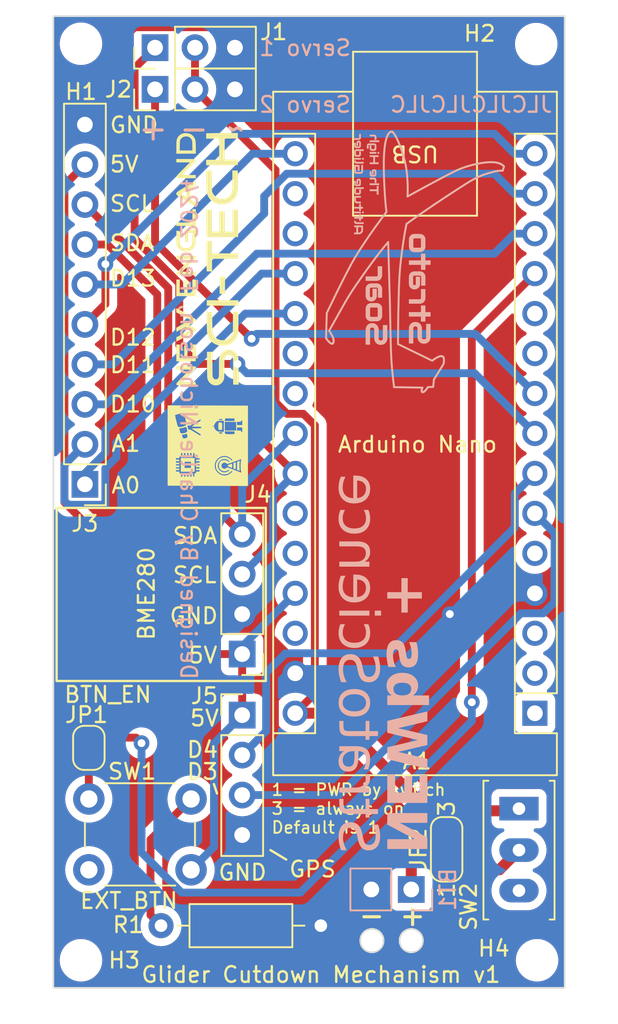
<source format=kicad_pcb>
(kicad_pcb (version 20221018) (generator pcbnew)
  (layers (0 "F.Cu" signal) (31 "B.Cu" signal) (34 "B.Paste" user) (35 "F.Paste" user) (36 "B.SilkS" user "B.Silkscreen") (37 "F.SilkS" user "F.Silkscreen") (38 "B.Mask" user) (39 "F.Mask" user) (44 "Edge.Cuts" user))
  (net 0 "")
  (net 4 "GND")
  (net 6 "D3")
  (net 7 "D4")
  (net 8 "D5")
  (net 9 "D6")
  (net 12 "D10")
  (net 13 "D11")
  (net 14 "D12")
  (net 15 "D13")
  (net 18 "A0")
  (net 19 "A1")
  (net 22 "SDA")
  (net 23 "SCL")
  (net 27 "VIN")
  (net 28 "Net-(BT1-+)")
  (net 29 "Net-(R1-Pad2)")
  (net 31 "+5V")
  (net 33 "D9")
  (net 34 "Net-(JP1-A)")
  (net 35 "Net-(JP2-A)")
  (footprint "Connector_PinHeader_2.54mm:PinHeader_1x04_P2.54mm_Vertical" (layer "F.Cu") (at 105 119.54 180)
    (fp_text reference "J4")
    (fp_text value "BME280")
  )
  (footprint "Connector_PinHeader_2.54mm:PinHeader_1x03_P2.54mm_Vertical" (layer "F.Cu") (at 99.46 81 90)
    (fp_text reference "J1")
    (fp_text value "Servo 1")
  )
  (footprint "Connector_PinHeader_2.54mm:PinHeader_1x04_P2.54mm_Vertical" (layer "F.Cu") (at 105 123.42)
    (fp_text reference "J5")
    (fp_text value "NEO-6M")
  )
  (footprint "Button_Switch_THT:SW_PUSH_6mm" (layer "F.Cu") (at 101.75 133.25 180)
    (fp_text reference "SW1")
    (fp_text value "SW_Push_Open_Dual")
  )
  (footprint "Jumper:SolderJumper-3_P1.3mm_Bridged12_RoundedPad1.0x1.5mm_NumberLabels" (layer "F.Cu") (at 118 131.95 90)
    (fp_text reference "JP2")
    (fp_text value "SW_EN")
  )
  (footprint "MountingHole:MountingHole_2.2mm_M2" (layer "F.Cu") (at 94.75 80.75)
    (fp_text reference "H1")
    (fp_text value "MountingHole")
  )
  (footprint "MountingHole:MountingHole_2.2mm_M2" (layer "F.Cu") (at 123.698 80.772)
    (fp_text reference "H2")
    (fp_text value "MountingHole")
  )
  (footprint "Resistor_THT:R_Axial_DIN0207_L6.3mm_D2.5mm_P10.16mm_Horizontal" (layer "F.Cu") (at 110 136.8 180)
    (fp_text reference "R1")
    (fp_text value "10K")
  )
  (footprint "Jumper:SolderJumper-2_P1.3mm_Bridged_RoundedPad1.0x1.5mm" (layer "F.Cu") (at 95.25 125.5 90)
    (fp_text reference "JP1")
    (fp_text value "BUTTON_EN")
  )
  (footprint "Connector_PinHeader_2.54mm:PinHeader_1x10_P2.54mm_Vertical" (layer "F.Cu") (at 95 108.75 180)
    (fp_text reference "J3")
    (fp_text value "GPIO")
  )
  (footprint "Button_Switch_THT:SW_SPDT" (layer "F.Cu") (at 122.6 132 -90)
    (fp_text reference "SW2")
    (fp_text value "Power")
  )
  (footprint "Connector_PinHeader_2.54mm:PinHeader_1x03_P2.54mm_Vertical" (layer "F.Cu") (at 99.46 83.65 90)
    (fp_text reference "J2")
    (fp_text value "Servo 2")
  )
  (footprint "MountingHole:MountingHole_2.2mm_M2" (layer "F.Cu") (at 123.75 139)
    (fp_text reference "H4")
    (fp_text value "MountingHole")
  )
  (footprint "MountingHole:MountingHole_2.2mm_M2" (layer "F.Cu") (at 94.75 139)
    (fp_text reference "H3")
    (fp_text value "MountingHole")
  )
  (footprint "LOGO" (layer "F.Cu") (at 102.8 97.4 90)
    (fp_text reference "G***" hide)
    (fp_text value "LOGO" hide)
  )
  (footprint "Module:Arduino_Nano" (layer "F.Cu") (at 123.61 123.3 180)
    (fp_text reference "A1")
    (fp_text value "Arduino_Nano_v3.x")
  )
  (footprint "Connector_PinHeader_2.54mm:PinHeader_1x02_P2.54mm_Vertical" (layer "B.Cu") (at 115.75 134.5 90)
    (fp_text reference "BT1")
    (fp_text value "9V")
  )
  (gr_line (start 114.049113 87.410419) (end 114.032436 87.589609) (stroke (width 0.124445)) (layer "B.SilkS"))
  (gr_line (start 119.460013 89.509659) (end 119.696567 89.374855) (stroke (width 0.124445)) (layer "B.SilkS"))
  (gr_line (start 117.44981 100.6595) (end 117.394332 100.686411) (stroke (width 0.124445)) (layer "B.SilkS"))
  (gr_poly (pts (xy 112.543109 91.121819) (xy 112.543109 90.947247) (xy 112.443133 90.947247) (xy 112.443133 91.121819) (xy 112.12744 91.121819) (xy 112.12744 91.222947) (xy 112.443133 91.222947) (xy 112.443133 91.352916) (xy 112.543109 91.352916) (xy 112.543109 91.222947) (xy 112.678843 91.222947) (xy 112.678843 91.121819)) (stroke (width 0.016406)) (fill solid) (layer "B.SilkS"))
  (gr_line (start 116.802323 102.575297) (end 117.144555 102.559726) (stroke (width 0.124445)) (layer "B.SilkS"))
  (gr_line (start 114.500222 86.335017) (end 114.447005 86.347603) (stroke (width 0.124445)) (layer "B.SilkS"))
  (gr_line (start 110.525071 98.990176) (end 110.737315 98.621464) (stroke (width 0.124445)) (layer "B.SilkS"))
  (gr_poly (pts (xy 116.631614 93.186049) (xy 116.631222 93.174669) (xy 116.630567 93.163511) (xy 116.629651 93.152575) (xy 116.628473 93.141859) (xy 116.627033 93.131365) (xy 116.625332 93.121093) (xy 116.623369 93.111042) (xy 116.621144 93.101212) (xy 116.618658 93.091604) (xy 116.61591 93.082218) (xy 116.6129 93.073053) (xy 116.609629 93.064109) (xy 116.606095 93.055387) (xy 116.602301 93.046887) (xy 116.598245 93.038608) (xy 116.593987 93.03053) (xy 116.589587 93.022647) (xy 116.585047 93.014959) (xy 116.580365 93.007467) (xy 116.575541 93.000169) (xy 116.570576 92.993066) (xy 116.565469 92.986159) (xy 116.560222 92.979446) (xy 116.554832 92.972929) (xy 116.549301 92.966606) (xy 116.543629 92.960479) (xy 116.537815 92.954546) (xy 116.53186 92.948808) (xy 116.525764 92.943266) (xy 116.519526 92.937918) (xy 116.513146 92.932765) (xy 116.506797 92.927816) (xy 116.500373 92.923044) (xy 116.493876 92.918449) (xy 116.487305 92.91403) (xy 116.480661 92.909787) (xy 116.473942 92.905721) (xy 116.46715 92.901831) (xy 116.460284 92.898118) (xy 116.453344 92.894581) (xy 116.44633 92.891221) (xy 116.439243 92.888037) (xy 116.432081 92.88503) (xy 116.424846 92.882199) (xy 116.417536 92.879545) (xy 116.410153 92.877068) (xy 116.402696 92.874766) (xy 116.387877 92.870338) (xy 116.373317 92.866499) (xy 116.359018 92.863251) (xy 116.344979 92.860594) (xy 116.3312 92.858526) (xy 116.317682 92.85705) (xy 116.304425 92.856164) (xy 116.291428 92.855868) (xy 115.959779 92.856456) (xy 115.944294 92.856704) (xy 115.929191 92.85745) (xy 115.91447 92.858692) (xy 115.900131 92.860432) (xy 115.886173 92.862668) (xy 115.872597 92.8654) (xy 115.859402 92.86863) (xy 115.846589 92.872355) (xy 115.834342 92.87647) (xy 115.822452 92.880913) (xy 115.810918 92.885683) (xy 115.799741 92.890781) (xy 115.78892 92.896207) (xy 115.778454 92.901962) (xy 115.768345 92.908044) (xy 115.758592 92.914454) (xy 115.753957 92.917762) (xy 115.749403 92.921135) (xy 115.744929 92.924574) (xy 115.740536 92.928078) (xy 115.736223 92.931649) (xy 115.73199 92.935285) (xy 115.727839 92.938986) (xy 115.723767 92.942754) (xy 115.719776 92.946587) (xy 115.715866 92.950485) (xy 115.712036 92.954449) (xy 115.708286 92.958479) (xy 115.704617 92.962574) (xy 115.701028 92.966735) (xy 115.69752 92.970961) (xy 115.694093 92.975253) (xy 115.68769 92.98394) (xy 115.681581 92.992748) (xy 115.675766 93.001678) (xy 115.670244 93.01073) (xy 115.665016 93.019903) (xy 115.660081 93.029198) (xy 115.65544 93.038614) (xy 115.651093 93.048152) (xy 115.647025 93.05753) (xy 115.643218 93.066964) (xy 115.639675 93.076455) (xy 115.636393 93.086002) (xy 115.633375 93.095605) (xy 115.630618 93.105265) (xy 115.628125 93.11498) (xy 115.625893 93.124751) (xy 115.624488 93.134269) (xy 115.62327 93.143671) (xy 115.622239 93.152957) (xy 115.621396 93.162127) (xy 115.62074 93.171182) (xy 115.620272 93.18012) (xy 115.61999 93.188943) (xy 115.619897 93.19765) (xy 115.619897 93.636378) (xy 115.620176 93.649151) (xy 115.621015 93.662219) (xy 115.622414 93.675582) (xy 115.624371 93.68924) (xy 115.626888 93.703194) (xy 115.629965 93.717443) (xy 115.6336 93.731988) (xy 115.637795 93.746829) (xy 115.640119 93.754271) (xy 115.642617 93.761648) (xy 115.645288 93.76896) (xy 115.648132 93.776207) (xy 115.65115 93.783389) (xy 115.654341 93.790506) (xy 115.657706 93.797558) (xy 115.661244 93.804545) (xy 115.664956 93.811467) (xy 115.668841 93.818324) (xy 115.6729 93.825116) (xy 115.677132 93.831842) (xy 115.681537 93.838503) (xy 115.686116 93.8451) (xy 115.690868 93.85163) (xy 115.695794 93.858096) (xy 115.701035 93.864347) (xy 115.70646 93.870473) (xy 115.712068 93.876475) (xy 115.717858 93.882353) (xy 115.723832 93.888107) (xy 115.729989 93.893736) (xy 115.73633 93.899241) (xy 115.742853 93.904622) (xy 115.74956 93.909878) (xy 115.756449 93.915011) (xy 115.763523 93.920019) (xy 115.770779 93.924902) (xy 115.778218 93.929662) (xy 115.785841 93.934297) (xy 115.793647 93.938808) (xy 115.801637 93.943194) (xy 115.809926 93.947251) (xy 115.818443 93.951045) (xy 115.827187 93.954578) (xy 115.836159 93.95785) (xy 115.845359 93.96086) (xy 115.854787 93.963608) (xy 115.864442 93.966094) (xy 115.874326 93.968319) (xy 115.884437 93.970282) (xy 115.894776 93.971983) (xy 115.905342 93.973423) (xy 115.916137 93.974601) (xy 115.927159 93.975517) (xy 115.93841 93.976171) (xy 115.949888 93.976564) (xy 115.96 93.976677) (xy 115.96 93.733775) (xy 115.954113 93.733677) (xy 115.948404 93.733381) (xy 115.942872 93.732889) (xy 115.937518 93.7322) (xy 115.932341 93.731314) (xy 115.927341 93.730231) (xy 115.922519 93.728952) (xy 115.917874 93.727475) (xy 115.913407 93.725802) (xy 115.909117 93.723931) (xy 115.905004 93.721864) (xy 115.901069 93.7196) (xy 115.897311 93.717139) (xy 115.89373 93.714481) (xy 115.890327 93.711627) (xy 115.887101 93.708575) (xy 115.884049 93.705333) (xy 115.881195 93.701908) (xy 115.878537 93.698299) (xy 115.876076 93.694506) (xy 115.873812 93.69053) (xy 115.871745 93.68637) (xy 115.869875 93.682027) (xy 115.868201 93.6775) (xy 115.866725 93.672789) (xy 115.865445 93.667895) (xy 115.864362 93.662817) (xy 115.863476 93.657556) (xy 115.862787 93.652112) (xy 115.862295 93.646484) (xy 115.862 93.640672) (xy 115.861901 93.634677) (xy 115.861901 93.197787) (xy 115.862 93.191698) (xy 115.862295 93.185805) (xy 115.862787 93.180108) (xy 115.863476 93.174607) (xy 115.864362 93.169302) (xy 115.865445 93.164193) (xy 115.866725 93.159281) (xy 115.868201 93.154564) (xy 115.869875 93.150043) (xy 115.871745 93.145718) (xy 115.873812 93.14159) (xy 115.876076 93.137657) (xy 115.878537 93.133921) (xy 115.881195 93.130381) (xy 115.884049 93.127037) (xy 115.887101 93.123889) (xy 115.890339 93.120947) (xy 115.893753 93.118194) (xy 115.897342 93.115632) (xy 115.901107 93.113259) (xy 115.905048 93.111076) (xy 115.909165 93.109082) (xy 115.913457 93.107279) (xy 115.917926 93.105665) (xy 115.92257 93.104241) (xy 115.92739 93.103007) (xy 115.932385 93.101963) (xy 115.937557 93.101108) (xy 115.942904 93.100444) (xy 115.948427 93.099969) (xy 115.954125 93.099684) (xy 115.96 93.099589) (xy 116.287202 93.099688) (xy 116.293413 93.099787) (xy 116.299421 93.100082) (xy 116.305225 93.100574) (xy 116.310827 93.101263) (xy 116.316225 93.102149) (xy 116.32142 93.103232) (xy 116.326412 93.104512) (xy 116.3312 93.105988) (xy 116.335786 93.107662) (xy 116.340168 93.109532) (xy 116.344348 93.111599) (xy 116.348324 93.113863) (xy 116.352097 93.116324) (xy 116.355667 93.118982) (xy 116.359034 93.121837) (xy 116.362199 93.124888) (xy 116.365141 93.128126) (xy 116.367893 93.13154) (xy 116.370456 93.135129) (xy 116.372829 93.138894) (xy 116.375012 93.142835) (xy 116.377005 93.146952) (xy 116.378809 93.151245) (xy 116.380422 93.155713) (xy 116.381846 93.160357) (xy 116.38308 93.165177) (xy 116.384125 93.170173) (xy 116.384979 93.175344) (xy 116.385644 93.180691) (xy 116.386119 93.186214) (xy 116.386403 93.191913) (xy 116.386498 93.197787) (xy 116.386498 93.634677) (xy 116.3864 93.640684) (xy 116.386105 93.646506) (xy 116.385612 93.652143) (xy 116.384923 93.657595) (xy 116.384037 93.662862) (xy 116.382955 93.667943) (xy 116.381675 93.67284) (xy 116.380198 93.677551) (xy 116.378525 93.682077) (xy 116.376655 93.686418) (xy 116.374587 93.690574) (xy 116.372323 93.694545) (xy 116.369862 93.69833) (xy 116.367205 93.70193) (xy 116.36435 93.705345) (xy 116.361298 93.708575) (xy 116.35817 93.711627) (xy 116.354859 93.714481) (xy 116.351364 93.717139) (xy 116.347687 93.7196) (xy 116.343827 93.721864) (xy 116.339784 93.723931) (xy 116.335559 93.725802) (xy 116.33115 93.727475) (xy 116.326558 93.728952) (xy 116.321784 93.730231) (xy 116.316827 93.731314) (xy 116.311687 93.7322) (xy 116.306365 93.732889) (xy 116.300859 93.733381) (xy 116.295171 93.733677) (xy 116.2893 93.733775) (xy 115.96 93.733775) (xy 115.96 93.976677) (xy 115.961594 93.976695) (xy 116.290917 93.976695) (xy 116.302492 93.976564) (xy 116.31384 93.976171) (xy 116.324963 93.975517) (xy 116.33586 93.974601) (xy 116.346531 93.973423) (xy 116.356976 93.971983) (xy 116.367195 93.970282) (xy 116.377189 93.968319) (xy 116.386956 93.966094) (xy 116.396498 93.963608) (xy 116.405814 93.96086) (xy 116.414904 93.95785) (xy 116.423768 93.954578) (xy 116.432407 93.951045) (xy 116.440819 93.947251) (xy 116.449006 93.943194) (xy 116.457084 93.938818) (xy 116.464967 93.934317) (xy 116.472654 93.92969) (xy 116.480147 93.924937) (xy 116.487444 93.920058) (xy 116.494547 93.915054) (xy 116.501455 93.909924) (xy 116.508167 93.904668) (xy 116.514685 93.899286) (xy 116.521007 93.893779) (xy 116.527135 93.888146) (xy 116.533067 93.882388) (xy 116.538805 93.876503) (xy 116.544348 93.870493) (xy 116.549696 93.864357) (xy 116.554849 93.858096) (xy 116.559907 93.851649) (xy 116.564783 93.845135) (xy 116.569476 93.838553) (xy 116.573986 93.831903) (xy 116.578313 93.825186) (xy 116.582458 93.818401) (xy 116.586419 93.811549) (xy 116.590198 93.804628) (xy 116.593794 93.79764) (xy 116.597208 93.790585) (xy 116.600438 93.783461) (xy 116.603486 93.77627) (xy 116.60635 93.769012) (xy 116.609032 93.761685) (xy 116.611531 93.754291) (xy 116.613847 93.746829) (xy 116.618042 93.732023) (xy 116.621677 93.717502) (xy 116.624754 93.703267) (xy 116.627271 93.689318) (xy 116.629228 93.675654) (xy 116.630627 93.662276) (xy 116.631466 93.649184) (xy 116.631745 93.636378) (xy 116.631745 93.19765)) (stroke (width 0.039914)) (fill solid) (layer "B.SilkS"))
  (gr_line (start 110.651725 99.800454) (end 110.668737 99.808372) (stroke (width 0.124445)) (layer "B.SilkS"))
  (gr_line (start 116.676665 102.756918) (end 116.702651 102.724288) (stroke (width 0.124445)) (layer "B.SilkS"))
  (gr_line (start 110.668737 99.808372) (end 110.685184 99.814082) (stroke (width 0.124445)) (layer "B.SilkS"))
  (gr_line (start 114.516197 101.262693) (end 114.538275 101.504078) (stroke (width 0.124445)) (layer "B.SilkS"))
  (gr_line (start 114.687231 86.514457) (end 114.632203 86.436208) (stroke (width 0.124445)) (layer "B.SilkS"))
  (gr_poly (pts (xy 116.629594 97.825847) (xy 116.629594 97.401126) (xy 116.386346 97.401126) (xy 116.386346 97.825847) (xy 115.618317 97.825847) (xy 115.618317 98.071887) (xy 116.386346 98.071887) (xy 116.386346 98.388087) (xy 116.629594 98.388087) (xy 116.629594 98.071887) (xy 116.959832 98.071887) (xy 116.959832 97.825847)) (stroke (width 0.039914)) (fill solid) (layer "B.SilkS"))
  (gr_line (start 110.78885 99.756243) (end 110.79321 99.747546) (stroke (width 0.124445)) (layer "B.SilkS"))
  (gr_line (start 117.82341 100.944108) (end 117.826238 100.903517) (stroke (width 0.124445)) (layer "B.SilkS"))
  (gr_line (start 115.298656 88.041994) (end 115.246671 87.856289) (stroke (width 0.124445)) (layer "B.SilkS"))
  (gr_line (start 121.610994 88.510055) (end 121.587889 88.488866) (stroke (width 0.124445)) (layer "B.SilkS"))
  (gr_line (start 116.412798 102.835623) (end 116.414781 102.845317) (stroke (width 0.124445)) (layer "B.SilkS"))
  (gr_line (start 116.432992 102.684171) (end 116.426608 102.707027) (stroke (width 0.124445)) (layer "B.SilkS"))
  (gr_line (start 119.687864 88.439451) (end 119.537932 88.4782) (stroke (width 0.124445)) (layer "B.SilkS"))
  (gr_line (start 114.011654 89.034866) (end 114.026969 89.490948) (stroke (width 0.124445)) (layer "B.SilkS"))
  (gr_line (start 110.743363 99.810858) (end 110.755511 99.802543) (stroke (width 0.124445)) (layer "B.SilkS"))
  (gr_line (start 121.111834 88.857418) (end 121.160907 88.847668) (stroke (width 0.124445)) (layer "B.SilkS"))
  (gr_line (start 117.826238 100.903517) (end 117.827452 100.861938) (stroke (width 0.124445)) (layer "B.SilkS"))
  (gr_line (start 111.559069 97.159635) (end 111.772814 96.800762) (stroke (width 0.124445)) (layer "B.SilkS"))
  (gr_line (start 121.210983 88.839271) (end 121.262558 88.832357) (stroke (width 0.124445)) (layer "B.SilkS"))
  (gr_line (start 111.928413 94.770144) (end 111.650811 95.293337) (stroke (width 0.124445)) (layer "B.SilkS"))
  (gr_line (start 120.711869 88.279652) (end 120.574606 88.28847) (stroke (width 0.124445)) (layer "B.SilkS"))
  (gr_line (start 116.471954 102.894375) (end 116.486176 102.894778) (stroke (width 0.124445)) (layer "B.SilkS"))
  (gr_line (start 114.048567 89.950123) (end 114.075235 90.393367) (stroke (width 0.124445)) (layer "B.SilkS"))
  (gr_line (start 110.330903 99.46416) (end 110.383394 99.535425) (stroke (width 0.124445)) (layer "B.SilkS"))
  (gr_line (start 117.639186 100.606406) (end 117.61365 100.608752) (stroke (width 0.124445)) (layer "B.SilkS"))
  (gr_line (start 116.420794 102.731004) (end 116.415965 102.755462) (stroke (width 0.124445)) (layer "B.SilkS"))
  (gr_line (start 116.649016 102.788733) (end 116.676665 102.756918) (stroke (width 0.124445)) (layer "B.SilkS"))
  (gr_line (start 115.181053 93.796154) (end 115.249144 93.325483) (stroke (width 0.124445)) (layer "B.SilkS"))
  (gr_line (start 114.872202 86.856622) (end 114.808175 86.726532) (stroke (width 0.124445)) (layer "B.SilkS"))
  (gr_poly (pts (xy 112.543109 91.762814) (xy 112.543109 91.588242) (xy 112.443133 91.588242) (xy 112.443133 91.762814) (xy 112.12744 91.762814) (xy 112.12744 91.863944) (xy 112.443133 91.863944) (xy 112.443133 91.993911) (xy 112.543109 91.993911) (xy 112.543109 91.863944) (xy 112.678843 91.863944) (xy 112.678843 91.762814)) (stroke (width 0.016406)) (fill solid) (layer "B.SilkS"))
  (gr_line (start 113.244822 94.671204) (end 113.493186 94.33898) (stroke (width 0.124445)) (layer "B.SilkS"))
  (gr_poly (pts (xy 112.628472 91.420976) (xy 112.628472 91.520951) (xy 112.718835 91.520951) (xy 112.718835 91.420976)) (stroke (width 0.016406)) (fill solid) (layer "B.SilkS"))
  (gr_line (start 115.524138 90.075318) (end 115.523231 89.811824) (stroke (width 0.124445)) (layer "B.SilkS"))
  (gr_line (start 116.560332 102.867123) (end 116.575401 102.856722) (stroke (width 0.124445)) (layer "B.SilkS"))
  (gr_line (start 120.432838 88.302451) (end 120.287463 88.321299) (stroke (width 0.124445)) (layer "B.SilkS"))
  (gr_line (start 114.395135 97.347575) (end 114.430581 99.2) (stroke (width 0.124445)) (layer "B.SilkS"))
  (gr_line (start 111.354756 95.871872) (end 111.06254 96.45624) (stroke (width 0.124445)) (layer "B.SilkS"))
  (gr_line (start 117.288444 100.747282) (end 117.240156 100.778592) (stroke (width 0.124445)) (layer "B.SilkS"))
  (gr_line (start 117.763576 100.639598) (end 117.751321 100.630801) (stroke (width 0.124445)) (layer "B.SilkS"))
  (gr_line (start 121.316129 88.827055) (end 121.372191 88.823496) (stroke (width 0.124445)) (layer "B.SilkS"))
  (gr_line (start 117.61365 100.608752) (end 117.587387 100.61312) (stroke (width 0.124445)) (layer "B.SilkS"))
  (gr_line (start 115.246671 87.856289) (end 115.190133 87.672928) (stroke (width 0.124445)) (layer "B.SilkS"))
  (gr_poly (pts (xy 112.578864 88.460555) (xy 112.578864 88.866992) (xy 112.578823 88.869407) (xy 112.578702 88.87175) (xy 112.578499 88.874021) (xy 112.578215 88.87622) (xy 112.57785 88.878347) (xy 112.577404 88.880401) (xy 112.576877 88.882384) (xy 112.576269 88.884294) (xy 112.57558 88.886133) (xy 112.574809 88.887899) (xy 112.573958 88.889594) (xy 112.573025 88.891216) (xy 112.572012 88.892766) (xy 112.570917 88.894245) (xy 112.569741 88.895651) (xy 112.568484 88.896985) (xy 112.567148 88.898242) (xy 112.565733 88.899417) (xy 112.56424 88.900512) (xy 112.562669 88.901525) (xy 112.56102 88.902457) (xy 112.559293 88.903309) (xy 112.557488 88.904079) (xy 112.555605 88.904768) (xy 112.553643 88.905376) (xy 112.551604 88.905903) (xy 112.549486 88.906349) (xy 112.54729 88.906714) (xy 112.545016 88.906998) (xy 112.542663 88.907201) (xy 112.540233 88.907322) (xy 112.537724 88.907363) (xy 112.267791 88.907363) (xy 112.26542 88.907322) (xy 112.263116 88.907201) (xy 112.260878 88.906998) (xy 112.258707 88.906714) (xy 112.256601 88.906349) (xy 112.254561 88.905903) (xy 112.252588 88.905376) (xy 112.25068 88.904768) (xy 112.248839 88.904079) (xy 112.247063 88.903309) (xy 112.245354 88.902457) (xy 112.243711 88.901525) (xy 112.242134 88.900512) (xy 112.240623 88.899417) (xy 112.239178 88.898242) (xy 112.237799 88.896985) (xy 112.236543 88.895606) (xy 112.235367 88.89416) (xy 112.234272 88.892649) (xy 112.233258 88.891071) (xy 112.232326 88.889428) (xy 112.231474 88.887718) (xy 112.230704 88.885943) (xy 112.230015 88.884101) (xy 112.229406 88.882194) (xy 112.228879 88.88022) (xy 112.228433 88.878181) (xy 112.228068 88.876075) (xy 112.227785 88.873903) (xy 112.227582 88.871666) (xy 112.22746 88.869362) (xy 112.22742 88.866992) (xy 112.22742 88.555915) (xy 112.352773 88.555915) (xy 112.352773 88.822003) (xy 112.453519 88.822003) (xy 112.453519 88.506312) (xy 112.453502 88.504972) (xy 112.453453 88.503644) (xy 112.45337 88.502328) (xy 112.453255 88.501024) (xy 112.453106 88.499732) (xy 112.452925 88.498452) (xy 112.45271 88.497184) (xy 112.452463 88.495928) (xy 112.452183 88.494685) (xy 112.451869 88.493453) (xy 112.451523 88.492233) (xy 112.451143 88.491026) (xy 112.450731 88.48983) (xy 112.450286 88.488646) (xy 112.449807 88.487475) (xy 112.449296 88.486316) (xy 112.448803 88.485172) (xy 112.448286 88.48405) (xy 112.447745 88.482948) (xy 112.44718 88.481868) (xy 112.446591 88.480809) (xy 112.445978 88.479771) (xy 112.44534 88.478754) (xy 112.444679 88.477758) (xy 112.443994 88.476783) (xy 112.443285 88.47583) (xy 112.442552 88.474897) (xy 112.441795 88.473985) (xy 112.441013 88.473095) (xy 112.440208 88.472225) (xy 112.439378 88.471377) (xy 112.438525 88.47055) (xy 112.437651 88.469696) (xy 112.436758 88.468867) (xy 112.435848 88.468062) (xy 112.434919 88.467281) (xy 112.433973 88.466524) (xy 112.433008 88.46579) (xy 112.432026 88.465081) (xy 112.431025 88.464396) (xy 112.430007 88.463735) (xy 112.42897 88.463097) (xy 112.427916 88.462484) (xy 112.426843 88.461895) (xy 112.425753 88.46133) (xy 112.424644 88.460789) (xy 112.423518 88.460272) (xy 112.422374 88.459779) (xy 112.421263 88.459313) (xy 112.42014 88.458877) (xy 112.419005 88.458472) (xy 112.417858 88.458096) (xy 112.416699 88.457751) (xy 112.415527 88.457436) (xy 112.414344 88.45715) (xy 112.413148 88.456895) (xy 112.411941 88.456669) (xy 112.410721 88.456474) (xy 112.409489 88.456309) (xy 112.408246 88.456174) (xy 112.40699 88.456069) (xy 112.405722 88.455994) (xy 112.404442 88.455949) (xy 112.403149 88.455933) (xy 112.177813 88.455935) (xy 112.176473 88.45595) (xy 112.175145 88.455995) (xy 112.173829 88.456071) (xy 112.172525 88.456176) (xy 112.171233 88.456311) (xy 112.169953 88.456476) (xy 112.168686 88.456672) (xy 112.16743 88.456897) (xy 112.166186 88.457152) (xy 112.164954 88.457438) (xy 112.163735 88.457753) (xy 112.162527 88.458099) (xy 112.161332 88.458475) (xy 112.160149 88.458881) (xy 112.158978 88.459317) (xy 112.157819 88.459783) (xy 112.156674 88.460275) (xy 112.155547 88.460792) (xy 112.154438 88.461333) (xy 112.153347 88.461898) (xy 112.152274 88.462487) (xy 112.15122 88.4631) (xy 112.150183 88.463737) (xy 112.149165 88.464398) (xy 112.148164 88.465084) (xy 112.147182 88.465793) (xy 112.146218 88.466526) (xy 112.145272 88.467284) (xy 112.144344 88.468065) (xy 112.143434 88.46887) (xy 112.142543 88.4697) (xy 112.141669 88.470553) (xy 112.140863 88.47138) (xy 112.140077 88.472228) (xy 112.139313 88.473098) (xy 112.13857 88.473988) (xy 112.137848 88.474899) (xy 112.137146 88.475832) (xy 112.136466 88.476786) (xy 112.135807 88.47776) (xy 112.135169 88.478756) (xy 112.134551 88.479773) (xy 112.133955 88.480811) (xy 112.13338 88.48187) (xy 112.132826 88.48295) (xy 112.132293 88.484052) (xy 112.13178 88.485174) (xy 112.131289 88.486318) (xy 112.130823 88.487478) (xy 112.130387 88.48865) (xy 112.129982 88.489835) (xy 112.129606 88.491031) (xy 112.12926 88.492239) (xy 112.128945 88.493459) (xy 112.128659 88.494691) (xy 112.128404 88.495935) (xy 112.128178 88.497191) (xy 112.127983 88.498459) (xy 112.127818 88.499738) (xy 112.127683 88.50103) (xy 112.127577 88.502334) (xy 112.127502 88.503649) (xy 112.127457 88.504977) (xy 112.127442 88.506316) (xy 112.127442 88.866994) (xy 112.12749 88.870492) (xy 112.127635 88.874062) (xy 112.127875 88.877704) (xy 112.128212 88.881417) (xy 112.128645 88.885202) (xy 112.129174 88.889059) (xy 112.129799 88.892987) (xy 112.130521 88.896987) (xy 112.131439 88.900928) (xy 112.132465 88.904869) (xy 112.1336 88.908811) (xy 112.134843 88.912752) (xy 112.136195 88.916693) (xy 112.137655 88.920635) (xy 112.139222 88.924576) (xy 112.140899 88.928517) (xy 112.14269 88.932345) (xy 112.144601 88.936137) (xy 112.146632 88.939892) (xy 112.148783 88.943611) (xy 112.151054 88.947294) (xy 112.153445 88.950941) (xy 112.155956 88.954552) (xy 112.158587 88.958127) (xy 112.159998 88.959893) (xy 112.161441 88.961636) (xy 112.162917 88.963354) (xy 112.164427 88.965048) (xy 112.165969 88.966719) (xy 112.167545 88.968365) (xy 112.169153 88.969987) (xy 112.170795 88.971585) (xy 112.17247 88.973159) (xy 112.174178 88.974709) (xy 112.175918 88.976235) (xy 112.177692 88.977737) (xy 112.179499 88.979215) (xy 112.181339 88.980669) (xy 112.183212 88.982099) (xy 112.185119 88.983504) (xy 112.187107 88.984834) (xy 112.189132 88.98613) (xy 112.191193 88.987394) (xy 112.19329 88.988624) (xy 112.195423 88.989822) (xy 112.197592 88.990986) (xy 112.199797 88.992117) (xy 112.202039 88.993215) (xy 112.206629 88.995312) (xy 112.211363 88.997277) (xy 112.216242 88.999108) (xy 112.221265 89.000808) (xy 112.22388 89.001599) (xy 112.226534 89.002339) (xy 112.229227 89.003028) (xy 112.231959 89.003665) (xy 112.23754 89.004788) (xy 112.243278 89.005707) (xy 112.249172 89.006422) (xy 112.255222 89.006932) (xy 112.261428 89.007238) (xy 112.267791 89.00734) (xy 112.538493 89.00734) (xy 112.541985 89.007292) (xy 112.545537 89.007148) (xy 112.549148 89.006908) (xy 112.552819 89.006571) (xy 112.55655 89.006138) (xy 112.56034 89.00561) (xy 112.56419 89.004985) (xy 112.568101 89.004264) (xy 112.572126 89.003346) (xy 112.576127 89.002319) (xy 112.580104 89.001184) (xy 112.584058 88.999941) (xy 112.587987 88.998589) (xy 112.591893 88.997129) (xy 112.595774 88.995561) (xy 112.599631 88.993884) (xy 112.603549 88.992087) (xy 112.607418 88.990158) (xy 112.611239 88.988097) (xy 112.615012 88.985904) (xy 112.618737 88.983579) (xy 112.622414 88.981122) (xy 112.626043 88.978533) (xy 112.629624 88.975812) (xy 112.631389 88.974402) (xy 112.633126 88.972958) (xy 112.634837 88.971482) (xy 112.636521 88.969973) (xy 112.638177 88.96843) (xy 112.639807 88.966854) (xy 112.64141 88.965246) (xy 112.642985 88.963604) (xy 112.644534 88.961929) (xy 112.646055 88.960221) (xy 112.64755 88.95848) (xy 112.649018 88.956706) (xy 112.650458 88.954899) (xy 112.651872 88.953059) (xy 112.653258 88.951185) (xy 112.654618 88.949279) (xy 112.655994 88.94729) (xy 112.657333 88.945266) (xy 112.658637 88.943205) (xy 112.659905 88.941108) (xy 112.661136 88.938975) (xy 112.662332 88.936806) (xy 112.663491 88.934601) (xy 112.664615 88.93236) (xy 112.665702 88.930083) (xy 112.666753 88.92777) (xy 112.667769 88.925421) (xy 112.668748 88.923036) (xy 112.669691 88.920614) (xy 112.670599 88.918157) (xy 112.67147 88.915664) (xy 112.672305 88.913134) (xy 112.673096 88.910566) (xy 112.673836 88.907956) (xy 112.674526 88.905303) (xy 112.675164 88.902608) (xy 112.675751 88.899872) (xy 112.676287 88.897093) (xy 112.677206 88.891409) (xy 112.677921 88.885557) (xy 112.678431 88.879537) (xy 112.678737 88.873349) (xy 112.67884 88.866992) (xy 112.67884 88.460555)) (stroke (width 0.016406)) (fill solid) (layer "B.SilkS"))
  (gr_poly (pts (xy 112.443135 86.48911) (xy 112.443135 86.714055) (xy 112.443095 86.716563) (xy 112.442973 86.718993) (xy 112.44277 86.721346) (xy 112.442486 86.723619) (xy 112.442121 86.725815) (xy 112.441675 86.727933) (xy 112.441148 86.729973) (xy 112.44054 86.731934) (xy 112.439851 86.733817) (xy 112.439081 86.735623) (xy 112.438229 86.73735) (xy 112.437296 86.738999) (xy 112.436283 86.74057) (xy 112.435188 86.742063) (xy 112.434012 86.743478) (xy 112.432755 86.744815) (xy 112.431468 86.746072) (xy 112.430105 86.747248) (xy 112.428667 86.748342) (xy 112.427154 86.749356) (xy 112.425566 86.750289) (xy 112.423903 86.75114) (xy 112.422166 86.75191) (xy 112.420353 86.7526) (xy 112.418465 86.753208) (xy 112.416502 86.753735) (xy 112.414464 86.754181) (xy 112.412351 86.754546) (xy 112.410163 86.75483) (xy 112.4079 86.755032) (xy 112.405562 86.755154) (xy 112.403149 86.755195) (xy 112.127448 86.755195) (xy 112.127448 86.85517) (xy 112.403149 86.85517) (xy 112.409506 86.855068) (xy 112.415694 86.854762) (xy 112.421713 86.854251) (xy 112.427565 86.853537) (xy 112.433249 86.852618) (xy 112.438764 86.851495) (xy 112.444111 86.850168) (xy 112.44929 86.848638) (xy 112.454307 86.846938) (xy 112.459167 86.845106) (xy 112.463871 86.843141) (xy 112.468419 86.841044) (xy 112.472811 86.838815) (xy 112.477047 86.836454) (xy 112.481127 86.83396) (xy 112.485051 86.831334) (xy 112.487002 86.829928) (xy 112.488915 86.828498) (xy 112.490788 86.827045) (xy 112.492622 86.825567) (xy 112.494417 86.824065) (xy 112.496172 86.822538) (xy 112.497889 86.820988) (xy 112.499567 86.819414) (xy 112.501205 86.817816) (xy 112.502805 86.816193) (xy 112.504366 86.814547) (xy 112.505887 86.812877) (xy 112.507369 86.811182) (xy 112.508813 86.809464) (xy 112.510217 86.807721) (xy 112.511582 86.805955) (xy 112.514304 86.80238) (xy 112.516893 86.798769) (xy 112.51935 86.795123) (xy 112.521676 86.79144) (xy 112.523869 86.787721) (xy 112.52593 86.783966) (xy 112.527859 86.780175) (xy 112.529656 86.776347) (xy 112.531327 86.772405) (xy 112.532877 86.768464) (xy 112.534307 86.764522) (xy 112.535618 86.760581) (xy 112.536808 86.75664) (xy 112.537878 86.752698) (xy 112.538827 86.748756) (xy 112.539656 86.744815) (xy 112.540467 86.740814) (xy 112.541169 86.736885) (xy 112.541763 86.733028) (xy 112.542249 86.729243) (xy 112.542627 86.72553) (xy 112.542897 86.721889) (xy 112.543059 86.71832) (xy 112.543113 86.714824) (xy 112.543113 86.48911)) (stroke (width 0.016406)) (fill solid) (layer "B.SilkS"))
  (gr_line (start 114.173531 91.437304) (end 113.972367 91.704444) (stroke (width 0.124445)) (layer "B.SilkS"))
  (gr_line (start 116.415965 102.755462) (end 116.412534 102.779763) (stroke (width 0.124445)) (layer "B.SilkS"))
  (gr_poly (pts (xy 112.267789 88.265218) (xy 112.26551 88.265173) (xy 112.263289 88.265037) (xy 112.261124 88.264812) (xy 112.259017 88.264497) (xy 112.256967 88.264091) (xy 112.254973 88.263595) (xy 112.253037 88.263009) (xy 112.251158 88.262333) (xy 112.249336 88.261567) (xy 112.247571 88.26071) (xy 112.245863 88.259763) (xy 112.244213 88.258726) (xy 112.242619 88.257599) (xy 112.241083 88.256382) (xy 112.239603 88.255074) (xy 112.238181 88.253676) (xy 112.236877 88.252211) (xy 112.235657 88.250701) (xy 112.234521 88.249146) (xy 112.233469 88.247546) (xy 112.232502 88.245901) (xy 112.231618 88.244211) (xy 112.230819 88.242476) (xy 112.230103 88.240696) (xy 112.229472 88.238871) (xy 112.228925 88.237001) (xy 112.228462 88.235086) (xy 112.228084 88.233126) (xy 112.227789 88.231122) (xy 112.227579 88.229072) (xy 112.227452 88.226977) (xy 112.22741 88.224837) (xy 112.22741 88.180234) (xy 112.127442 88.180234) (xy 112.127442 88.224837) (xy 112.127556 88.23027) (xy 112.127899 88.235798) (xy 112.128469 88.241421) (xy 112.129268 88.247141) (xy 112.130294 88.252957) (xy 112.131549 88.258868) (xy 112.133032 88.264876) (xy 112.134744 88.27098) (xy 112.135693 88.273996) (xy 112.136714 88.276988) (xy 112.137807 88.279957) (xy 112.138973 88.282901) (xy 112.14021 88.285821) (xy 112.14152 88.288717) (xy 112.142902 88.291589) (xy 112.144356 88.294436) (xy 112.145882 88.29726) (xy 112.14748 88.30006) (xy 112.14915 88.302836) (xy 112.150893 88.305587) (xy 112.152708 88.308315) (xy 112.154595 88.311019) (xy 112.156554 88.313698) (xy 112.158585 88.316354) (xy 112.160738 88.318969) (xy 112.162966 88.321527) (xy 112.165268 88.324028) (xy 112.167646 88.326471) (xy 112.170099 88.328858) (xy 112.172627 88.331188) (xy 112.17523 88.33346) (xy 112.177908 88.335676) (xy 112.180661 88.337834) (xy 112.183489 88.339935) (xy 112.186393 88.341979) (xy 112.189371 88.343967) (xy 112.192425 88.345897) (xy 112.195554 88.347769) (xy 112.198758 88.349585) (xy 112.202037 88.351344) (xy 112.205448 88.353021) (xy 112.208952 88.35459) (xy 112.212549 88.356051) (xy 112.216239 88.357403) (xy 112.220023 88.358648) (xy 112.223899 88.359784) (xy 112.227869 88.360812) (xy 112.231932 88.361731) (xy 112.236089 88.362543) (xy 112.240338 88.363246) (xy 112.244681 88.363841) (xy 112.249116 88.364328) (xy 112.253645 88.364706) (xy 112.258267 88.364977) (xy 112.262982 88.365139) (xy 112.267791 88.365193) (xy 112.718833 88.365193) (xy 112.718833 88.265218)) (stroke (width 0.016406)) (fill solid) (layer "B.SilkS"))
  (gr_line (start 116.411528 102.82533) (end 116.412798 102.835623) (stroke (width 0.124445)) (layer "B.SilkS"))
  (gr_line (start 117.823158 100.779987) (end 117.816712 100.7417) (stroke (width 0.124445)) (layer "B.SilkS"))
  (gr_line (start 119.989486 88.372415) (end 119.838682 88.404091) (stroke (width 0.124445)) (layer "B.SilkS"))
  (gr_line (start 117.816712 100.7417) (end 117.812209 100.723685) (stroke (width 0.124445)) (layer "B.SilkS"))
  (gr_line (start 120.900836 88.276826) (end 120.843728 88.276294) (stroke (width 0.124445)) (layer "B.SilkS"))
  (gr_line (start 115.523231 89.811824) (end 115.512955 89.501242) (stroke (width 0.124445)) (layer "B.SilkS"))
  (gr_line (start 112.231431 96.095576) (end 112.749086 95.358185) (stroke (width 0.124445)) (layer "B.SilkS"))
  (gr_line (start 110.737315 98.621464) (end 110.943815 98.253388) (stroke (width 0.124445)) (layer "B.SilkS"))
  (gr_line (start 117.764942 89.239121) (end 116.74521 89.783924) (stroke (width 0.124445)) (layer "B.SilkS"))
  (gr_poly (pts (xy 113.879451 96.323517) (xy 113.878612 96.310538) (xy 113.877214 96.297324) (xy 113.875256 96.283873) (xy 113.872739 96.270187) (xy 113.869663 96.256264) (xy 113.866027 96.242105) (xy 113.861832 96.22771) (xy 113.859508 96.220372) (xy 113.857011 96.213109) (xy 113.85434 96.205919) (xy 113.851496 96.198803) (xy 113.848478 96.191762) (xy 113.845286 96.184794) (xy 113.841922 96.1779) (xy 113.838384 96.17108) (xy 113.834672 96.164333) (xy 113.830787 96.157661) (xy 113.826728 96.151063) (xy 113.822496 96.144539) (xy 113.818091 96.138088) (xy 113.813512 96.131712) (xy 113.80876 96.12541) (xy 113.803834 96.119182) (xy 113.798835 96.112934) (xy 113.793639 96.106819) (xy 113.788245 96.100834) (xy 113.782652 96.094981) (xy 113.776862 96.08926) (xy 113.770874 96.083669) (xy 113.764688 96.07821) (xy 113.758304 96.072883) (xy 113.751723 96.067686) (xy 113.744943 96.062621) (xy 113.737966 96.057687) (xy 113.730791 96.052884) (xy 113.723418 96.048212) (xy 113.715847 96.043671) (xy 113.708079 96.039262) (xy 113.700112 96.034984) (xy 113.692041 96.030927) (xy 113.683752 96.027133) (xy 113.675245 96.0236) (xy 113.66652 96.020328) (xy 113.657577 96.017318) (xy 113.648416 96.01457) (xy 113.639037 96.012084) (xy 113.62944 96.009859) (xy 113.619626 96.007896) (xy 113.609593 96.006195) (xy 113.599343 96.004755) (xy 113.588875 96.003577) (xy 113.578189 96.002661) (xy 113.567285 96.002006) (xy 113.556163 96.001614) (xy 113.544823 96.001483) (xy 113.2034 96.001414) (xy 113.190642 96.001694) (xy 113.17762 96.002533) (xy 113.164332 96.003931) (xy 113.150779 96.005889) (xy 113.13696 96.008406) (xy 113.122876 96.011482) (xy 113.108527 96.015118) (xy 113.093911 96.019313) (xy 113.08669 96.021637) (xy 113.079528 96.024134) (xy 113.072424 96.026805) (xy 113.065378 96.02965) (xy 113.05839 96.032667) (xy 113.051461 96.035859) (xy 113.04459 96.039224) (xy 113.037777 96.042762) (xy 113.031022 96.046473) (xy 113.024325 96.050358) (xy 113.017687 96.054417) (xy 113.011107 96.058649) (xy 113.004585 96.063054) (xy 112.998121 96.067633) (xy 112.991715 96.072386) (xy 112.985368 96.077311) (xy 112.979218 96.08231) (xy 112.973194 96.087506) (xy 112.967296 96.0929) (xy 112.961524 96.098492) (xy 112.955877 96.104281) (xy 112.950357 96.110268) (xy 112.944962 96.116453) (xy 112.939693 96.122836) (xy 112.93455 96.129417) (xy 112.929533 96.136195) (xy 112.924641 96.143171) (xy 112.919876 96.150345) (xy 112.915236 96.157716) (xy 112.910721 96.165286) (xy 112.906333 96.173053) (xy 112.90207 96.181018) (xy 112.898014 96.189089) (xy 112.894219 96.197378) (xy 112.890686 96.205885) (xy 112.887414 96.21461) (xy 112.884405 96.223554) (xy 112.881657 96.232715) (xy 112.87917 96.242094) (xy 112.876945 96.251691) (xy 112.874982 96.261506) (xy 112.873281 96.271539) (xy 112.871841 96.28179) (xy 112.870663 96.292259) (xy 112.869747 96.302946) (xy 112.869093 96.31385) (xy 112.8687 96.324973) (xy 112.868569 96.336314) (xy 112.868569 96.775058) (xy 112.868849 96.787794) (xy 112.869688 96.800801) (xy 112.871086 96.814081) (xy 112.873044 96.827632) (xy 112.875561 96.841455) (xy 112.878637 96.85555) (xy 112.882273 96.869916) (xy 112.886468 96.884555) (xy 112.888788 96.891775) (xy 112.891275 96.898938) (xy 112.893929 96.906042) (xy 112.896749 96.913088) (xy 112.899735 96.920075) (xy 112.902888 96.927004) (xy 112.906207 96.933875) (xy 112.909693 96.940687) (xy 112.913345 96.947441) (xy 112.917163 96.954137) (xy 112.921148 96.960774) (xy 112.925299 96.967352) (xy 112.929616 96.973873) (xy 112.9341 96.980335) (xy 112.93875 96.986738) (xy 112.943566 96.993083) (xy 112.948683 96.999209) (xy 112.953981 97.005212) (xy 112.959461 97.011093) (xy 112.965124 97.016851) (xy 112.970969 97.022486) (xy 112.976995 97.027999) (xy 112.983204 97.033389) (xy 112.989594 97.038657) (xy 112.996167 97.043802) (xy 113.002922 97.048824) (xy 113.009858 97.053724) (xy 113.016977 97.058501) (xy 113.024278 97.063155) (xy 113.031761 97.067686) (xy 113.039426 97.072095) (xy 113.047273 97.076381) (xy 113.055441 97.080473) (xy 113.063823 97.084301) (xy 113.072418 97.087866) (xy 113.081226 97.091166) (xy 113.090246 97.094203) (xy 113.09948 97.096975) (xy 113.108926 97.099484) (xy 113.118585 97.101728) (xy 113.128458 97.103709) (xy 113.138543 97.105425) (xy 113.148841 97.106878) (xy 113.159351 97.108066) (xy 113.170075 97.10899) (xy 113.181011 97.109651) (xy 113.192161 97.110047) (xy 113.203523 97.110179) (xy 113.216281 97.109901) (xy 113.229303 97.109066) (xy 113.242591 97.107675) (xy 113.256144 97.105728) (xy 113.269963 97.103225) (xy 113.284047 97.100166) (xy 113.298396 97.09655) (xy 113.313012 97.092379) (xy 113.320339 97.090071) (xy 113.327593 97.087594) (xy 113.334775 97.08495) (xy 113.341884 97.082137) (xy 113.348921 97.079156) (xy 113.355886 97.076008) (xy 113.362778 97.072691) (xy 113.369598 97.069206) (xy 113.376346 97.065553) (xy 113.383021 97.061733) (xy 113.389624 97.057744) (xy 113.396155 97.053587) (xy 113.402614 97.049263) (xy 113.409 97.04477) (xy 113.415314 97.04011) (xy 113.421555 97.035281) (xy 113.427803 97.030153) (xy 113.433918 97.024843) (xy 113.439903 97.01935) (xy 113.445756 97.013675) (xy 113.451477 97.007817) (xy 113.457068 97.001777) (xy 113.462527 96.995555) (xy 113.467854 96.989151) (xy 113.473051 96.982564) (xy 113.478116 96.975795) (xy 113.48305 96.968844) (xy 113.487853 96.96171) (xy 113.492525 96.954394) (xy 113.497065 96.946896) (xy 113.501475 96.939216) (xy 113.505753 96.931353) (xy 113.509822 96.923185) (xy 113.513628 96.914804) (xy 113.517172 96.90621) (xy 113.520453 96.897403) (xy 113.523472 96.888384) (xy 113.526228 96.879152) (xy 113.528722 96.869708) (xy 113.530953 96.860051) (xy 113.532922 96.850182) (xy 113.534628 96.840099) (xy 113.536072 96.829805) (xy 113.537253 96.819297) (xy 113.538172 96.808577) (xy 113.538828 96.797645) (xy 113.539222 96.786499) (xy 113.539353 96.775142) (xy 113.539353 96.336383) (xy 113.307366 96.336383) (xy 113.307366 96.775142) (xy 113.307246 96.781241) (xy 113.306883 96.787166) (xy 113.30628 96.792916) (xy 113.305435 96.79849) (xy 113.304349 96.80389) (xy 113.303021 96.809115) (xy 113.301452 96.814165) (xy 113.299641 96.81904) (xy 113.29759 96.82374) (xy 113.295296 96.828265) (xy 113.292762 96.832615) (xy 113.289986 96.836791) (xy 113.286968 96.840791) (xy 113.283709 96.844616) (xy 113.280209 96.848266) (xy 113.276467 96.851741) (xy 113.272659 96.855022) (xy 113.268734 96.858092) (xy 113.264691 96.86095) (xy 113.260531 96.863597) (xy 113.256254 96.866032) (xy 113.25186 96.868255) (xy 113.247348 96.870266) (xy 113.242719 96.872065) (xy 113.237973 96.873653) (xy 113.23311 96.875029) (xy 113.22813 96.876194) (xy 113.223032 96.877147) (xy 113.217817 96.877888) (xy 113.212486 96.878417) (xy 113.207036 96.878735) (xy 113.20147 96.87884) (xy 113.195576 96.87872) (xy 113.189842 96.878358) (xy 113.184269 96.877754) (xy 113.178858 96.876909) (xy 113.173607 96.875823) (xy 113.168518 96.874495) (xy 113.163589 96.872926) (xy 113.158822 96.871116) (xy 113.154215 96.869064) (xy 113.14977 96.86677) (xy 113.145485 96.864236) (xy 113.141361 96.86146) (xy 113.137398 96.858442) (xy 113.133595 96.855183) (xy 113.129954 96.851683) (xy 113.126473 96.847941) (xy 113.123301 96.843921) (xy 113.120334 96.839813) (xy 113.117571 96.835615) (xy 113.115012 96.831329) (xy 113.112658 96.826953) (xy 113.110509 96.822488) (xy 113.108565 96.817935) (xy 113.106825 96.813292) (xy 113.105289 96.808561) (xy 113.103959 96.80374) (xy 113.102833 96.79883) (xy 113.101912 96.793832) (xy 113.101195 96.788743) (xy 113.100683 96.783566) (xy 113.100376 96.7783) (xy 113.100274 96.772944) (xy 113.100274 96.336062) (xy 113.100391 96.329939) (xy 113.100743 96.323993) (xy 113.101329 96.318226) (xy 113.102149 96.312637) (xy 113.103204 96.307227) (xy 113.104493 96.301994) (xy 113.106017 96.29694) (xy 113.107775 96.292064) (xy 113.109767 96.287365) (xy 113.111993 96.282845) (xy 113.114454 96.278503) (xy 113.117149 96.274339) (xy 113.120079 96.270353) (xy 113.123242 96.266545) (xy 113.12664 96.262915) (xy 113.130273 96.259463) (xy 113.134081 96.256169) (xy 113.138006 96.253088) (xy 113.142049 96.250219) (xy 113.146208 96.247563) (xy 113.150486 96.245119) (xy 113.15488 96.242888) (xy 113.159392 96.240869) (xy 113.16402 96.239063) (xy 113.168766 96.23747) (xy 113.17363 96.236089) (xy 113.17861 96.23492) (xy 113.183708 96.233964) (xy 113.188922 96.23322) (xy 113.194254 96.232689) (xy 113.199703 96.232371) (xy 113.20527 96.232264) (xy 113.544862 96.232264) (xy 113.550759 96.232382) (xy 113.556502 96.232733) (xy 113.562091 96.233319) (xy 113.567524 96.23414) (xy 113.572803 96.235195) (xy 113.577927 96.236484) (xy 113.582896 96.238007) (xy 113.58771 96.239765) (xy 113.59237 96.241757) (xy 113.596875 96.243984) (xy 113.601226 96.246445) (xy 113.605422 96.24914) (xy 113.609463 96.252069) (xy 113.61335 96.255233) (xy 113.617082 96.258631) (xy 113.62066 96.262263) (xy 113.624051 96.265951) (xy 113.627223 96.269763) (xy 113.630176 96.2737) (xy 113.632911 96.277763) (xy 113.635426 96.28195) (xy 113.637723 96.286263) (xy 113.639801 96.2907) (xy 113.641661 96.295262) (xy 113.643301 96.29995) (xy 113.644723 96.304762) (xy 113.645926 96.309699) (xy 113.64691 96.314762) (xy 113.647675 96.319949) (xy 113.648222 96.325261) (xy 113.64855 96.330698) (xy 113.64866 96.336261) (xy 113.64866 96.87044) (xy 113.879731 96.87044) (xy 113.879731 96.336261)) (stroke (width 0.039914)) (fill solid) (layer "B.SilkS"))
  (gr_line (start 112.481508 93.842225) (end 112.165269 94.351802) (stroke (width 0.124445)) (layer "B.SilkS"))
  (gr_poly (pts (xy 113.563243 89.793298) (xy 113.563243 90.013627) (xy 113.111815 90.013627) (xy 113.111815 90.113603) (xy 113.563243 90.113603) (xy 113.563243 90.334317) (xy 113.663218 90.334317) (xy 113.663218 89.793296)) (stroke (width 0.016406)) (fill solid) (layer "B.SilkS"))
  (gr_line (start 120.695878 88.96847) (end 120.915662 88.907335) (stroke (width 0.124445)) (layer "B.SilkS"))
  (gr_line (start 110.755511 99.802543) (end 110.766503 99.790828) (stroke (width 0.124445)) (layer "B.SilkS"))
  (gr_line (start 110.803633 99.721354) (end 110.808546 99.703824) (stroke (width 0.124445)) (layer "B.SilkS"))
  (gr_line (start 110.814049 99.615787) (end 110.812338 99.598183) (stroke (width 0.124445)) (layer "B.SilkS"))
  (gr_line (start 116.222351 91.64529) (end 117.236258 90.952627) (stroke (width 0.124445)) (layer "B.SilkS"))
  (gr_line (start 120.301363 89.094497) (end 120.429109 89.048805) (stroke (width 0.124445)) (layer "B.SilkS"))
  (gr_line (start 111.772814 96.800762) (end 111.995927 96.445854) (stroke (width 0.124445)) (layer "B.SilkS"))
  (gr_line (start 115.002647 87.155575) (end 114.937341 87.000259) (stroke (width 0.124445)) (layer "B.SilkS"))
  (gr_line (start 114.184062 86.719205) (end 114.150512 86.829962) (stroke (width 0.124445)) (layer "B.SilkS"))
  (gr_line (start 115.146186 94.058823) (end 115.181053 93.796154) (stroke (width 0.124445)) (layer "B.SilkS"))
  (gr_line (start 116.605352 102.832266) (end 116.620128 102.818517) (stroke (width 0.124445)) (layer "B.SilkS"))
  (gr_line (start 115.511346 90.457293) (end 115.519745 90.279128) (stroke (width 0.124445)) (layer "B.SilkS"))
  (gr_line (start 114.746203 86.611854) (end 114.687231 86.514457) (stroke (width 0.124445)) (layer "B.SilkS"))
  (gr_line (start 117.687546 100.608442) (end 117.663862 100.606247) (stroke (width 0.124445)) (layer "B.SilkS"))
  (gr_poly (pts (xy 112.678826 92.352147) (xy 112.678781 92.350863) (xy 112.678706 92.349588) (xy 112.678601 92.348322) (xy 112.678466 92.347065) (xy 112.678301 92.345817) (xy 112.678105 92.344578) (xy 112.67788 92.343348) (xy 112.677624 92.342127) (xy 112.677339 92.340914) (xy 112.677023 92.339711) (xy 112.676678 92.338517) (xy 112.676302 92.337331) (xy 112.675896 92.336155) (xy 112.67546 92.334987) (xy 112.674994 92.333829) (xy 112.674502 92.332684) (xy 112.673985 92.331557) (xy 112.673444 92.330448) (xy 112.672879 92.329357) (xy 112.67229 92.328284) (xy 112.671677 92.32723) (xy 112.67104 92.326193) (xy 112.670379 92.325174) (xy 112.669693 92.324174) (xy 112.668984 92.323192) (xy 112.668251 92.322227) (xy 112.667493 92.321281) (xy 112.666712 92.320353) (xy 112.665906 92.319443) (xy 112.665077 92.318551) (xy 112.664224 92.317677) (xy 112.663349 92.316824) (xy 112.662457 92.315995) (xy 112.661546 92.315189) (xy 112.660618 92.314408) (xy 112.659671 92.313651) (xy 112.658707 92.312917) (xy 112.657724 92.312208) (xy 112.656724 92.311523) (xy 112.655705 92.310862) (xy 112.654669 92.310225) (xy 112.653615 92.309612) (xy 112.652542 92.309023) (xy 112.651452 92.308458) (xy 112.650344 92.307917) (xy 112.649218 92.3074) (xy 112.648074 92.306907) (xy 112.646915 92.306441) (xy 112.645748 92.306005) (xy 112.644571 92.305599) (xy 112.643386 92.305223) (xy 112.642191 92.304878) (xy 112.640988 92.304562) (xy 112.639776 92.304276) (xy 112.638554 92.304021) (xy 112.637324 92.303796) (xy 112.636085 92.3036) (xy 112.634837 92.303435) (xy 112.63358 92.3033) (xy 112.632314 92.303195) (xy 112.631039 92.30312) (xy 112.629755 92.303075) (xy 112.628463 92.303059) (xy 112.12744 92.303067) (xy 112.12744 92.403041) (xy 112.262793 92.403041) (xy 112.262793 92.754495) (xy 112.12744 92.754495) (xy 112.12744 92.854472) (xy 112.403142 92.854472) (xy 112.403146 92.854472) (xy 112.403146 92.7545) (xy 112.362765 92.754495) (xy 112.362765 92.403041) (xy 112.578866 92.403041) (xy 112.578866 92.578769) (xy 112.578842 92.580085) (xy 112.57877 92.581725) (xy 112.578649 92.583689) (xy 112.578481 92.585978) (xy 112.578265 92.588592) (xy 112.578001 92.59153) (xy 112.577329 92.598378) (xy 112.576963 92.602111) (xy 112.576468 92.606) (xy 112.575845 92.610044) (xy 112.575093 92.614244) (xy 112.574212 92.6186) (xy 112.573202 92.623111) (xy 112.572063 92.627779) (xy 112.570796 92.632602) (xy 112.569359 92.637444) (xy 112.567742 92.642359) (xy 112.565946 92.647345) (xy 112.563969 92.652404) (xy 112.561812 92.657535) (xy 112.559475 92.662738) (xy 112.556958 92.668013) (xy 112.554261 92.67336) (xy 112.552834 92.676038) (xy 112.551341 92.678689) (xy 112.549783 92.681314) (xy 112.548157 92.683911) (xy 112.546466 92.686481) (xy 112.544709 92.689024) (xy 112.542885 92.69154) (xy 112.540996 92.694029) (xy 112.53904 92.69649) (xy 112.537018 92.698925) (xy 112.534931 92.701333) (xy 112.532777 92.703714) (xy 112.530556 92.706068) (xy 112.52827 92.708395) (xy 112.525918 92.710695) (xy 112.523499 92.712968) (xy 112.521009 92.715203) (xy 112.518441 92.717389) (xy 112.515795 92.719528) (xy 112.513071 92.721619) (xy 112.510268 92.723661) (xy 112.507387 92.725656) (xy 112.504428 92.727603) (xy 112.501391 92.729501) (xy 112.498276 92.731352) (xy 112.495083 92.733154) (xy 112.491811 92.734908) (xy 112.488462 92.736615) (xy 112.485034 92.738273) (xy 112.481528 92.739883) (xy 112.477944 92.741445) (xy 112.474282 92.742959) (xy 112.470579 92.744357) (xy 112.466778 92.745664) (xy 112.462877 92.746881) (xy 112.458877 92.748008) (xy 112.454777 92.749045) (xy 112.450579 92.749992) (xy 112.446282 92.750849) (xy 112.441885 92.751615) (xy 112.43739 92.752291) (xy 112.432795 92.752877) (xy 112.428101 92.753373) (xy 112.423308 92.753779) (xy 112.418416 92.754095) (xy 112.413425 92.75432) (xy 112.408335 92.754455) (xy 112.403146 92.7545) (xy 112.403146 92.854472) (xy 112.410651 92.854391) (xy 112.418084 92.854148) (xy 112.425443 92.853742) (xy 112.432726 92.853174) (xy 112.439935 92.852444) (xy 112.447068 92.851551) (xy 112.454126 92.850497) (xy 112.461109 92.84928) (xy 112.468017 92.847901) (xy 112.474849 92.84636) (xy 112.481607 92.844656) (xy 112.488289 92.842791) (xy 112.494897 92.840763) (xy 112.501429 92.838573) (xy 112.507886 92.836221) (xy 112.514268 92.833707) (xy 112.520557 92.831048) (xy 112.526735 92.828263) (xy 112.532802 92.825352) (xy 112.538757 92.822315) (xy 112.544602 92.819151) (xy 112.550335 92.815862) (xy 112.555957 92.812446) (xy 112.561468 92.808904) (xy 112.566868 92.805236) (xy 112.572157 92.801442) (xy 112.577334 92.797522) (xy 112.582401 92.793475) (xy 112.587356 92.789302) (xy 112.5922 92.785003) (xy 112.596932 92.780578) (xy 112.601554 92.776027) (xy 112.606057 92.77136) (xy 112.610434 92.766588) (xy 112.614684 92.761711) (xy 112.618809 92.756729) (xy 112.622807 92.751642) (xy 112.626679 92.746449) (xy 112.630425 92.741152) (xy 112.634045 92.735749) (xy 112.637539 92.730241) (xy 112.640906 92.724628) (xy 112.644148 92.71891) (xy 112.647263 92.713087) (xy 112.650252 92.707159) (xy 112.653114 92.701125) (xy 112.655851 92.694986) (xy 112.658461 92.688743) (xy 112.660929 92.68241) (xy 112.663238 92.676005) (xy 112.665387 92.669528) (xy 112.667377 92.662979) (xy 112.669208 92.656358) (xy 112.67088 92.649665) (xy 112.672393 92.6429) (xy 112.673746 92.636062) (xy 112.67494 92.629153) (xy 112.675975 92.622171) (xy 112.676851 92.615118) (xy 112.677568 92.607992) (xy 112.678125 92.600794) (xy 112.678523 92.593525) (xy 112.678762 92.586183) (xy 112.678841 92.578769) (xy 112.678841 92.35344)) (stroke (width 0.016406)) (fill solid) (layer "B.SilkS"))
  (gr_line (start 116.412534 102.779763) (end 116.410917 102.803265) (stroke (width 0.124445)) (layer "B.SilkS"))
  (gr_line (start 114.008338 93.681796) (end 114.282098 93.350726) (stroke (width 0.124445)) (layer "B.SilkS"))
  (gr_line (start 114.026969 89.490948) (end 114.048567 89.950123) (stroke (width 0.124445)) (layer "B.SilkS"))
  (gr_poly (pts (xy 112.127442 88.014504) (xy 112.127442 88.11448) (xy 112.543111 88.11448) (xy 112.543111 88.014504)) (stroke (width 0.016406)) (fill solid) (layer "B.SilkS"))
  (gr_line (start 114.999876 95.524487) (end 115.043267 94.949984) (stroke (width 0.124445)) (layer "B.SilkS"))
  (gr_line (start 120.429109 89.048805) (end 120.560427 89.006768) (stroke (width 0.124445)) (layer "B.SilkS"))
  (gr_poly (pts (xy 112.12744 91.420976) (xy 112.12744 91.520951) (xy 112.543109 91.520951) (xy 112.543109 91.420976)) (stroke (width 0.016406)) (fill solid) (layer "B.SilkS"))
  (gr_line (start 115.519745 90.279128) (end 115.524138 90.075318) (stroke (width 0.124445)) (layer "B.SilkS"))
  (gr_line (start 110.616405 99.778785) (end 110.634248 99.790526) (stroke (width 0.124445)) (layer "B.SilkS"))
  (gr_line (start 110.695472 99.261486) (end 110.671728 99.219108) (stroke (width 0.124445)) (layer "B.SilkS"))
  (gr_line (start 114.90461 99.837459) (end 114.925047 97.869796) (stroke (width 0.124445)) (layer "B.SilkS"))
  (gr_line (start 119.537932 88.4782) (end 119.389784 88.520043) (stroke (width 0.124445)) (layer "B.SilkS"))
  (gr_line (start 115.471065 88.974643) (end 115.448007 88.789215) (stroke (width 0.124445)) (layer "B.SilkS"))
  (gr_line (start 110.80416 99.545588) (end 110.797601 99.510821) (stroke (width 0.124445)) (layer "B.SilkS"))
  (gr_line (start 114.032436 87.589609) (end 114.019415 87.782318) (stroke (width 0.124445)) (layer "B.SilkS"))
  (gr_line (start 115.489237 89.156173) (end 115.471065 88.974643) (stroke (width 0.124445)) (layer "B.SilkS"))
  (gr_line (start 117.505563 100.636703) (end 117.477718 100.647504) (stroke (width 0.124445)) (layer "B.SilkS"))
  (gr_line (start 110.788578 99.473249) (end 110.782507 99.453483) (stroke (width 0.124445)) (layer "B.SilkS"))
  (gr_line (start 115.512955 89.501242) (end 115.489237 89.156173) (stroke (width 0.124445)) (layer "B.SilkS"))
  (gr_line (start 110.793636 99.49239) (end 110.788578 99.473249) (stroke (width 0.124445)) (layer "B.SilkS"))
  (gr_line (start 117.774548 100.650104) (end 117.763576 100.639598) (stroke (width 0.124445)) (layer "B.SilkS"))
  (gr_line (start 116.515389 102.889195) (end 116.530273 102.883511) (stroke (width 0.124445)) (layer "B.SilkS"))
  (gr_line (start 114.447005 86.347603) (end 114.396314 86.374382) (stroke (width 0.124445)) (layer "B.SilkS"))
  (gr_line (start 114.925047 97.869796) (end 114.966598 96.249236) (stroke (width 0.124445)) (layer "B.SilkS"))
  (gr_line (start 117.56053 100.619345) (end 117.533211 100.627261) (stroke (width 0.124445)) (layer "B.SilkS"))
  (gr_line (start 110.778694 99.773579) (end 110.784017 99.764922) (stroke (width 0.124445)) (layer "B.SilkS"))
  (gr_line (start 120.560427 89.006768) (end 120.695878 88.96847) (stroke (width 0.124445)) (layer "B.SilkS"))
  (gr_line (start 114.10576 90.80166) (end 114.13893 91.15598) (stroke (width 0.124445)) (layer "B.SilkS"))
  (gr_line (start 110.772862 99.782215) (end 110.778694 99.773579) (stroke (width 0.124445)) (layer "B.SilkS"))
  (gr_line (start 121.232346 88.318396) (end 121.149344 88.300794) (stroke (width 0.124445)) (layer "B.SilkS"))
  (gr_line (start 110.808546 99.703824) (end 110.811998 99.686253) (stroke (width 0.124445)) (layer "B.SilkS"))
  (gr_line (start 121.372308 88.362795) (end 121.306542 88.339338) (stroke (width 0.124445)) (layer "B.SilkS"))
  (gr_line (start 115.448007 88.789215) (end 115.419553 88.601465) (stroke (width 0.124445)) (layer "B.SilkS"))
  (gr_line (start 117.394332 100.686411) (end 117.34019 100.716114) (stroke (width 0.124445)) (layer "B.SilkS"))
  (gr_line (start 121.431239 88.82181) (end 121.493771 88.822128) (stroke (width 0.124445)) (layer "B.SilkS"))
  (gr_line (start 112.165269 94.351802) (end 111.928413 94.770144) (stroke (width 0.124445)) (layer "B.SilkS"))
  (gr_line (start 118.96503 88.661171) (end 118.833003 88.712429) (stroke (width 0.124445)) (layer "B.SilkS"))
  (gr_line (start 116.620128 102.818517) (end 116.649016 102.788733) (stroke (width 0.124445)) (layer "B.SilkS"))
  (gr_line (start 117.082444 100.895251) (end 114.90461 99.837459) (stroke (width 0.124445)) (layer "B.SilkS"))
  (gr_line (start 115.190133 87.672928) (end 115.129988 87.493777) (stroke (width 0.124445)) (layer "B.SilkS"))
  (gr_line (start 110.739755 99.348254) (end 110.718361 99.304761) (stroke (width 0.124445)) (layer "B.SilkS"))
  (gr_line (start 115.043267 94.949984) (end 115.076879 94.636254) (stroke (width 0.124445)) (layer "B.SilkS"))
  (gr_line (start 114.069354 87.244802) (end 114.049113 87.410419) (stroke (width 0.124445)) (layer "B.SilkS"))
  (gr_line (start 110.800584 99.7301) (end 110.803633 99.721354) (stroke (width 0.124445)) (layer "B.SilkS"))
  (gr_line (start 120.915662 88.907335) (end 121.014716 88.880453) (stroke (width 0.124445)) (layer "B.SilkS"))
  (gr_line (start 110.70097 99.817384) (end 110.715993 99.818079) (stroke (width 0.124445)) (layer "B.SilkS"))
  (gr_line (start 119.219791 89.656409) (end 119.460013 89.509659) (stroke (width 0.124445)) (layer "B.SilkS"))
  (gr_line (start 116.486176 102.894778) (end 116.500672 102.893001) (stroke (width 0.124445)) (layer "B.SilkS"))
  (gr_line (start 120.287463 88.321299) (end 120.13938 88.344719) (stroke (width 0.124445)) (layer "B.SilkS"))
  (gr_line (start 114.632203 86.436208) (end 114.606463 86.404847) (stroke (width 0.124445)) (layer "B.SilkS"))
  (gr_line (start 121.372191 88.823496) (end 121.431239 88.82181) (stroke (width 0.124445)) (layer "B.SilkS"))
  (gr_line (start 116.575401 102.856722) (end 116.590425 102.845052) (stroke (width 0.124445)) (layer "B.SilkS"))
  (gr_line (start 110.715993 99.818079) (end 110.730158 99.81597) (stroke (width 0.124445)) (layer "B.SilkS"))
  (gr_line (start 114.518082 86.336609) (end 114.500222 86.335017) (stroke (width 0.124445)) (layer "B.SilkS"))
  (gr_line (start 116.460046 102.60641) (end 116.445811 102.644382) (stroke (width 0.124445)) (layer "B.SilkS"))
  (gr_line (start 116.500672 102.893001) (end 116.515389 102.889195) (stroke (width 0.124445)) (layer "B.SilkS"))
  (gr_line (start 116.421092 102.862587) (end 116.425523 102.870003) (stroke (width 0.124445)) (layer "B.SilkS"))
  (gr_line (start 117.158196 100.836339) (end 117.102797 100.878757) (stroke (width 0.124445)) (layer "B.SilkS"))
  (gr_line (start 116.74521 89.783924) (end 115.511346 90.457293) (stroke (width 0.124445)) (layer "B.SilkS"))
  (gr_line (start 120.843728 88.276294) (end 120.711869 88.279652) (stroke (width 0.124445)) (layer "B.SilkS"))
  (gr_line (start 114.019415 87.782318) (end 114.010147 87.988488) (stroke (width 0.124445)) (layer "B.SilkS"))
  (gr_line (start 121.149344 88.300794) (end 121.057158 88.287359) (stroke (width 0.124445)) (layer "B.SilkS"))
  (gr_line (start 114.120147 86.954518) (end 114.093063 87.092817) (stroke (width 0.124445)) (layer "B.SilkS"))
  (gr_line (start 115.385194 88.412967) (end 115.345145 88.228176) (stroke (width 0.124445)) (layer "B.SilkS"))
  (gr_line (start 114.590192 102.004221) (end 114.655557 102.575313) (stroke (width 0.124445)) (layer "B.SilkS"))
  (gr_line (start 110.543342 99.71768) (end 110.580015 99.750664) (stroke (width 0.124445)) (layer "B.SilkS"))
  (gr_line (start 116.458058 102.891638) (end 116.471954 102.894375) (stroke (width 0.124445)) (layer "B.SilkS"))
  (gr_line (start 110.383394 99.535425) (end 110.439532 99.605437) (stroke (width 0.124445)) (layer "B.SilkS"))
  (gr_line (start 110.730158 99.81597) (end 110.743363 99.810858) (stroke (width 0.124445)) (layer "B.SilkS"))
  (gr_line (start 121.480059 88.413944) (end 121.430022 88.387939) (stroke (width 0.124445)) (layer "B.SilkS"))
  (gr_line (start 117.587387 100.61312) (end 117.56053 100.619345) (stroke (width 0.124445)) (layer "B.SilkS"))
  (gr_line (start 114.582063 86.378973) (end 114.559121 86.35882) (stroke (width 0.124445)) (layer "B.SilkS"))
  (gr_poly (pts (xy 113.437886 88.29482) (xy 113.437886 87.943753) (xy 113.663216 87.943753) (xy 113.663216 87.843778) (xy 113.111815 87.843778) (xy 113.111815 87.943753) (xy 113.337144 87.943753) (xy 113.337144 88.29482) (xy 113.111815 88.29482) (xy 113.111815 88.394793) (xy 113.663216 88.394793) (xy 113.663216 88.29482)) (stroke (width 0.016406)) (fill solid) (layer "B.SilkS"))
  (gr_line (start 110.797601 99.510821) (end 110.793636 99.49239) (stroke (width 0.124445)) (layer "B.SilkS"))
  (gr_line (start 117.731408 100.620553) (end 117.710106 100.613155) (stroke (width 0.124445)) (layer "B.SilkS"))
  (gr_line (start 114.004723 88.208064) (end 114.003834 88.600897) (stroke (width 0.124445)) (layer "B.SilkS"))
  (gr_line (start 114.010147 87.988488) (end 114.004723 88.208064) (stroke (width 0.124445)) (layer "B.SilkS"))
  (gr_line (start 121.057158 88.287359) (end 120.955412 88.278917) (stroke (width 0.124445)) (layer "B.SilkS"))
  (gr_line (start 115.345145 88.228176) (end 115.298656 88.041994) (stroke (width 0.124445)) (layer "B.SilkS"))
  (gr_line (start 118.833003 88.712429) (end 118.707253 88.765301) (stroke (width 0.124445)) (layer "B.SilkS"))
  (gr_line (start 110.601762 99.104151) (end 110.562566 99.044455) (stroke (width 0.124445)) (layer "B.SilkS"))
  (gr_line (start 116.702651 102.724288) (end 116.726548 102.692061) (stroke (width 0.124445)) (layer "B.SilkS"))
  (gr_line (start 110.775503 99.433178) (end 110.759016 99.391286) (stroke (width 0.124445)) (layer "B.SilkS"))
  (gr_line (start 121.493771 88.822128) (end 121.560281 88.82458) (stroke (width 0.124445)) (layer "B.SilkS"))
  (gr_poly (pts (xy 112.267791 89.877126) (xy 112.261428 89.877228) (xy 112.255222 89.877534) (xy 112.249172 89.878044) (xy 112.243278 89.878759) (xy 112.23754 89.879678) (xy 112.231959 89.880801) (xy 112.226534 89.882127) (xy 112.221265 89.883658) (xy 112.216242 89.885358) (xy 112.211363 89.887189) (xy 112.206629 89.889154) (xy 112.202039 89.891251) (xy 112.197592 89.89348) (xy 112.19329 89.895842) (xy 112.189132 89.898336) (xy 112.185119 89.900962) (xy 112.183213 89.902321) (xy 112.18134 89.903708) (xy 112.1795 89.905122) (xy 112.177693 89.906563) (xy 112.17592 89.90803) (xy 112.174179 89.909525) (xy 112.172471 89.911047) (xy 112.170796 89.912595) (xy 112.169155 89.914171) (xy 112.167546 89.915774) (xy 112.16597 89.917403) (xy 112.164428 89.91906) (xy 112.162918 89.920744) (xy 112.161441 89.922454) (xy 112.159998 89.924191) (xy 112.158587 89.925956) (xy 112.155955 89.929537) (xy 112.153443 89.933166) (xy 112.151052 89.936842) (xy 112.14878 89.940567) (xy 112.146629 89.94434) (xy 112.144599 89.948162) (xy 112.142688 89.952031) (xy 112.140899 89.955949) (xy 112.139222 89.959806) (xy 112.137655 89.963687) (xy 112.136195 89.967593) (xy 112.134843 89.971522) (xy 112.1336 89.975476) (xy 112.132465 89.979453) (xy 112.131439 89.983454) (xy 112.130521 89.987479) (xy 112.129799 89.991397) (xy 112.129174 89.995266) (xy 112.128645 89.999087) (xy 112.128212 90.00286) (xy 112.127875 90.006585) (xy 112.127635 90.010262) (xy 112.12749 90.013891) (xy 112.127442 90.017472) (xy 112.127442 90.197814) (xy 112.127544 90.20417) (xy 112.127851 90.210358) (xy 112.128361 90.216379) (xy 112.129076 90.222231) (xy 112.129994 90.227914) (xy 112.131117 90.23343) (xy 112.132444 90.238778) (xy 112.133975 90.243956) (xy 112.135675 90.248979) (xy 112.137507 90.253857) (xy 112.139471 90.258592) (xy 112.141568 90.263182) (xy 112.143797 90.267627) (xy 112.146159 90.271929) (xy 112.148652 90.276087) (xy 112.151278 90.280101) (xy 112.152684 90.282006) (xy 112.154114 90.283879) (xy 112.155568 90.285719) (xy 112.157046 90.287526) (xy 112.158548 90.2893) (xy 112.160074 90.29104) (xy 112.161624 90.292748) (xy 112.163198 90.294423) (xy 112.164797 90.296065) (xy 112.166419 90.297673) (xy 112.168065 90.299249) (xy 112.169736 90.300792) (xy 112.17143 90.302301) (xy 112.173149 90.303778) (xy 112.174891 90.305221) (xy 112.176658 90.306632) (xy 112.180232 90.309264) (xy 112.183842 90.311776) (xy 112.187489 90.314168) (xy 112.191172 90.316439) (xy 112.194891 90.31859) (xy 112.198646 90.320621) (xy 112.202438 90.322531) (xy 112.206265 90.324321) (xy 112.210206 90.325997) (xy 112.214148 90.327566) (xy 112.218089 90.329026) (xy 112.222031 90.330377) (xy 112.225972 90.331621) (xy 112.229914 90.332756) (xy 112.233856 90.333782) (xy 112.237798 90.334701) (xy 112.241799 90.335421) (xy 112.245728 90.336046) (xy 112.249585 90.336575) (xy 112.25337 90.337008) (xy 112.257083 90.337344) (xy 112.260723 90.337585) (xy 112.264292 90.337729) (xy 112.267789 90.337777) (xy 112.403142 90.337777) (xy 112.407902 90.337723) (xy 112.412569 90.337561) (xy 112.417142 90.33729) (xy 112.421623 90.336912) (xy 112.42601 90.336425) (xy 112.430304 90.33583) (xy 112.434505 90.335127) (xy 112.438613 90.334315) (xy 112.442628 90.333396) (xy 112.44655 90.332368) (xy 112.450378 90.331232) (xy 112.454114 90.329988) (xy 112.457756 90.328636) (xy 112.461306 90.327175) (xy 112.464762 90.325607) (xy 112.468125 90.32393) (xy 112.471449 90.322126) (xy 112.474692 90.320271) (xy 112.477853 90.318365) (xy 112.480934 90.316407) (xy 112.483933 90.314399) (xy 112.486851 90.31234) (xy 112.489689 90.310229) (xy 112.492445 90.308068) (xy 112.49512 90.305855) (xy 112.497714 90.303592) (xy 112.500227 90.301277) (xy 112.502659 90.298911) (xy 112.50501 90.296495) (xy 112.50728 90.294027) (xy 112.509469 90.291508) (xy 112.511576 90.288937) (xy 112.513654 90.28628) (xy 112.515656 90.283596) (xy 112.517583 90.280885) (xy 112.519435 90.278147) (xy 112.521211 90.275382) (xy 112.522913 90.272589) (xy 112.52454 90.26977) (xy 112.526092 90.266924) (xy 112.527568 90.26405) (xy 112.52897 90.26115) (xy 112.530296 90.258222) (xy 112.531547 90.255268) (xy 112.532724 90.252287) (xy 112.533825 90.249278) (xy 112.534851 90.246243) (xy 112.535802 90.24318) (xy 112.537513 90.237088) (xy 112.538996 90.231116) (xy 112.540251 90.225264) (xy 112.541278 90.219532) (xy 112.542076 90.21392) (xy 112.542647 90.208429) (xy 112.542989 90.203058) (xy 112.543103 90.197806) (xy 112.543103 90.017465) (xy 112.443127 90.017465) (xy 112.443127 90.197036) (xy 112.443087 90.199498) (xy 112.442965 90.201884) (xy 112.442763 90.204196) (xy 112.442479 90.206432) (xy 112.442114 90.208594) (xy 112.441668 90.21068) (xy 112.441141 90.212691) (xy 112.440533 90.214627) (xy 112.439844 90.216488) (xy 112.439074 90.218274) (xy 112.438223 90.219985) (xy 112.43729 90.22162) (xy 112.436277 90.223181) (xy 112.435182 90.224666) (xy 112.434007 90.226077) (xy 112.43275 90.227412) (xy 112.431462 90.228669) (xy 112.430098 90.229845) (xy 112.428661 90.23094) (xy 112.427148 90.231953) (xy 112.42556 90.232886) (xy 112.423897 90.233737) (xy 112.422159 90.234508) (xy 112.420346 90.235197) (xy 112.418458 90.235805) (xy 112.416495 90.236332) (xy 112.414457 90.236778) (xy 112.412344 90.237143) (xy 112.410156 90.237427) (xy 112.407893 90.23763) (xy 112.405555 90.237751) (xy 112.403142 90.237792) (xy 112.268559 90.237792) (xy 112.266051 90.237753) (xy 112.263621 90.237636) (xy 112.261269 90.23744) (xy 112.258995 90.237167) (xy 112.256799 90.236815) (xy 112.254681 90.236385) (xy 112.252642 90.235877) (xy 112.25068 90.235291) (xy 112.248797 90.234627) (xy 112.246992 90.233885) (xy 112.245264 90.233064) (xy 112.243615 90.232166) (xy 112.242044 90.231189) (xy 112.240551 90.230134) (xy 112.239136 90.229001) (xy 112.237799 90.22779) (xy 112.236543 90.226456) (xy 112.235367 90.225051) (xy 112.234272 90.223573) (xy 112.233258 90.222023) (xy 112.232326 90.220401) (xy 112.231474 90.218706) (xy 112.230704 90.21694) (xy 112.230015 90.215101) (xy 112.229406 90.213191) (xy 112.228879 90.211208) (xy 112.228433 90.209153) (xy 112.228068 90.207026) (xy 112.227785 90.204827) (xy 112.227582 90.202556) (xy 112.22746 90.200212) (xy 112.22742 90.197797) (xy 112.22742 90.017455) (xy 112.22746 90.014948) (xy 112.227582 90.012522) (xy 112.227785 90.010178) (xy 112.228068 90.007914) (xy 112.228433 90.005732) (xy 112.228879 90.00363) (xy 112.229406 90.00161) (xy 112.230015 89.999671) (xy 112.230704 89.997813) (xy 112.231474 89.996036) (xy 112.232326 89.99434) (xy 112.233258 89.992726) (xy 112.234272 89.991192) (xy 112.235367 89.98974) (xy 112.236543 89.988369) (xy 112.237799 89.987079) (xy 112.239133 89.985867) (xy 112.240539 89.984734) (xy 112.242016 89.983679) (xy 112.243566 89.982703) (xy 112.245188 89.981804) (xy 112.246882 89.980984) (xy 112.248649 89.980241) (xy 112.250487 89.979577) (xy 112.252397 89.978991) (xy 112.25438 89.978483) (xy 112.256435 89.978053) (xy 112.258562 89.977702) (xy 112.260761 89.977428) (xy 112.263032 89.977233) (xy 112.265375 89.977116) (xy 112.267791 89.977076) (xy 112.718833 89.977076) (xy 112.718833 89.877103)) (stroke (width 0.016406)) (fill solid) (layer "B.SilkS"))
  (gr_line (start 114.430581 99.2) (end 114.454699 100.125917) (stroke (width 0.124445)) (layer "B.SilkS"))
  (gr_line (start 110.79321 99.747546) (end 110.797116 99.738831) (stroke (width 0.124445)) (layer "B.SilkS"))
  (gr_line (start 110.811998 99.686253) (end 110.814131 99.668652) (stroke (width 0.124445)) (layer "B.SilkS"))
  (gr_line (start 121.558616 88.465234) (end 121.522799 88.439985) (stroke (width 0.124445)) (layer "B.SilkS"))
  (gr_line (start 119.838682 88.404091) (end 119.687864 88.439451) (stroke (width 0.124445)) (layer "B.SilkS"))
  (gr_line (start 117.663862 100.606247) (end 117.639186 100.606406) (stroke (width 0.124445)) (layer "B.SilkS"))
  (gr_line (start 115.067178 87.320704) (end 115.002647 87.155575) (stroke (width 0.124445)) (layer "B.SilkS"))
  (gr_line (start 114.537755 86.344621) (end 114.518082 86.336609) (stroke (width 0.124445)) (layer "B.SilkS"))
  (gr_line (start 118.588677 88.819491) (end 118.223084 89.001288) (stroke (width 0.124445)) (layer "B.SilkS"))
  (gr_line (start 112.997951 95.00992) (end 113.244822 94.671204) (stroke (width 0.124445)) (layer "B.SilkS"))
  (gr_line (start 110.331414 99.464106) (end 110.330903 99.46416) (stroke (width 0.124445)) (layer "B.SilkS"))
  (gr_line (start 117.751321 100.630801) (end 117.731408 100.620553) (stroke (width 0.124445)) (layer "B.SilkS"))
  (gr_line (start 116.417528 102.854332) (end 116.421092 102.862587) (stroke (width 0.124445)) (layer "B.SilkS"))
  (gr_line (start 110.507178 99.681421) (end 110.543342 99.71768) (stroke (width 0.124445)) (layer "B.SilkS"))
  (gr_line (start 118.707253 88.765301) (end 118.588677 88.819491) (stroke (width 0.124445)) (layer "B.SilkS"))
  (gr_line (start 114.260346 86.539315) (end 114.220705 86.622304) (stroke (width 0.124445)) (layer "B.SilkS"))
  (gr_poly (pts (xy 113.527372 88.862513) (xy 113.527029 88.857178) (xy 113.526459 88.851747) (xy 113.52566 88.84622) (xy 113.524633 88.840596) (xy 113.523378 88.834876) (xy 113.521894 88.82906) (xy 113.520182 88.823148) (xy 113.519234 88.820135) (xy 113.518213 88.817152) (xy 113.51712 88.814199) (xy 113.515955 88.811276) (xy 113.514717 88.808383) (xy 113.513408 88.80552) (xy 113.512026 88.802687) (xy 113.510572 88.799884) (xy 113.509046 88.797111) (xy 113.507448 88.794368) (xy 113.505777 88.791655) (xy 113.504035 88.788973) (xy 113.50222 88.78632) (xy 113.500333 88.783697) (xy 113.498374 88.781105) (xy 113.496343 88.778542) (xy 113.494283 88.775974) (xy 113.492143 88.77346) (xy 113.489921 88.771) (xy 113.487619 88.768594) (xy 113.485235 88.766241) (xy 113.48277 88.763943) (xy 113.480224 88.761699) (xy 113.477597 88.759509) (xy 113.474889 88.757374) (xy 113.4721 88.755292) (xy 113.46923 88.753264) (xy 113.466278 88.75129) (xy 113.463246 88.74937) (xy 113.460132 88.747505) (xy 113.456937 88.745693) (xy 113.453662 88.743936) (xy 113.450348 88.742258) (xy 113.446945 88.740689) (xy 113.443451 88.739229) (xy 113.439867 88.737876) (xy 113.436193 88.736632) (xy 113.432429 88.735496) (xy 113.428574 88.734469) (xy 113.42463 88.733549) (xy 113.420595 88.732738) (xy 113.416471 88.732035) (xy 113.412256 88.73144) (xy 113.407951 88.730953) (xy 113.403556 88.730575) (xy 113.399071 88.730304) (xy 113.394496 88.730142) (xy 113.38983 88.730088) (xy 113.38983 88.730089) (xy 113.389829 88.730089) (xy 113.389828 88.730089) (xy 113.389828 88.73009) (xy 113.389827 88.73009) (xy 113.389827 88.730091) (xy 113.389826 88.730092) (xy 113.389825 88.730093) (xy 113.389825 88.730094) (xy 113.389824 88.730095) (xy 113.389824 88.730096) (xy 113.389823 88.730098) (xy 113.384578 88.730212) (xy 113.379225 88.730554) (xy 113.373764 88.731124) (xy 113.368194 88.731922) (xy 113.362516 88.732949) (xy 113.35673 88.734204) (xy 113.350836 88.735687) (xy 113.344834 88.737399) (xy 113.341866 88.738348) (xy 113.338922 88.739369) (xy 113.336001 88.740462) (xy 113.333105 88.741627) (xy 113.330233 88.742864) (xy 113.327386 88.744174) (xy 113.324562 88.745556) (xy 113.321762 88.747009) (xy 113.318987 88.748535) (xy 113.316236 88.750134) (xy 113.313508 88.751804) (xy 113.310805 88.753547) (xy 113.308126 88.755362) (xy 113.305471 88.757248) (xy 113.30284 88.759208) (xy 113.300233 88.761239) (xy 113.29771 88.763298) (xy 113.295239 88.765439) (xy 113.292819 88.76766) (xy 113.29045 88.769963) (xy 113.288132 88.772347) (xy 113.285865 88.774812) (xy 113.28365 88.777358) (xy 113.281485 88.779985) (xy 113.279372 88.782694) (xy 113.27731 88.785483) (xy 113.275299 88.788353) (xy 113.273338 88.791305) (xy 113.27143 88.794338) (xy 113.269572 88.797451) (xy 113.267765 88.800646) (xy 113.266009 88.803922) (xy 113.264332 88.807235) (xy 113.262763 88.810639) (xy 113.261302 88.814133) (xy 113.25995 88.817717) (xy 113.258706 88.821391) (xy 113.25757 88.825155) (xy 113.256542 88.82901) (xy 113.255622 88.832954) (xy 113.254811 88.836988) (xy 113.254107 88.841113) (xy 113.253512 88.845327) (xy 113.253025 88.849632) (xy 113.252647 88.854027) (xy 113.252376 88.858511) (xy 113.252214 88.863086) (xy 113.25216 88.867751) (xy 113.25216 89.048091) (xy 113.347138 89.048091) (xy 113.347138 88.867751) (xy 113.347186 88.86524) (xy 113.347331 88.862801) (xy 113.347571 88.860434) (xy 113.347908 88.858139) (xy 113.348341 88.855916) (xy 113.34887 88.853765) (xy 113.349495 88.851687) (xy 113.350216 88.84968) (xy 113.351034 88.847745) (xy 113.351947 88.845883) (xy 113.352957 88.844092) (xy 113.354063 88.842374) (xy 113.355265 88.840727) (xy 113.356563 88.839153) (xy 113.357958 88.837651) (xy 113.359448 88.836221) (xy 113.361057 88.834871) (xy 113.362711 88.833608) (xy 113.36441 88.832432) (xy 113.366154 88.831343) (xy 113.367943 88.830341) (xy 113.369777 88.829427) (xy 113.371656 88.828599) (xy 113.373581 88.827859) (xy 113.37555 88.827206) (xy 113.377564 88.82664) (xy 113.379623 88.826161) (xy 113.381728 88.825769) (xy 113.383877 88.825464) (xy 113.386071 88.825246) (xy 113.388311 88.825116) (xy 113.390595 88.825072) (xy 113.393013 88.825122) (xy 113.395366 88.82527) (xy 113.397652 88.825518) (xy 113.399872 88.825865) (xy 113.402026 88.826311) (xy 113.404114 88.826856) (xy 113.406135 88.827501) (xy 113.408091 88.828244) (xy 113.409981 88.829086) (xy 113.411804 88.830028) (xy 113.413562 88.831069) (xy 113.415253 88.832209) (xy 113.416878 88.833448) (xy 113.418437 88.834786) (xy 113.41993 88.836223) (xy 113.421357 88.83776) (xy 113.422707 88.83932) (xy 113.42397 88.840922) (xy 113.425146 88.842565) (xy 113.426235 88.844251) (xy 113.427236 88.845978) (xy 113.428151 88.847748) (xy 113.428978 88.849559) (xy 113.429719 88.851413) (xy 113.430372 88.853308) (xy 113.430938 88.855246) (xy 113.431417 88.857225) (xy 113.431809 88.859246) (xy 113.432114 88.86131) (xy 113.432331 88.863415) (xy 113.432462 88.865562) (xy 113.432505 88.867751) (xy 113.432505 89.048091) (xy 113.432456 89.050602) (xy 113.432307 89.053041) (xy 113.432059 89.055409) (xy 113.431713 89.057704) (xy 113.431267 89.059927) (xy 113.430721 89.062078) (xy 113.430077 89.064157) (xy 113.429334 89.066164) (xy 113.428491 89.068098) (xy 113.42755 89.069961) (xy 113.426509 89.071752) (xy 113.425369 89.07347) (xy 113.42413 89.075117) (xy 113.422792 89.076691) (xy 113.421354 89.078193) (xy 113.419818 89.079623) (xy 113.418255 89.080973) (xy 113.416644 89.082236) (xy 113.414985 89.083412) (xy 113.413278 89.084501) (xy 113.411523 89.085502) (xy 113.409721 89.086417) (xy 113.40787 89.087244) (xy 113.405971 89.087985) (xy 113.404024 89.088638) (xy 113.40203 89.089204) (xy 113.399987 89.089683) (xy 113.397897 89.090075) (xy 113.395759 89.09038) (xy 113.393572 89.090597) (xy 113.391338 89.090728) (xy 113.389056 89.090772) (xy 113.249474 89.090772) (xy 113.247009 89.090723) (xy 113.244614 89.090579) (xy 113.242287 89.090339) (xy 113.240029 89.090002) (xy 113.237841 89.089569) (xy 113.235722 89.08904) (xy 113.233671 89.088415) (xy 113.23169 89.087694) (xy 113.229778 89.086876) (xy 113.227935 89.085962) (xy 113.226161 89.084953) (xy 113.224456 89.083847) (xy 113.22282 89.082645) (xy 113.221254 89.081346) (xy 113.219756 89.079952) (xy 113.218327 89.078462) (xy 113.216977 89.076853) (xy 113.215714 89.075199) (xy 113.214538 89.0735) (xy 113.21345 89.071756) (xy 113.212448 89.069967) (xy 113.211534 89.068133) (xy 113.210706 89.066253) (xy 113.209966 89.064329) (xy 113.209313 89.06236) (xy 113.208746 89.060346) (xy 113.208268 89.058287) (xy 113.207876 89.056182) (xy 113.207571 89.054033) (xy 113.207353 89.051839) (xy 113.207222 89.049599) (xy 113.207179 89.047315) (xy 113.207179 88.867743) (xy 113.111817 88.867743) (xy 113.111817 89.048083) (xy 113.111931 89.053328) (xy 113.112274 89.058681) (xy 113.112844 89.064142) (xy 113.113643 89.069711) (xy 113.114669 89.075389) (xy 113.115924 89.081175) (xy 113.117407 89.087069) (xy 113.119119 89.093072) (xy 113.120066 89.09604) (xy 113.121083 89.098984) (xy 113.122168 89.101904) (xy 113.123323 89.1048) (xy 113.124547 89.107672) (xy 113.12584 89.11052) (xy 113.127202 89.113343) (xy 113.128634 89.116143) (xy 113.130134 89.118919) (xy 113.131704 89.12167) (xy 113.133343 89.124398) (xy 113.135051 89.127102) (xy 113.136828 89.129781) (xy 113.138675 89.132436) (xy 113.14059 89.135068) (xy 113.142575 89.137675) (xy 113.14468 89.140197) (xy 113.146859 89.142668) (xy 113.149114 89.145088) (xy 113.151444 89.147456) (xy 113.153848 89.149774) (xy 113.156328 89.152041) (xy 113.158883 89.154256) (xy 113.161513 89.156421) (xy 113.164218 89.158534) (xy 113.166998 89.160596) (xy 113.169853 89.162608) (xy 113.172783 89.164568) (xy 113.175789 89.166477) (xy 113.178869 89.168336) (xy 113.182025 89.170143) (xy 113.185256 89.171899) (xy 113.188616 89.173576) (xy 113.192063 89.175145) (xy 113.195597 89.176605) (xy 113.199218 89.177958) (xy 113.202927 89.179202) (xy 113.206722 89.180338) (xy 113.210605 89.181366) (xy 113.214575 89.182285) (xy 113.218632 89.183096) (xy 113.222776 89.183799) (xy 113.227008 89.184394) (xy 113.231326 89.184881) (xy 113.235732 89.185259) (xy 113.240224 89.18553) (xy 113.244804 89.185692) (xy 113.249471 89.185746) (xy 113.389821 89.185746) (xy 113.39506 89.185632) (xy 113.400395 89.18529) (xy 113.405826 89.18472) (xy 113.411353 89.183921) (xy 113.416976 89.182895) (xy 113.422696 89.18164) (xy 113.428512 89.180157) (xy 113.434424 89.178445) (xy 113.437438 89.177498) (xy 113.440421 89.176481) (xy 113.443374 89.175396) (xy 113.446297 89.174241) (xy 113.44919 89.173017) (xy 113.452053 89.171724) (xy 113.454886 89.170362) (xy 113.457689 89.16893) (xy 113.460462 89.16743) (xy 113.463204 89.16586) (xy 113.465917 89.164221) (xy 113.4686 89.162513) (xy 113.471252 89.160735) (xy 113.473875 89.158889) (xy 113.476467 89.156973) (xy 113.479029 89.154988) (xy 113.481598 89.152884) (xy 113.484112 89.150704) (xy 113.486572 89.148449) (xy 113.488979 89.14612) (xy 113.491331 89.143715) (xy 113.493629 89.141235) (xy 113.495873 89.13868) (xy 113.498063 89.13605) (xy 113.500199 89.133345) (xy 113.502281 89.130565) (xy 113.504309 89.127709) (xy 113.506283 89.124779) (xy 113.508202 89.121773) (xy 113.510068 89.118693) (xy 113.511879 89.115537) (xy 113.513636 89.112306) (xy 113.515314 89.108946) (xy 113.516883 89.105499) (xy 113.518343 89.101964) (xy 113.519696 89.098343) (xy 113.52094 89.094635) (xy 113.522076 89.090839) (xy 113.523104 89.086956) (xy 113.524024 89.082986) (xy 113.524835 89.078929) (xy 113.525538 89.074785) (xy 113.526133 89.070554) (xy 113.52662 89.066235) (xy 113.526999 89.06183) (xy 113.527269 89.057337) (xy 113.527432 89.052758) (xy 113.527486 89.048091) (xy 113.527486 88.867751)) (stroke (width 0.016406)) (fill solid) (layer "B.SilkS"))
  (gr_line (start 117.102797 100.878757) (end 117.082444 100.895251) (stroke (width 0.124445)) (layer "B.SilkS"))
  (gr_poly (pts (xy 113.612845 87.636519) (xy 113.612845 87.736493) (xy 113.703208 87.736493) (xy 113.703208 87.636519)) (stroke (width 0.016406)) (fill solid) (layer "B.SilkS"))
  (gr_line (start 113.972367 91.704444) (end 113.469739 92.392552) (stroke (width 0.124445)) (layer "B.SilkS"))
  (gr_line (start 110.647769 99.178306) (end 110.601762 99.104151) (stroke (width 0.124445)) (layer "B.SilkS"))
  (gr_line (start 119.814872 89.312142) (end 119.933943 89.252666) (stroke (width 0.124445)) (layer "B.SilkS"))
  (gr_line (start 110.671728 99.219108) (end 110.647769 99.178306) (stroke (width 0.124445)) (layer "B.SilkS"))
  (gr_poly (pts (xy 112.267793 87.462716) (xy 112.26143 87.462818) (xy 112.255224 87.463124) (xy 112.249174 87.463635) (xy 112.24328 87.464349) (xy 112.237542 87.465268) (xy 112.231961 87.466391) (xy 112.226535 87.467718) (xy 112.221267 87.469249) (xy 112.216244 87.470948) (xy 112.211365 87.472781) (xy 112.206631 87.474745) (xy 112.202041 87.476842) (xy 112.197595 87.479071) (xy 112.193293 87.481433) (xy 112.189136 87.483927) (xy 112.185122 87.486554) (xy 112.183216 87.487914) (xy 112.181343 87.4893) (xy 112.179503 87.490714) (xy 112.177696 87.492154) (xy 112.175922 87.493622) (xy 112.174181 87.495116) (xy 112.172473 87.496638) (xy 112.170799 87.498186) (xy 112.169157 87.499761) (xy 112.167548 87.501364) (xy 112.165972 87.502993) (xy 112.16443 87.50465) (xy 112.16292 87.506333) (xy 112.161443 87.508044) (xy 112.16 87.509781) (xy 112.158589 87.511546) (xy 112.155957 87.515126) (xy 112.153445 87.518755) (xy 112.151054 87.522431) (xy 112.148782 87.526156) (xy 112.146632 87.529929) (xy 112.144601 87.53375) (xy 112.142691 87.53762) (xy 112.140902 87.541537) (xy 112.139226 87.545394) (xy 112.137657 87.549276) (xy 112.136197 87.553181) (xy 112.134846 87.557111) (xy 112.133602 87.561065) (xy 112.132467 87.565042) (xy 112.131441 87.569044) (xy 112.130523 87.573069) (xy 112.129802 87.576987) (xy 112.129177 87.580856) (xy 112.128647 87.584677) (xy 112.128214 87.58845) (xy 112.127878 87.592175) (xy 112.127637 87.595852) (xy 112.127492 87.59948) (xy 112.127444 87.603061) (xy 112.127444 87.783402) (xy 112.127546 87.789759) (xy 112.127852 87.795948) (xy 112.128363 87.801968) (xy 112.129078 87.80782) (xy 112.129996 87.813503) (xy 112.131119 87.819019) (xy 112.132446 87.824366) (xy 112.133977 87.829545) (xy 112.135677 87.834568) (xy 112.137509 87.839446) (xy 112.139473 87.844181) (xy 112.14157 87.848771) (xy 112.143799 87.853217) (xy 112.14616 87.857518) (xy 112.148654 87.861676) (xy 112.15128 87.865689) (xy 112.152686 87.867595) (xy 112.154116 87.869468) (xy 112.15557 87.871308) (xy 112.157048 87.873115) (xy 112.15855 87.874889) (xy 112.160076 87.87663) (xy 112.161626 87.878337) (xy 112.1632 87.880012) (xy 112.164799 87.881654) (xy 112.166421 87.883263) (xy 112.168067 87.884838) (xy 112.169738 87.886381) (xy 112.171432 87.887891) (xy 112.17315 87.889368) (xy 112.174893 87.890811) (xy 112.176659 87.892222) (xy 112.180234 87.894854) (xy 112.183845 87.897366) (xy 112.187492 87.899758) (xy 112.191174 87.902029) (xy 112.194893 87.90418) (xy 112.198648 87.90621) (xy 112.202439 87.90812) (xy 112.206267 87.909909) (xy 112.210209 87.911586) (xy 112.21415 87.913154) (xy 112.218092 87.914614) (xy 112.222033 87.915966) (xy 112.225975 87.917209) (xy 112.229916 87.918344) (xy 112.233858 87.919371) (xy 112.237799 87.920289) (xy 112.2418 87.92101) (xy 112.245729 87.921635) (xy 112.249587 87.922163) (xy 112.253372 87.922596) (xy 112.257085 87.922933) (xy 112.260725 87.923173) (xy 112.264294 87.923317) (xy 112.267791 87.923366) (xy 112.403144 87.923366) (xy 112.407904 87.923311) (xy 112.412571 87.923149) (xy 112.417144 87.922879) (xy 112.421625 87.9225) (xy 112.426012 87.922014) (xy 112.430307 87.921419) (xy 112.434508 87.920716) (xy 112.438616 87.919904) (xy 112.442631 87.918985) (xy 112.446553 87.917957) (xy 112.450381 87.916821) (xy 112.454117 87.915577) (xy 112.457759 87.914225) (xy 112.461308 87.912764) (xy 112.464764 87.911195) (xy 112.468127 87.909518) (xy 112.471451 87.907714) (xy 112.474694 87.90586) (xy 112.477856 87.903954) (xy 112.480936 87.901997) (xy 112.483936 87.899988) (xy 112.486854 87.897929) (xy 112.489692 87.895819) (xy 112.492448 87.893657) (xy 112.495123 87.891445) (xy 112.497717 87.889181) (xy 112.50023 87.886866) (xy 112.502662 87.8845) (xy 112.505012 87.882083) (xy 112.507282 87.879615) (xy 112.509471 87.877096) (xy 112.511578 87.874526) (xy 112.513656 87.871869) (xy 112.515658 87.869185) (xy 112.517585 87.866473) (xy 112.519437 87.863735) (xy 112.521214 87.86097) (xy 112.522916 87.858178) (xy 112.524543 87.855358) (xy 112.526094 87.852512) (xy 112.527571 87.849639) (xy 112.528972 87.846738) (xy 112.530298 87.843811) (xy 112.53155 87.840856) (xy 112.532726 87.837875) (xy 112.533827 87.834867) (xy 112.534853 87.831831) (xy 112.535804 87.828769) (xy 112.537515 87.822677) (xy 112.538999 87.816705) (xy 112.540254 87.810852) (xy 112.54128 87.80512) (xy 112.542079 87.799509) (xy 112.542649 87.794017) (xy 112.542991 87.788646) (xy 112.543105 87.783395) (xy 112.543105 87.603053) (xy 112.443131 87.603053) (xy 112.443131 87.782624) (xy 112.443091 87.785086) (xy 112.442969 87.787473) (xy 112.442766 87.789784) (xy 112.442483 87.792021) (xy 112.442118 87.794182) (xy 112.441672 87.796268) (xy 112.441145 87.79828) (xy 112.440536 87.800216) (xy 112.439847 87.802077) (xy 112.439077 87.803862) (xy 112.438225 87.805573) (xy 112.437293 87.807209) (xy 112.436279 87.808769) (xy 112.435184 87.810255) (xy 112.434008 87.811665) (xy 112.432751 87.813001) (xy 112.431464 87.814258) (xy 112.430101 87.815433) (xy 112.428663 87.816528) (xy 112.42715 87.817542) (xy 112.425562 87.818474) (xy 112.4239 87.819326) (xy 112.422162 87.820096) (xy 112.420349 87.820785) (xy 112.418461 87.821394) (xy 112.416498 87.821921) (xy 112.41446 87.822367) (xy 112.412347 87.822732) (xy 112.410158 87.823015) (xy 112.407895 87.823218) (xy 112.405557 87.82334) (xy 112.403144 87.82338) (xy 112.268561 87.82338) (xy 112.266053 87.823341) (xy 112.263623 87.823224) (xy 112.261271 87.823029) (xy 112.258997 87.822755) (xy 112.256801 87.822404) (xy 112.254683 87.821974) (xy 112.252644 87.821466) (xy 112.250682 87.82088) (xy 112.248799 87.820216) (xy 112.246994 87.819473) (xy 112.245266 87.818653) (xy 112.243617 87.817754) (xy 112.242046 87.816777) (xy 112.240553 87.815723) (xy 112.239138 87.814589) (xy 112.237801 87.813378) (xy 112.236544 87.812045) (xy 112.235369 87.810639) (xy 112.234274 87.809161) (xy 112.23326 87.807611) (xy 112.232328 87.805989) (xy 112.231476 87.804295) (xy 112.230706 87.802529) (xy 112.230017 87.800691) (xy 112.229408 87.79878) (xy 112.228881 87.796798) (xy 112.228435 87.794743) (xy 112.22807 87.792616) (xy 112.227787 87.790417) (xy 112.227584 87.788146) (xy 112.227462 87.785803) (xy 112.227422 87.783387) (xy 112.227422 87.603043) (xy 112.227462 87.600537) (xy 112.227584 87.598111) (xy 112.227787 87.595766) (xy 112.22807 87.593503) (xy 112.228435 87.59132) (xy 112.228881 87.589219) (xy 112.229408 87.587199) (xy 112.230017 87.58526) (xy 112.230706 87.583402) (xy 112.231476 87.581625) (xy 112.232328 87.57993) (xy 112.23326 87.578315) (xy 112.234274 87.576782) (xy 112.235369 87.57533) (xy 112.236544 87.573959) (xy 112.237801 87.572669) (xy 112.239135 87.571457) (xy 112.240541 87.570324) (xy 112.242018 87.569269) (xy 112.243568 87.568292) (xy 112.24519 87.567394) (xy 112.246884 87.566573) (xy 112.24865 87.565831) (xy 112.250489 87.565167) (xy 112.252399 87.564581) (xy 112.254382 87.564073) (xy 112.256437 87.563643) (xy 112.258564 87.563292) (xy 112.260763 87.563018) (xy 112.263034 87.562823) (xy 112.265377 87.562706) (xy 112.267793 87.562667) (xy 112.718837 87.562667) (xy 112.718837 87.462691)) (stroke (width 0.016406)) (fill solid) (layer "B.SilkS"))
  (gr_line (start 110.782507 99.453483) (end 110.775503 99.433178) (stroke (width 0.124445)) (layer "B.SilkS"))
  (gr_line (start 121.014716 88.880453) (end 121.111834 88.857418) (stroke (width 0.124445)) (layer "B.SilkS"))
  (gr_line (start 117.784295 100.662186) (end 117.774548 100.650104) (stroke (width 0.124445)) (layer "B.SilkS"))
  (gr_line (start 118.710389 89.983073) (end 119.219791 89.656409) (stroke (width 0.124445)) (layer "B.SilkS"))
  (gr_line (start 116.437197 102.881998) (end 116.444543 102.886416) (stroke (width 0.124445)) (layer "B.SilkS"))
  (gr_line (start 114.093063 87.092817) (end 114.069354 87.244802) (stroke (width 0.124445)) (layer "B.SilkS"))
  (gr_line (start 117.819437 100.98267) (end 117.82341 100.944108) (stroke (width 0.124445)) (layer "B.SilkS"))
  (gr_line (start 110.377915 97.86185) (end 110.331414 99.464106) (stroke (width 0.124445)) (layer "B.SilkS"))
  (gr_line (start 116.444543 102.886416) (end 116.458058 102.891638) (stroke (width 0.124445)) (layer "B.SilkS"))
  (gr_line (start 115.312282 92.931142) (end 115.367157 92.617253) (stroke (width 0.124445)) (layer "B.SilkS"))
  (gr_line (start 116.766382 102.633683) (end 116.802323 102.575297) (stroke (width 0.124445)) (layer "B.SilkS"))
  (gr_line (start 113.493186 94.33898) (end 113.746529 94.010196) (stroke (width 0.124445)) (layer "B.SilkS"))
  (gr_line (start 110.814131 99.668652) (end 110.815088 99.651033) (stroke (width 0.124445)) (layer "B.SilkS"))
  (gr_line (start 110.766503 99.790828) (end 110.772862 99.782215) (stroke (width 0.124445)) (layer "B.SilkS"))
  (gr_line (start 113.469739 92.392552) (end 113.152655 92.841354) (stroke (width 0.124445)) (layer "B.SilkS"))
  (gr_line (start 111.995927 96.445854) (end 112.231431 96.095576) (stroke (width 0.124445)) (layer "B.SilkS"))
  (gr_line (start 116.590425 102.845052) (end 116.605352 102.832266) (stroke (width 0.124445)) (layer "B.SilkS"))
  (gr_line (start 121.640209 88.541794) (end 121.610994 88.510055) (stroke (width 0.124445)) (layer "B.SilkS"))
  (gr_line (start 110.815088 99.651033) (end 110.815013 99.633408) (stroke (width 0.124445)) (layer "B.SilkS"))
  (gr_line (start 117.792876 100.675716) (end 117.784295 100.662186) (stroke (width 0.124445)) (layer "B.SilkS"))
  (gr_line (start 111.06254 96.45624) (end 110.377915 97.86185) (stroke (width 0.124445)) (layer "B.SilkS"))
  (gr_line (start 110.797116 99.738831) (end 110.800584 99.7301) (stroke (width 0.124445)) (layer "B.SilkS"))
  (gr_line (start 119.696567 89.374855) (end 119.814872 89.312142) (stroke (width 0.124445)) (layer "B.SilkS"))
  (gr_line (start 114.473914 100.588542) (end 114.500016 101.050845) (stroke (width 0.124445)) (layer "B.SilkS"))
  (gr_line (start 115.449067 92.199542) (end 116.222351 91.64529) (stroke (width 0.124445)) (layer "B.SilkS"))
  (gr_line (start 115.419553 88.601465) (end 115.385194 88.412967) (stroke (width 0.124445)) (layer "B.SilkS"))
  (gr_line (start 120.574606 88.28847) (end 120.432838 88.302451) (stroke (width 0.124445)) (layer "B.SilkS"))
  (gr_line (start 110.812338 99.598183) (end 110.810025 99.580608) (stroke (width 0.124445)) (layer "B.SilkS"))
  (gr_poly (pts (xy 116.715676 98.57519) (xy 116.715676 99.403102) (xy 116.715512 99.411638) (xy 116.715018 99.41994) (xy 116.714196 99.428009) (xy 116.713045 99.435843) (xy 116.711565 99.443444) (xy 116.709757 99.450811) (xy 116.707619 99.457944) (xy 116.705152 99.464843) (xy 116.702357 99.471508) (xy 116.699232 99.477939) (xy 116.695779 99.484136) (xy 116.691997 99.4901) (xy 116.687885 99.495829) (xy 116.683445 99.501325) (xy 116.678675 99.506587) (xy 116.673577 99.511615) (xy 116.668209 99.51626) (xy 116.662628 99.520605) (xy 116.656837 99.524651) (xy 116.650833 99.528397) (xy 116.644619 99.531844) (xy 116.638192 99.534991) (xy 116.631555 99.537838) (xy 116.624705 99.540385) (xy 116.617644 99.542633) (xy 116.610372 99.544581) (xy 116.602888 99.546229) (xy 116.595192 99.547578) (xy 116.587285 99.548627) (xy 116.579167 99.549376) (xy 116.570836 99.549825) (xy 116.562295 99.549975) (xy 116.553634 99.549825) (xy 116.545201 99.549376) (xy 116.536995 99.548627) (xy 116.529017 99.547578) (xy 116.521266 99.546229) (xy 116.513743 99.544581) (xy 116.506448 99.542633) (xy 116.49938 99.540385) (xy 116.49254 99.537838) (xy 116.485927 99.534991) (xy 116.479542 99.531844) (xy 116.473384 99.528397) (xy 116.467454 99.524651) (xy 116.461751 99.520605) (xy 116.456276 99.51626) (xy 116.451028 99.511615) (xy 116.446148 99.506587) (xy 116.441583 99.501325) (xy 116.437333 99.495829) (xy 116.433398 99.4901) (xy 116.429778 99.484136) (xy 116.426472 99.477939) (xy 116.423481 99.471508) (xy 116.420805 99.464843) (xy 116.418443 99.457944) (xy 116.416397 99.450811) (xy 116.414665 99.443444) (xy 116.413248 99.435843) (xy 116.412146 99.428009) (xy 116.411359 99.41994) (xy 116.410887 99.411638) (xy 116.410729 99.403102) (xy 116.410729 98.841769) (xy 116.410387 98.831874) (xy 116.409749 98.821832) (xy 116.408817 98.811644) (xy 116.407589 98.80131) (xy 116.406066 98.790829) (xy 116.404248 98.780202) (xy 116.402135 98.769429) (xy 116.399728 98.75851) (xy 116.397071 98.74753) (xy 116.394102 98.73658) (xy 116.39082 98.72566) (xy 116.387226 98.71477) (xy 116.38332 98.703911) (xy 116.379101 98.693081) (xy 116.374571 98.682281) (xy 116.369729 98.671512) (xy 116.364447 98.660585) (xy 116.358803 98.649805) (xy 116.352796 98.639172) (xy 116.346428 98.628687) (xy 116.339697 98.618348) (xy 116.332604 98.608157) (xy 116.325148 98.598112) (xy 116.31733 98.588214) (xy 116.313416 98.583338) (xy 116.309399 98.578536) (xy 116.305279 98.573807) (xy 116.301055 98.569152) (xy 116.296729 98.56457) (xy 116.292299 98.560062) (xy 116.287766 98.555627) (xy 116.28313 98.551266) (xy 116.278392 98.546978) (xy 116.273549 98.542763) (xy 116.268604 98.538622) (xy 116.263556 98.534554) (xy 116.258405 98.530559) (xy 116.253151 98.526638) (xy 116.247794 98.52279) (xy 116.242333 98.519015) (xy 116.236782 98.515204) (xy 116.231127 98.511497) (xy 116.22537 98.507892) (xy 116.219511 98.504391) (xy 116.213548 98.500993) (xy 116.207483 98.497698) (xy 116.201315 98.494506) (xy 116.195044 98.491417) (xy 116.188671 98.488431) (xy 116.182194 98.485548) (xy 116.175615 98.482769) (xy 116.168933 98.480092) (xy 116.162148 98.477519) (xy 116.15526 98.475048) (xy 116.148269 98.47268) (xy 116.141175 98.470416) (xy 116.13398 98.468261) (xy 116.12667 98.466245) (xy 116.119243 98.464368) (xy 116.111701 98.46263) (xy 116.096269 98.459571) (xy 116.080374 98.457067) (xy 116.064015 98.45512) (xy 116.047194 98.453729) (xy 116.029909 98.452895) (xy 116.012162 98.452617) (xy 116.013108 98.452639) (xy 115.995328 98.452932) (xy 115.977986 98.453808) (xy 115.961082 98.455269) (xy 115.944615 98.457314) (xy 115.928586 98.459944) (xy 115.912995 98.463158) (xy 115.897842 98.466956) (xy 115.883126 98.471339) (xy 115.869058 98.475977) (xy 115.8554 98.480994) (xy 115.842153 98.486388) (xy 115.829316 98.492162) (xy 115.81689 98.498313) (xy 115.804874 98.504843) (xy 115.793269 98.511751) (xy 115.782075 98.519038) (xy 115.776615 98.522817) (xy 115.771257 98.526676) (xy 115.766003 98.530617) (xy 115.760852 98.534639) (xy 115.755804 98.538743) (xy 115.750859 98.542927) (xy 115.746017 98.547193) (xy 115.741278 98.551539) (xy 115.736642 98.555967) (xy 115.732109 98.560476) (xy 115.727679 98.565067) (xy 115.723353 98.569738) (xy 115.719129 98.574491) (xy 115.715009 98.579325) (xy 115.710992 98.58424) (xy 115.707078 98.589236) (xy 115.69953 98.599332) (xy 115.692335 98.609518) (xy 115.685493 98.619794) (xy 115.679005 98.630161) (xy 115.672869 98.640618) (xy 115.667086 98.651166) (xy 115.661656 98.661805) (xy 115.656579 98.672534) (xy 115.65186 98.683313) (xy 115.647454 98.694153) (xy 115.64336 98.705054) (xy 115.639579 98.716016) (xy 115.63611 98.727038) (xy 115.632954 98.738121) (xy 115.63011 98.749265) (xy 115.62758 98.76047) (xy 115.625235 98.771389) (xy 115.623204 98.782162) (xy 115.621484 98.792789) (xy 115.620078 98.80327) (xy 115.618984 98.813605) (xy 115.618203 98.823793) (xy 115.617734 98.833835) (xy 115.617577 98.84373) (xy 115.617577 99.781978) (xy 115.860825 99.781978) (xy 115.860825 98.843669) (xy 115.860986 98.835023) (xy 115.861468 98.826625) (xy 115.862271 98.818476) (xy 115.863394 98.810575) (xy 115.86484 98.802923) (xy 115.866606 98.79552) (xy 115.868693 98.788365) (xy 115.871101 98.781459) (xy 115.873831 98.774801) (xy 115.876881 98.768392) (xy 115.880252 98.762231) (xy 115.883945 98.756319) (xy 115.887958 98.750655) (xy 115.892293 98.74524) (xy 115.896948 98.740074) (xy 115.901925 98.735156) (xy 115.907184 98.730397) (xy 115.912663 98.725945) (xy 115.918361 98.7218) (xy 115.924278 98.717963) (xy 115.930414 98.714432) (xy 115.93677 98.711208) (xy 115.943344 98.708291) (xy 115.950138 98.705682) (xy 115.957151 98.703379) (xy 115.964383 98.701383) (xy 115.971834 98.699695) (xy 115.979504 98.698313) (xy 115.987393 98.697239) (xy 115.995502 98.696471) (xy 116.003829 98.69601) (xy 116.012376 98.695857) (xy 116.020669 98.696018) (xy 116.028799 98.696501) (xy 116.036768 98.697305) (xy 116.044574 98.698432) (xy 116.048416 98.699116) (xy 116.052217 98.69988) (xy 116.055978 98.700725) (xy 116.059698 98.701651) (xy 116.063378 98.702656) (xy 116.067017 98.703743) (xy 116.070616 98.704909) (xy 116.074174 98.706157) (xy 116.077657 98.707481) (xy 116.081082 98.708877) (xy 116.08445 98.710347) (xy 116.087759 98.71189) (xy 116.091011 98.713506) (xy 116.094206 98.715195) (xy 116.097342 98.716956) (xy 116.100421 98.718791) (xy 116.103442 98.720699) (xy 116.106405 98.722679) (xy 116.10931 98.724733) (xy 116.112158 98.726859) (xy 116.114948 98.729058) (xy 116.11768 98.731331) (xy 116.120355 98.733676) (xy 116.122971 98.736094) (xy 116.125487 98.73847) (xy 116.127932 98.740918) (xy 116.130306 98.74344) (xy 116.13261 98.746035) (xy 116.134844 98.748703) (xy 116.137007 98.751444) (xy 116.1391 98.754258) (xy 116.141123 98.757146) (xy 116.143075 98.760106) (xy 116.144957 98.76314) (xy 116.146768 98.766247) (xy 116.148509 98.769427) (xy 116.15018 98.77268) (xy 116.151781 98.776006) (xy 116.153311 98.779405) (xy 116.154771 98.782878) (xy 116.156091 98.786295) (xy 116.157327 98.789763) (xy 116.158477 98.793282) (xy 116.159542 98.796853) (xy 116.160521 98.800474) (xy 116.161415 98.804146) (xy 116.162225 98.80787) (xy 116.162948 98.811644) (xy 116.163587 98.81547) (xy 116.164141 98.819347) (xy 116.164609 98.823275) (xy 116.164992 98.827254) (xy 116.16529 98.831285) (xy 116.165503 98.835367) (xy 116.165631 98.8395) (xy 116.165673 98.843684) (xy 116.165673 99.403102) (xy 116.165992 99.417982) (xy 116.166948 99.433155) (xy 116.168541 99.448621) (xy 116.170772 99.464378) (xy 116.173641 99.480428) (xy 116.177148 99.49677) (xy 116.181292 99.513404) (xy 116.186074 99.53033) (xy 116.188872 99.538829) (xy 116.191865 99.547255) (xy 116.195055 99.555609) (xy 116.198441 99.563889) (xy 116.202023 99.572097) (xy 116.205801 99.580231) (xy 116.209776 99.588293) (xy 116.213946 99.596281) (xy 116.218313 99.604196) (xy 116.222876 99.612039) (xy 116.227635 99.619808) (xy 116.23259 99.627504) (xy 116.237741 99.635127) (xy 116.243089 99.642677) (xy 116.248633 99.650154) (xy 116.254372 99.657557) (xy 116.260324 99.664735) (xy 116.266504 99.671767) (xy 116.272912 99.678652) (xy 116.279548 99.685391) (xy 116.286412 99.691984) (xy 116.293504 99.69843) (xy 116.300824 99.70473) (xy 116.308372 99.710883) (xy 116.316149 99.71689) (xy 116.324153 99.722751) (xy 116.332385 99.728466) (xy 116.340846 99.734035) (xy 116.349534 99.739457) (xy 116.358451 99.744733) (xy 116.367596 99.749863) (xy 116.376969 99.754847) (xy 116.386587 99.759493) (xy 116.396466 99.763838) (xy 116.406606 99.767884) (xy 116.417008 99.77163) (xy 116.42767 99.775077) (xy 116.438594 99.778223) (xy 116.449779 99.781071) (xy 116.461225 99.783618) (xy 116.472933 99.785866) (xy 116.484901 99.787814) (xy 116.497131 99.789462) (xy 116.509622 99.790811) (xy 116.522373 99.791859) (xy 116.535386 99.792609) (xy 116.54866 99.793058) (xy 116.562196 99.793208) (xy 116.575747 99.793058) (xy 116.589028 99.792609) (xy 116.602037 99.791859) (xy 116.614776 99.790811) (xy 116.627243 99.789462) (xy 116.639439 99.787814) (xy 116.651365 99.785866) (xy 116.663019 99.783618) (xy 116.674402 99.781071) (xy 116.685515 99.778223) (xy 116.696356 99.775077) (xy 116.706927 99.77163) (xy 116.717226 99.767884) (xy 116.727255 99.763838) (xy 116.737012 99.759493) (xy 116.746499 99.754847) (xy 116.75586 99.749863) (xy 116.764995 99.744733) (xy 116.773903 99.739456) (xy 116.782585 99.734034) (xy 116.79104 99.728465) (xy 116.799269 99.722749) (xy 116.807271 99.716888) (xy 116.815047 99.71088) (xy 116.822596 99.704726) (xy 116.829919 99.698426) (xy 116.837015 99.69198) (xy 116.843885 99.685388) (xy 116.850527 99.678649) (xy 116.856943 99.671765) (xy 116.863133 99.664734) (xy 116.869096 99.657557) (xy 116.874964 99.650154) (xy 116.880618 99.642677) (xy 116.886058 99.635127) (xy 116.891283 99.627504) (xy 116.896295 99.619808) (xy 116.901092 99.612039) (xy 116.905675 99.604196) (xy 116.910045 99.596281) (xy 116.9142 99.588293) (xy 116.918141 99.580231) (xy 116.921868 99.572097) (xy 116.925381 99.563889) (xy 116.928681 99.555609) (xy 116.931766 99.547255) (xy 116.934637 99.538829) (xy 116.937295 99.53033) (xy 116.942356 99.513404) (xy 116.946743 99.49677) (xy 116.950455 99.480428) (xy 116.953493 99.464378) (xy 116.955856 99.448621) (xy 116.957543 99.433155) (xy 116.958556 99.417982) (xy 116.958894 99.403102) (xy 116.958894 98.57519)) (stroke (width 0.039914)) (fill solid) (layer "B.SilkS"))
  (gr_line (start 114.808175 86.726532) (end 114.746203 86.611854) (stroke (width 0.124445)) (layer "B.SilkS"))
  (gr_line (start 117.797822 101.113032) (end 117.809931 101.049534) (stroke (width 0.124445)) (layer "B.SilkS"))
  (gr_line (start 121.522799 88.439985) (end 121.480059 88.413944) (stroke (width 0.124445)) (layer "B.SilkS"))
  (gr_line (start 114.150512 86.829962) (end 114.120147 86.954518) (stroke (width 0.124445)) (layer "B.SilkS"))
  (gr_poly (pts (xy 113.111815 89.629491) (xy 113.111815 89.729466) (xy 113.703208 89.729466) (xy 113.703208 89.629491)) (stroke (width 0.016406)) (fill solid) (layer "B.SilkS"))
  (gr_line (start 115.410454 92.387941) (end 115.449067 92.199542) (stroke (width 0.124445)) (layer "B.SilkS"))
  (gr_line (start 114.348245 86.415297) (end 114.302891 86.470294) (stroke (width 0.124445)) (layer "B.SilkS"))
  (gr_line (start 115.129988 87.493777) (end 115.067178 87.320704) (stroke (width 0.124445)) (layer "B.SilkS"))
  (gr_line (start 114.937341 87.000259) (end 114.872202 86.856622) (stroke (width 0.124445)) (layer "B.SilkS"))
  (gr_poly (pts (xy 112.542997 89.466985) (xy 112.542654 89.461651) (xy 112.542084 89.456219) (xy 112.541285 89.450692) (xy 112.540259 89.445069) (xy 112.539004 89.439349) (xy 112.537521 89.433533) (xy 112.535809 89.427621) (xy 112.53486 89.424608) (xy 112.533839 89.421625) (xy 112.532746 89.418672) (xy 112.53158 89.415749) (xy 112.530343 89.412856) (xy 112.529033 89.409993) (xy 112.527651 89.407161) (xy 112.526197 89.404358) (xy 112.524671 89.401585) (xy 112.523073 89.398842) (xy 112.521402 89.39613) (xy 112.51966 89.393447) (xy 112.517845 89.390795) (xy 112.515958 89.388172) (xy 112.513999 89.38558) (xy 112.511968 89.383017) (xy 112.509908 89.380449) (xy 112.507768 89.377935) (xy 112.505546 89.375475) (xy 112.503244 89.373068) (xy 112.50086 89.370716) (xy 112.498395 89.368418) (xy 112.495849 89.366174) (xy 112.493222 89.363984) (xy 112.490514 89.361848) (xy 112.487724 89.359766) (xy 112.484854 89.357738) (xy 112.481902 89.355764) (xy 112.47887 89.353845) (xy 112.475756 89.351979) (xy 112.472561 89.350168) (xy 112.469285 89.348411) (xy 112.465971 89.346733) (xy 112.462568 89.345164) (xy 112.459074 89.343704) (xy 112.45549 89.342351) (xy 112.451816 89.341107) (xy 112.448052 89.339971) (xy 112.444198 89.338943) (xy 112.440253 89.338023) (xy 112.436219 89.337212) (xy 112.432094 89.336509) (xy 112.42788 89.335914) (xy 112.423575 89.335427) (xy 112.41918 89.335048) (xy 112.414695 89.334778) (xy 112.41012 89.334615) (xy 112.405455 89.334561) (xy 112.40545 89.334567) (xy 112.400205 89.334681) (xy 112.394852 89.335023) (xy 112.389391 89.335593) (xy 112.383822 89.336392) (xy 112.378144 89.337418) (xy 112.372358 89.338673) (xy 112.366464 89.340157) (xy 112.360461 89.341868) (xy 112.357493 89.342817) (xy 112.354549 89.343838) (xy 112.351629 89.344931) (xy 112.348733 89.346096) (xy 112.345861 89.347334) (xy 112.343013 89.348643) (xy 112.34019 89.350025) (xy 112.33739 89.351479) (xy 112.334614 89.353005) (xy 112.331862 89.354603) (xy 112.329135 89.356273) (xy 112.326431 89.358016) (xy 112.323752 89.359831) (xy 112.321096 89.361718) (xy 112.318465 89.363677) (xy 112.315858 89.365708) (xy 112.313336 89.367768) (xy 112.310865 89.369908) (xy 112.308445 89.37213) (xy 112.306077 89.374433) (xy 112.303759 89.376816) (xy 112.301492 89.379281) (xy 112.299277 89.381827) (xy 112.297112 89.384454) (xy 112.294999 89.387163) (xy 112.292936 89.389952) (xy 112.290925 89.392822) (xy 112.288965 89.395773) (xy 112.287056 89.398806) (xy 112.285197 89.401919) (xy 112.28339 89.405114) (xy 112.281634 89.408389) (xy 112.279957 89.411703) (xy 112.278388 89.415107) (xy 112.276928 89.418601) (xy 112.275575 89.422185) (xy 112.274331 89.425859) (xy 112.273195 89.429623) (xy 112.272167 89.433477) (xy 112.271248 89.437421) (xy 112.270437 89.441456) (xy 112.269734 89.44558) (xy 112.269139 89.449795) (xy 112.268652 89.454099) (xy 112.268273 89.458494) (xy 112.268003 89.462979) (xy 112.267841 89.467554) (xy 112.267787 89.472218) (xy 112.267787 89.652562) (xy 112.362761 89.652562) (xy 112.362761 89.472218) (xy 112.362809 89.469707) (xy 112.362954 89.467268) (xy 112.363194 89.464901) (xy 112.363531 89.462606) (xy 112.363964 89.460383) (xy 112.364493 89.458232) (xy 112.365118 89.456153) (xy 112.365839 89.454147) (xy 112.366657 89.452212) (xy 112.367571 89.45035) (xy 112.36858 89.44856) (xy 112.369686 89.446842) (xy 112.370888 89.445195) (xy 112.372187 89.443622) (xy 112.373581 89.44212) (xy 112.375071 89.44069) (xy 112.37668 89.43934) (xy 112.378334 89.438077) (xy 112.380033 89.436901) (xy 112.381777 89.435812) (xy 112.383566 89.434811) (xy 112.3854 89.433896) (xy 112.38728 89.433069) (xy 112.389204 89.432328) (xy 112.391173 89.431675) (xy 112.393187 89.431109) (xy 112.395247 89.43063) (xy 112.397351 89.430238) (xy 112.399501 89.429933) (xy 112.401696 89.429716) (xy 112.403935 89.429585) (xy 112.40622 89.429542) (xy 112.408638 89.429591) (xy 112.41099 89.42974) (xy 112.413276 89.429988) (xy 112.415496 89.430334) (xy 112.417649 89.43078) (xy 112.419737 89.431326) (xy 112.421759 89.43197) (xy 112.423714 89.432713) (xy 112.425604 89.433556) (xy 112.427428 89.434497) (xy 112.429185 89.435538) (xy 112.430876 89.436678) (xy 112.432501 89.437917) (xy 112.43406 89.439255) (xy 112.435553 89.440693) (xy 112.43698 89.442229) (xy 112.43833 89.443789) (xy 112.439593 89.445391) (xy 112.440769 89.447035) (xy 112.441858 89.44872) (xy 112.442859 89.450448) (xy 112.443774 89.452217) (xy 112.444601 89.454029) (xy 112.445342 89.455882) (xy 112.445995 89.457778) (xy 112.446561 89.459715) (xy 112.44704 89.461695) (xy 112.447432 89.463716) (xy 112.447737 89.46578) (xy 112.447954 89.467885) (xy 112.448085 89.470033) (xy 112.448129 89.472222) (xy 112.448129 89.652564) (xy 112.448079 89.655075) (xy 112.44793 89.657515) (xy 112.447683 89.659882) (xy 112.447336 89.662177) (xy 112.44689 89.6644) (xy 112.446345 89.66655) (xy 112.4457 89.668629) (xy 112.444957 89.670636) (xy 112.444114 89.67257) (xy 112.443173 89.674433) (xy 112.442132 89.676223) (xy 112.440992 89.677942) (xy 112.439753 89.679588) (xy 112.438415 89.681162) (xy 112.436977 89.682664) (xy 112.435441 89.684094) (xy 112.433878 89.685444) (xy 112.432267 89.686707) (xy 112.430608 89.687883) (xy 112.428901 89.688972) (xy 112.427147 89.689974) (xy 112.425344 89.690888) (xy 112.423493 89.691716) (xy 112.421594 89.692456) (xy 112.419648 89.693109) (xy 112.417653 89.693675) (xy 112.41561 89.694154) (xy 112.41352 89.694546) (xy 112.411382 89.694851) (xy 112.409195 89.695069) (xy 112.406961 89.695199) (xy 112.404679 89.695243) (xy 112.265097 89.695243) (xy 112.262633 89.695195) (xy 112.260237 89.69505) (xy 112.25791 89.69481) (xy 112.255652 89.694473) (xy 112.253464 89.69404) (xy 112.251345 89.693511) (xy 112.249294 89.692886) (xy 112.247313 89.692165) (xy 112.245401 89.691347) (xy 112.243558 89.690434) (xy 112.241784 89.689424) (xy 112.240079 89.688318) (xy 112.238443 89.687116) (xy 112.236877 89.685818) (xy 112.235379 89.684423) (xy 112.23395 89.682933) (xy 112.2326 89.681324) (xy 112.231337 89.67967) (xy 112.230161 89.677972) (xy 112.229073 89.676228) (xy 112.228071 89.674439) (xy 112.227157 89.672605) (xy 112.226329 89.670726) (xy 112.225589 89.668802) (xy 112.224936 89.666833) (xy 112.22437 89.664818) (xy 112.223891 89.662759) (xy 112.223499 89.660655) (xy 112.223194 89.658505) (xy 112.222976 89.65631) (xy 112.222846 89.654071) (xy 112.222802 89.651786) (xy 112.222802 89.472215) (xy 112.12744 89.472215) (xy 112.12744 89.652556) (xy 112.127554 89.657801) (xy 112.127897 89.663154) (xy 112.128467 89.668616) (xy 112.129266 89.674185) (xy 112.130292 89.679863) (xy 112.131547 89.685649) (xy 112.13303 89.691543) (xy 112.134742 89.697545) (xy 112.135689 89.700513) (xy 112.136706 89.703458) (xy 112.137792 89.706378) (xy 112.138946 89.709274) (xy 112.14017 89.712146) (xy 112.141463 89.714994) (xy 112.142826 89.717818) (xy 112.144257 89.720618) (xy 112.145757 89.723394) (xy 112.147327 89.726145) (xy 112.148966 89.728873) (xy 112.150674 89.731577) (xy 112.152451 89.734256) (xy 112.154298 89.736912) (xy 112.156213 89.739543) (xy 112.158198 89.74215) (xy 112.160303 89.744672) (xy 112.162482 89.747143) (xy 112.164737 89.749563) (xy 112.167067 89.751931) (xy 112.169472 89.754249) (xy 112.171951 89.756515) (xy 112.174506 89.758731) (xy 112.177136 89.760895) (xy 112.179841 89.763009) (xy 112.182622 89.765071) (xy 112.185477 89.767082) (xy 112.188407 89.769042) (xy 112.191413 89.770951) (xy 112.194494 89.772809) (xy 112.19765 89.774616) (xy 112.200881 89.776372) (xy 112.204241 89.778049) (xy 112.207688 89.779618) (xy 112.211223 89.781079) (xy 112.214844 89.782431) (xy 112.218553 89.783675) (xy 112.222348 89.784812) (xy 112.226231 89.785839) (xy 112.230201 89.786759) (xy 112.234258 89.787571) (xy 112.238402 89.788274) (xy 112.242633 89.788869) (xy 112.246951 89.789356) (xy 112.251357 89.789734) (xy 112.255849 89.790005) (xy 112.260429 89.790167) (xy 112.265096 89.790221) (xy 112.405446 89.790221) (xy 112.410685 89.790107) (xy 112.41602 89.789765) (xy 112.421451 89.789194) (xy 112.426978 89.788396) (xy 112.432602 89.787369) (xy 112.438322 89.786114) (xy 112.444138 89.784631) (xy 112.450051 89.78292) (xy 112.453064 89.781972) (xy 112.456047 89.780956) (xy 112.459 89.77987) (xy 112.461923 89.778715) (xy 112.464816 89.777491) (xy 112.467679 89.776198) (xy 112.470511 89.774836) (xy 112.473314 89.773405) (xy 112.476087 89.771904) (xy 112.478829 89.770334) (xy 112.481542 89.768696) (xy 112.484225 89.766987) (xy 112.486877 89.76521) (xy 112.4895 89.763364) (xy 112.492092 89.761448) (xy 112.494655 89.759463) (xy 112.497223 89.757359) (xy 112.499737 89.755179) (xy 112.502197 89.752924) (xy 112.504604 89.750594) (xy 112.506956 89.74819) (xy 112.509254 89.74571) (xy 112.511498 89.743155) (xy 112.513688 89.740524) (xy 112.515824 89.737819) (xy 112.517906 89.735039) (xy 112.519934 89.732184) (xy 112.521908 89.729253) (xy 112.523827 89.726248) (xy 112.525693 89.723167) (xy 112.527504 89.720011) (xy 112.529261 89.716781) (xy 112.530939 89.71342) (xy 112.532508 89.709973) (xy 112.533968 89.706439) (xy 112.535321 89.702817) (xy 112.536565 89.699109) (xy 112.537701 89.695313) (xy 112.538729 89.69143) (xy 112.539649 89.687461) (xy 112.54046 89.683404) (xy 112.541163 89.67926) (xy 112.541758 89.675028) (xy 112.542245 89.67071) (xy 112.542624 89.666305) (xy 112.542894 89.661812) (xy 112.543057 89.657233) (xy 112.543111 89.652566) (xy 112.543111 89.472224)) (stroke (width 0.016406)) (fill solid) (layer "B.SilkS"))
  (gr_line (start 117.913825 90.502455) (end 118.710389 89.983073) (stroke (width 0.124445)) (layer "B.SilkS"))
  (gr_poly (pts (xy 113.527413 87.225348) (xy 113.527251 87.221719) (xy 113.526981 87.218042) (xy 113.526603 87.214317) (xy 113.526117 87.210544) (xy 113.525523 87.206722) (xy 113.524821 87.202852) (xy 113.524011 87.198934) (xy 113.523181 87.194909) (xy 113.522232 87.190907) (xy 113.521162 87.18693) (xy 113.519972 87.182977) (xy 113.518661 87.179048) (xy 113.517231 87.175143) (xy 113.515681 87.171262) (xy 113.51401 87.167405) (xy 113.512213 87.163487) (xy 113.510284 87.159618) (xy 113.508223 87.155797) (xy 113.50603 87.152023) (xy 113.503704 87.148298) (xy 113.501247 87.144621) (xy 113.498658 87.140992) (xy 113.495936 87.13741) (xy 113.494571 87.135645) (xy 113.493166 87.133908) (xy 113.491722 87.132197) (xy 113.49024 87.130514) (xy 113.488718 87.128857) (xy 113.487157 87.127227) (xy 113.485557 87.125625) (xy 113.483919 87.124049) (xy 113.482241 87.122501) (xy 113.480524 87.120979) (xy 113.478769 87.119485) (xy 113.476974 87.118017) (xy 113.47514 87.116577) (xy 113.473267 87.115164) (xy 113.471356 87.113777) (xy 113.469405 87.112418) (xy 113.467463 87.111089) (xy 113.465482 87.109792) (xy 113.463462 87.108529) (xy 113.461403 87.107298) (xy 113.459305 87.106101) (xy 113.457168 87.104937) (xy 113.454991 87.103806) (xy 113.452776 87.102708) (xy 113.450521 87.101643) (xy 113.448227 87.100611) (xy 113.445894 87.099612) (xy 113.443523 87.098647) (xy 113.441112 87.097714) (xy 113.438661 87.096814) (xy 113.433644 87.095115) (xy 113.431075 87.094324) (xy 113.428465 87.093584) (xy 113.425812 87.092895) (xy 113.423117 87.092257) (xy 113.420381 87.09167) (xy 113.417602 87.091134) (xy 113.411918 87.090215) (xy 113.406067 87.089501) (xy 113.400047 87.08899) (xy 113.393858 87.088684) (xy 113.387502 87.088582) (xy 113.071824 87.088578) (xy 113.065467 87.08868) (xy 113.059279 87.088987) (xy 113.053258 87.089497) (xy 113.047407 87.090212) (xy 113.041723 87.09113) (xy 113.036207 87.092253) (xy 113.03086 87.09358) (xy 113.025681 87.095111) (xy 113.020575 87.09681) (xy 113.015636 87.098642) (xy 113.010866 87.100606) (xy 113.006264 87.102703) (xy 113.00183 87.104933) (xy 112.997564 87.107294) (xy 112.993466 87.109788) (xy 112.989537 87.112414) (xy 112.987586 87.113774) (xy 112.985673 87.11516) (xy 112.9838 87.116574) (xy 112.981966 87.118015) (xy 112.980171 87.119482) (xy 112.978415 87.120977) (xy 112.976698 87.122498) (xy 112.97502 87.124047) (xy 112.973381 87.125622) (xy 112.971782 87.127225) (xy 112.970221 87.128854) (xy 112.9687 87.130511) (xy 112.967217 87.132194) (xy 112.965774 87.133905) (xy 112.964369 87.135642) (xy 112.963004 87.137406) (xy 112.960283 87.140987) (xy 112.957694 87.144615) (xy 112.955236 87.148292) (xy 112.952911 87.152018) (xy 112.950719 87.155791) (xy 112.948658 87.159613) (xy 112.946729 87.163483) (xy 112.944932 87.167401) (xy 112.943261 87.171258) (xy 112.94171 87.175139) (xy 112.94028 87.179044) (xy 112.938969 87.182973) (xy 112.937779 87.186926) (xy 112.936709 87.190904) (xy 112.935759 87.194905) (xy 112.93493 87.19893) (xy 112.93412 87.202847) (xy 112.933418 87.206717) (xy 112.932824 87.210538) (xy 112.932339 87.214311) (xy 112.931961 87.218036) (xy 112.931691 87.221714) (xy 112.931529 87.225343) (xy 112.931475 87.228925) (xy 112.931475 87.409264) (xy 113.031449 87.409264) (xy 113.031449 87.228925) (xy 113.03149 87.226418) (xy 113.031611 87.223992) (xy 113.031814 87.221647) (xy 113.032098 87.219384) (xy 113.032463 87.217201) (xy 113.032909 87.2151) (xy 113.033436 87.21308) (xy 113.034044 87.211141) (xy 113.034733 87.209283) (xy 113.035504 87.207506) (xy 113.036355 87.20581) (xy 113.037288 87.204196) (xy 113.038301 87.202662) (xy 113.039396 87.20121) (xy 113.040572 87.199838) (xy 113.041829 87.198548) (xy 113.043162 87.197337) (xy 113.044568 87.196203) (xy 113.046046 87.195148) (xy 113.047596 87.194171) (xy 113.049218 87.193273) (xy 113.050912 87.192452) (xy 113.052678 87.19171) (xy 113.054516 87.191046) (xy 113.056427 87.19046) (xy 113.058409 87.189952) (xy 113.060464 87.189522) (xy 113.062591 87.189171) (xy 113.06479 87.188898) (xy 113.067061 87.188702) (xy 113.069405 87.188585) (xy 113.07182 87.188546) (xy 113.387513 87.188546) (xy 113.389927 87.188585) (xy 113.392265 87.188702) (xy 113.394529 87.188898) (xy 113.396717 87.189171) (xy 113.398831 87.189522) (xy 113.400869 87.189952) (xy 113.402832 87.19046) (xy 113.40472 87.191046) (xy 113.406533 87.19171) (xy 113.408271 87.192452) (xy 113.409934 87.193273) (xy 113.411521 87.194171) (xy 113.413034 87.195148) (xy 113.414471 87.196203) (xy 113.415834 87.197337) (xy 113.417121 87.198548) (xy 113.418378 87.199839) (xy 113.419554 87.201211) (xy 113.420648 87.202664) (xy 113.421662 87.204197) (xy 113.422594 87.205812) (xy 113.423446 87.207508) (xy 113.424216 87.209285) (xy 113.424906 87.211143) (xy 113.425514 87.213082) (xy 113.426041 87.215102) (xy 113.426487 87.217203) (xy 113.426852 87.219385) (xy 113.427136 87.221648) (xy 113.427338 87.223993) (xy 113.42746 87.226418) (xy 113.427501 87.228925) (xy 113.427501 87.409264) (xy 113.427455 87.411541) (xy 113.42732 87.413758) (xy 113.427095 87.415915) (xy 113.426779 87.418011) (xy 113.426373 87.420048) (xy 113.425878 87.422025) (xy 113.425291 87.423941) (xy 113.424615 87.425798) (xy 113.423849 87.427594) (xy 113.422992 87.42933) (xy 113.422045 87.431007) (xy 113.421009 87.432623) (xy 113.419881 87.434179) (xy 113.418664 87.435675) (xy 113.417357 87.437111) (xy 113.415959 87.438487) (xy 113.414541 87.439791) (xy 113.413076 87.441011) (xy 113.411562 87.442147) (xy 113.41 87.443199) (xy 113.40839 87.444166) (xy 113.406732 87.44505) (xy 113.405026 87.445849) (xy 113.403272 87.446565) (xy 113.401469 87.447196) (xy 113.399619 87.447743) (xy 113.39772 87.448206) (xy 113.395773 87.448584) (xy 113.393779 87.448879) (xy 113.391736 87.449089) (xy 113.389645 87.449216) (xy 113.387505 87.449258) (xy 113.252154 87.449258) (xy 113.249739 87.449217) (xy 113.247395 87.449096) (xy 113.245124 87.448893) (xy 113.242925 87.448609) (xy 113.240798 87.448244) (xy 113.238743 87.447798) (xy 113.23676 87.447271) (xy 113.234849 87.446663) (xy 113.233011 87.445974) (xy 113.231244 87.445203) (xy 113.22955 87.444352) (xy 113.227927 87.443419) (xy 113.226377 87.442405) (xy 113.224899 87.441311) (xy 113.223493 87.440135) (xy 113.222159 87.438878) (xy 113.220902 87.437543) (xy 113.219726 87.436133) (xy 113.218632 87.434647) (xy 113.217618 87.433087) (xy 113.216686 87.431451) (xy 113.215834 87.429741) (xy 113.215064 87.427955) (xy 113.214374 87.426094) (xy 113.213766 87.424158) (xy 113.213239 87.422146) (xy 113.212793 87.42006) (xy 113.212428 87.417899) (xy 113.212144 87.415662) (xy 113.211942 87.41335) (xy 113.21182 87.410963) (xy 113.211779 87.408502) (xy 113.211779 87.22893) (xy 113.111806 87.22893) (xy 113.111806 87.40927) (xy 113.111854 87.412851) (xy 113.111998 87.41648) (xy 113.112239 87.420157) (xy 113.112575 87.423882) (xy 113.113008 87.427655) (xy 113.113537 87.431476) (xy 113.114161 87.435346) (xy 113.114882 87.439263) (xy 113.115801 87.443204) (xy 113.116828 87.447146) (xy 113.117963 87.451087) (xy 113.119206 87.455028) (xy 113.120557 87.45897) (xy 113.122017 87.462911) (xy 113.123585 87.466853) (xy 113.125262 87.470794) (xy 113.127053 87.474621) (xy 113.128964 87.478413) (xy 113.130995 87.482168) (xy 113.133146 87.485887) (xy 113.135417 87.48957) (xy 113.137807 87.493217) (xy 113.140318 87.496827) (xy 113.142949 87.500401) (xy 113.144359 87.502166) (xy 113.145802 87.503904) (xy 113.147279 87.505614) (xy 113.148788 87.507298) (xy 113.15033 87.508955) (xy 113.151906 87.510584) (xy 113.153514 87.512187) (xy 113.155156 87.513762) (xy 113.156831 87.515311) (xy 113.158538 87.516833) (xy 113.160279 87.518327) (xy 113.162053 87.519795) (xy 113.16386 87.521235) (xy 113.1657 87.522649) (xy 113.167574 87.524036) (xy 113.16948 87.525395) (xy 113.171469 87.526725) (xy 113.173494 87.528021) (xy 113.175555 87.529285) (xy 113.177652 87.530515) (xy 113.179785 87.531713) (xy 113.181953 87.532877) (xy 113.184158 87.534008) (xy 113.186399 87.535106) (xy 113.190989 87.537203) (xy 113.195723 87.539168) (xy 113.200602 87.541) (xy 113.205624 87.542699) (xy 113.208239 87.54349) (xy 113.210893 87.54423) (xy 113.213586 87.544919) (xy 113.216319 87.545557) (xy 113.2219 87.54668) (xy 113.227638 87.547599) (xy 113.233533 87.548313) (xy 113.239584 87.548823) (xy 113.245791 87.549129) (xy 113.252154 87.549231) (xy 113.387505 87.549231) (xy 113.391086 87.549183) (xy 113.394714 87.549039) (xy 113.398391 87.548799) (xy 113.402115 87.548462) (xy 113.405888 87.548029) (xy 113.40971 87.547501) (xy 113.413579 87.546876) (xy 113.417497 87.546155) (xy 113.421432 87.545237) (xy 113.425356 87.54421) (xy 113.429267 87.543075) (xy 113.433167 87.541832) (xy 113.437054 87.54048) (xy 113.440929 87.53902) (xy 113.444792 87.537452) (xy 113.448644 87.535775) (xy 113.452561 87.533984) (xy 113.456431 87.532073) (xy 113.460252 87.530042) (xy 113.464025 87.527891) (xy 113.46775 87.525619) (xy 113.471427 87.523228) (xy 113.475056 87.520717) (xy 113.478637 87.518086) (xy 113.480401 87.516676) (xy 113.482139 87.515233) (xy 113.483849 87.513757) (xy 113.485533 87.512247) (xy 113.487189 87.510705) (xy 113.488819 87.509129) (xy 113.490421 87.507521) (xy 113.491997 87.505879) (xy 113.493545 87.504205) (xy 113.495067 87.502497) (xy 113.496562 87.500756) (xy 113.498029 87.498982) (xy 113.49947 87.497175) (xy 113.500884 87.495335) (xy 113.502271 87.493462) (xy 113.50363 87.491555) (xy 113.50496 87.489566) (xy 113.506257 87.487541) (xy 113.50752 87.485481) (xy 113.50875 87.483384) (xy 113.509948 87.481251) (xy 113.511112 87.479082) (xy 113.512243 87.476877) (xy 113.513341 87.474636) (xy 113.515438 87.470046) (xy 113.517402 87.465312) (xy 113.519234 87.460433) (xy 113.520934 87.455411) (xy 113.521725 87.452842) (xy 113.522465 87.450232) (xy 113.523154 87.447579) (xy 113.523792 87.444885) (xy 113.524379 87.442148) (xy 113.524915 87.439369) (xy 113.525833 87.433685) (xy 113.526548 87.427833) (xy 113.527058 87.421813) (xy 113.527365 87.415624) (xy 113.527467 87.409268) (xy 113.527467 87.228928)) (stroke (width 0.016406)) (fill solid) (layer "B.SilkS"))
  (gr_line (start 110.784017 99.764922) (end 110.78885 99.756243) (stroke (width 0.124445)) (layer "B.SilkS"))
  (gr_line (start 121.430022 88.387939) (end 121.372308 88.362795) (stroke (width 0.124445)) (layer "B.SilkS"))
  (gr_line (start 114.396314 86.374382) (end 114.348245 86.415297) (stroke (width 0.124445)) (layer "B.SilkS"))
  (gr_line (start 110.759016 99.391286) (end 110.739755 99.348254) (stroke (width 0.124445)) (layer "B.SilkS"))
  (gr_line (start 115.249144 93.325483) (end 115.312282 92.931142) (stroke (width 0.124445)) (layer "B.SilkS"))
  (gr_line (start 120.054341 89.19651) (end 120.176627 89.14376) (stroke (width 0.124445)) (layer "B.SilkS"))
  (gr_line (start 114.606463 86.404847) (end 114.582063 86.378973) (stroke (width 0.124445)) (layer "B.SilkS"))
  (gr_line (start 121.560281 88.82458) (end 121.649278 88.553843) (stroke (width 0.124445)) (layer "B.SilkS"))
  (gr_line (start 117.196387 100.808719) (end 117.158196 100.836339) (stroke (width 0.124445)) (layer "B.SilkS"))
  (gr_line (start 121.649278 88.553843) (end 121.640209 88.541794) (stroke (width 0.124445)) (layer "B.SilkS"))
  (gr_poly (pts (xy 112.543001 87.052576) (xy 112.542658 87.047241) (xy 112.542088 87.04181) (xy 112.54129 87.036282) (xy 112.540263 87.030659) (xy 112.539008 87.024939) (xy 112.537525 87.019123) (xy 112.535813 87.013211) (xy 112.534864 87.010198) (xy 112.533843 87.007215) (xy 112.53275 87.004261) (xy 112.531584 87.001338) (xy 112.530347 86.998445) (xy 112.529037 86.995582) (xy 112.527655 86.992749) (xy 112.526201 86.989947) (xy 112.524675 86.987174) (xy 112.523077 86.984431) (xy 112.521406 86.981718) (xy 112.519664 86.979036) (xy 112.517849 86.976383) (xy 112.515962 86.973761) (xy 112.514003 86.971168) (xy 112.511971 86.968606) (xy 112.509912 86.966038) (xy 112.507772 86.963523) (xy 112.505551 86.961063) (xy 112.503248 86.958657) (xy 112.500864 86.956305) (xy 112.4984 86.954006) (xy 112.495854 86.951762) (xy 112.493227 86.949572) (xy 112.490518 86.947436) (xy 112.487729 86.945354) (xy 112.484859 86.943327) (xy 112.481907 86.941353) (xy 112.478875 86.939433) (xy 112.475761 86.937568) (xy 112.472566 86.935756) (xy 112.469291 86.933999) (xy 112.465977 86.932322) (xy 112.462573 86.930753) (xy 112.459079 86.929292) (xy 112.455495 86.92794) (xy 112.451821 86.926695) (xy 112.448057 86.925559) (xy 112.444202 86.924531) (xy 112.440258 86.923612) (xy 112.436224 86.9228) (xy 112.432099 86.922097) (xy 112.427884 86.921502) (xy 112.42358 86.921015) (xy 112.419185 86.920637) (xy 112.4147 86.920366) (xy 112.410125 86.920204) (xy 112.405459 86.92015) (xy 112.405459 86.920151) (xy 112.405458 86.920152) (xy 112.405457 86.920153) (xy 112.405457 86.920154) (xy 112.405456 86.920154) (xy 112.405456 86.920155) (xy 112.405455 86.920156) (xy 112.405454 86.920157) (xy 112.400209 86.920271) (xy 112.394856 86.920614) (xy 112.389394 86.921184) (xy 112.383825 86.921983) (xy 112.378147 86.923009) (xy 112.372361 86.924264) (xy 112.366467 86.925747) (xy 112.360465 86.927459) (xy 112.357496 86.928408) (xy 112.354552 86.929429) (xy 112.351632 86.930522) (xy 112.348736 86.931688) (xy 112.345864 86.932925) (xy 112.343016 86.934235) (xy 112.340192 86.935617) (xy 112.337392 86.937071) (xy 112.334616 86.938597) (xy 112.331864 86.940195) (xy 112.329137 86.941866) (xy 112.326433 86.943608) (xy 112.323754 86.945423) (xy 112.321098 86.94731) (xy 112.318467 86.949269) (xy 112.31586 86.951301) (xy 112.313338 86.95336) (xy 112.310867 86.9555) (xy 112.308447 86.957721) (xy 112.306079 86.960024) (xy 112.303761 86.962407) (xy 112.301494 86.964872) (xy 112.299279 86.967418) (xy 112.297114 86.970045) (xy 112.295001 86.972753) (xy 112.292938 86.975542) (xy 112.290927 86.978413) (xy 112.288967 86.981364) (xy 112.287058 86.984396) (xy 112.285199 86.98751) (xy 112.283392 86.990704) (xy 112.281636 86.993979) (xy 112.279959 86.997293) (xy 112.278391 87.000697) (xy 112.27693 87.004191) (xy 112.275578 87.007775) (xy 112.274334 87.011449) (xy 112.273198 87.015213) (xy 112.27217 87.019068) (xy 112.271251 87.023012) (xy 112.270439 87.027047) (xy 112.269736 87.031171) (xy 112.269141 87.035386) (xy 112.268654 87.039691) (xy 112.268276 87.044086) (xy 112.268005 87.048572) (xy 112.267843 87.053147) (xy 112.267789 87.057813) (xy 112.267789 87.238152) (xy 112.362765 87.238152) (xy 112.362765 87.057813) (xy 112.362813 87.055301) (xy 112.362958 87.052862) (xy 112.363198 87.050495) (xy 112.363535 87.0482) (xy 112.363968 87.045977) (xy 112.364497 87.043826) (xy 112.365122 87.041747) (xy 112.365843 87.03974) (xy 112.366661 87.037805) (xy 112.367575 87.035942) (xy 112.368585 87.034152) (xy 112.369691 87.032433) (xy 112.370893 87.030787) (xy 112.372192 87.029213) (xy 112.373586 87.02771) (xy 112.375077 87.02628) (xy 112.376686 87.02493) (xy 112.378339 87.023667) (xy 112.380038 87.022491) (xy 112.381782 87.021403) (xy 112.383571 87.020401) (xy 112.385405 87.019486) (xy 112.387284 87.018659) (xy 112.389208 87.017919) (xy 112.391177 87.017266) (xy 112.393191 87.016699) (xy 112.395251 87.01622) (xy 112.397355 87.015829) (xy 112.399505 87.015524) (xy 112.401699 87.015306) (xy 112.403939 87.015175) (xy 112.406224 87.015132) (xy 112.408642 87.015181) (xy 112.410994 87.01533) (xy 112.41328 87.015578) (xy 112.4155 87.015925) (xy 112.417654 87.016371) (xy 112.419742 87.016916) (xy 112.421763 87.01756) (xy 112.423719 87.018304) (xy 112.425608 87.019146) (xy 112.427432 87.020088) (xy 112.429189 87.021129) (xy 112.43088 87.022269) (xy 112.432505 87.023509) (xy 112.434064 87.024847) (xy 112.435557 87.026285) (xy 112.436984 87.027821) (xy 112.438334 87.029381) (xy 112.439597 87.030983) (xy 112.440773 87.032626) (xy 112.441862 87.034312) (xy 112.442863 87.03604) (xy 112.443778 87.037809) (xy 112.444605 87.039621) (xy 112.445345 87.041475) (xy 112.445999 87.04337) (xy 112.446565 87.045308) (xy 112.447044 87.047288) (xy 112.447436 87.049309) (xy 112.44774 87.051373) (xy 112.447958 87.053478) (xy 112.448089 87.055625) (xy 112.448132 87.057815) (xy 112.448132 87.238154) (xy 112.448083 87.240666) (xy 112.447934 87.243105) (xy 112.447686 87.245472) (xy 112.447339 87.247767) (xy 112.446893 87.24999) (xy 112.446348 87.252141) (xy 112.445704 87.25422) (xy 112.444961 87.256227) (xy 112.444118 87.258162) (xy 112.443177 87.260025) (xy 112.442136 87.261815) (xy 112.440996 87.263534) (xy 112.439757 87.26518) (xy 112.438419 87.266754) (xy 112.436981 87.268257) (xy 112.435445 87.269687) (xy 112.433882 87.271037) (xy 112.432271 87.2723) (xy 112.430612 87.273476) (xy 112.428905 87.274564) (xy 112.427151 87.275566) (xy 112.425348 87.27648) (xy 112.423498 87.277308) (xy 112.421599 87.278048) (xy 112.419653 87.278701) (xy 112.417658 87.279267) (xy 112.415616 87.279746) (xy 112.413525 87.280138) (xy 112.411387 87.280443) (xy 112.409201 87.280661) (xy 112.406967 87.280792) (xy 112.404685 87.280835) (xy 112.265101 87.280835) (xy 112.262636 87.280787) (xy 112.260241 87.280643) (xy 112.257914 87.280402) (xy 112.255656 87.280065) (xy 112.253468 87.279633) (xy 112.251348 87.279104) (xy 112.249298 87.278478) (xy 112.247317 87.277757) (xy 112.245405 87.276939) (xy 112.243562 87.276025) (xy 112.241788 87.275015) (xy 112.240083 87.273909) (xy 112.238447 87.272707) (xy 112.23688 87.271409) (xy 112.235383 87.270014) (xy 112.233954 87.268523) (xy 112.232604 87.266915) (xy 112.231341 87.265261) (xy 112.230165 87.263562) (xy 112.229077 87.261818) (xy 112.228075 87.260029) (xy 112.22716 87.258195) (xy 112.226333 87.256316) (xy 112.225593 87.254392) (xy 112.22494 87.252423) (xy 112.224373 87.250409) (xy 112.223894 87.248349) (xy 112.223503 87.246245) (xy 112.223198 87.244095) (xy 112.22298 87.241901) (xy 112.222849 87.239661) (xy 112.222806 87.237376) (xy 112.222806 87.057805) (xy 112.127444 87.057805) (xy 112.127444 87.238145) (xy 112.127558 87.24339) (xy 112.1279 87.248743) (xy 112.128471 87.254204) (xy 112.12927 87.259774) (xy 112.130297 87.265451) (xy 112.131552 87.271237) (xy 112.133035 87.277131) (xy 112.134747 87.283133) (xy 112.135695 87.286102) (xy 112.136711 87.289046) (xy 112.137797 87.291966) (xy 112.138951 87.294863) (xy 112.140175 87.297735) (xy 112.141468 87.300583) (xy 112.142831 87.303407) (xy 112.144262 87.306206) (xy 112.145763 87.308982) (xy 112.147332 87.311734) (xy 112.148971 87.314461) (xy 112.150679 87.317165) (xy 112.152457 87.319845) (xy 112.154303 87.3225) (xy 112.156219 87.325131) (xy 112.158204 87.327739) (xy 112.160308 87.330261) (xy 112.162488 87.332731) (xy 112.164742 87.335151) (xy 112.167072 87.33752) (xy 112.169476 87.339837) (xy 112.171956 87.342104) (xy 112.174511 87.34432) (xy 112.177141 87.346484) (xy 112.179846 87.348598) (xy 112.182626 87.35066) (xy 112.185482 87.352671) (xy 112.188412 87.354632) (xy 112.191418 87.356541) (xy 112.194498 87.358399) (xy 112.197654 87.360206) (xy 112.200885 87.361962) (xy 112.204245 87.363639) (xy 112.207692 87.365208) (xy 112.211227 87.366668) (xy 112.214848 87.36802) (xy 112.218557 87.369265) (xy 112.222353 87.3704) (xy 112.226235 87.371428) (xy 112.230205 87.372348) (xy 112.234262 87.373159) (xy 112.238406 87.373862) (xy 112.242638 87.374457) (xy 112.246956 87.374944) (xy 112.251361 87.375323) (xy 112.255854 87.375593) (xy 112.260433 87.375755) (xy 112.265099 87.37581) (xy 112.40545 87.37581) (xy 112.410689 87.375696) (xy 112.416024 87.375353) (xy 112.421455 87.374783) (xy 112.426983 87.373984) (xy 112.432607 87.372958) (xy 112.438327 87.371703) (xy 112.444143 87.37022) (xy 112.450055 87.368508) (xy 112.453068 87.367561) (xy 112.456051 87.366544) (xy 112.459004 87.365458) (xy 112.461927 87.364304) (xy 112.46482 87.36308) (xy 112.467683 87.361787) (xy 112.470516 87.360424) (xy 112.473319 87.358993) (xy 112.476092 87.357492) (xy 112.478835 87.355923) (xy 112.481547 87.354284) (xy 112.48423 87.352576) (xy 112.486883 87.350799) (xy 112.489505 87.348952) (xy 112.492098 87.347037) (xy 112.49466 87.345052) (xy 112.497228 87.342947) (xy 112.499742 87.340767) (xy 112.502202 87.338513) (xy 112.504608 87.336183) (xy 112.50696 87.333778) (xy 112.509258 87.331299) (xy 112.511502 87.328744) (xy 112.513692 87.326114) (xy 112.515828 87.323409) (xy 112.51791 87.320628) (xy 112.519938 87.317773) (xy 112.521912 87.314843) (xy 112.523832 87.311837) (xy 112.525698 87.308756) (xy 112.52751 87.3056) (xy 112.529267 87.302369) (xy 112.530944 87.299009) (xy 112.532513 87.295562) (xy 112.533973 87.292027) (xy 112.535325 87.288406) (xy 112.536569 87.284697) (xy 112.537705 87.280902) (xy 112.538733 87.277019) (xy 112.539653 87.273049) (xy 112.540464 87.268992) (xy 112.541167 87.264848) (xy 112.541762 87.260617) (xy 112.542249 87.256299) (xy 112.542628 87.251893) (xy 112.542898 87.247401) (xy 112.54306 87.242821) (xy 112.543115 87.238154) (xy 112.543115 87.057815)) (stroke (width 0.016406)) (fill solid) (layer "B.SilkS"))
  (gr_line (start 112.749086 95.358185) (end 112.997951 95.00992) (stroke (width 0.124445)) (layer "B.SilkS"))
  (gr_line (start 111.650811 95.293337) (end 111.354756 95.871872) (stroke (width 0.124445)) (layer "B.SilkS"))
  (gr_poly (pts (xy 113.527424 86.671254) (xy 113.527262 86.667625) (xy 113.526992 86.663948) (xy 113.526614 86.660223) (xy 113.526128 86.65645) (xy 113.525534 86.652629) (xy 113.524832 86.64876) (xy 113.524022 86.644843) (xy 113.523193 86.640907) (xy 113.522243 86.636984) (xy 113.521173 86.633072) (xy 113.519983 86.629173) (xy 113.518673 86.625286) (xy 113.517242 86.62141) (xy 113.515692 86.617547) (xy 113.514022 86.613696) (xy 113.512225 86.609778) (xy 113.510296 86.605909) (xy 113.508234 86.602088) (xy 113.506041 86.598315) (xy 113.503716 86.59459) (xy 113.501258 86.590913) (xy 113.498669 86.587284) (xy 113.495948 86.583703) (xy 113.494582 86.581938) (xy 113.493177 86.580201) (xy 113.491734 86.57849) (xy 113.490251 86.576806) (xy 113.488729 86.57515) (xy 113.487169 86.57352) (xy 113.485569 86.571918) (xy 113.48393 86.570342) (xy 113.482252 86.568793) (xy 113.480536 86.567272) (xy 113.47878 86.565777) (xy 113.476985 86.56431) (xy 113.475152 86.562869) (xy 113.473279 86.561455) (xy 113.471367 86.560069) (xy 113.469416 86.558709) (xy 113.467475 86.557379) (xy 113.465494 86.556083) (xy 113.463474 86.554819) (xy 113.461415 86.553589) (xy 113.459316 86.552392) (xy 113.457179 86.551227) (xy 113.455003 86.550096) (xy 113.452787 86.548998) (xy 113.450532 86.547933) (xy 113.448239 86.546901) (xy 113.445906 86.545902) (xy 113.443534 86.544937) (xy 113.441123 86.544004) (xy 113.438673 86.543105) (xy 113.433656 86.541406) (xy 113.431087 86.540615) (xy 113.428476 86.539875) (xy 113.425823 86.539186) (xy 113.423129 86.538548) (xy 113.420392 86.537961) (xy 113.417613 86.537425) (xy 113.41193 86.536506) (xy 113.406078 86.535792) (xy 113.400058 86.535281) (xy 113.39387 86.534975) (xy 113.387513 86.534873) (xy 113.111815 86.534865) (xy 113.111815 86.634841) (xy 113.387517 86.634841) (xy 113.38993 86.63488) (xy 113.392269 86.634997) (xy 113.394533 86.635193) (xy 113.396721 86.635466) (xy 113.398834 86.635818) (xy 113.400873 86.636247) (xy 113.402836 86.636755) (xy 113.404724 86.637341) (xy 113.406537 86.638006) (xy 113.408274 86.638748) (xy 113.409937 86.639568) (xy 113.411524 86.640467) (xy 113.413037 86.641444) (xy 113.414474 86.642499) (xy 113.415836 86.643632) (xy 113.417123 86.644843) (xy 113.41838 86.646132) (xy 113.419555 86.6475) (xy 113.42065 86.648945) (xy 113.421664 86.650468) (xy 113.422596 86.65207) (xy 113.423448 86.653749) (xy 113.424218 86.655507) (xy 113.424908 86.657342) (xy 113.425516 86.659256) (xy 113.426043 86.661247) (xy 113.426489 86.663317) (xy 113.426854 86.665464) (xy 113.427138 86.66769) (xy 113.42734 86.669993) (xy 113.427462 86.672375) (xy 113.427502 86.674834) (xy 113.427502 86.855176) (xy 113.527478 86.855176) (xy 113.527478 86.674834)) (stroke (width 0.016406)) (fill solid) (layer "B.SilkS"))
  (gr_line (start 117.809931 101.049534) (end 117.819437 100.98267) (stroke (width 0.124445)) (layer "B.SilkS"))
  (gr_line (start 110.472312 99.643477) (end 110.507178 99.681421) (stroke (width 0.124445)) (layer "B.SilkS"))
  (gr_line (start 110.439532 99.605437) (end 110.472312 99.643477) (stroke (width 0.124445)) (layer "B.SilkS"))
  (gr_poly (pts (xy 116.629177 95.558274) (xy 116.628338 95.545295) (xy 116.626939 95.53208) (xy 116.624982 95.51863) (xy 116.622465 95.504943) (xy 116.619388 95.491021) (xy 116.615753 95.476862) (xy 116.611558 95.462466) (xy 116.609234 95.45514) (xy 116.606736 95.447886) (xy 116.604065 95.440704) (xy 116.601221 95.433595) (xy 116.598203 95.426559) (xy 116.595012 95.419595) (xy 116.591647 95.412704) (xy 116.588109 95.405885) (xy 116.584397 95.399138) (xy 116.580512 95.392464) (xy 116.576454 95.385862) (xy 116.572222 95.379333) (xy 116.567816 95.372876) (xy 116.563237 95.366491) (xy 116.558485 95.360178) (xy 116.553559 95.353938) (xy 116.548561 95.347691) (xy 116.543364 95.341575) (xy 116.53797 95.335591) (xy 116.532378 95.329738) (xy 116.526588 95.324016) (xy 116.520599 95.318426) (xy 116.514414 95.312967) (xy 116.50803 95.307639) (xy 116.501448 95.302443) (xy 116.494669 95.297377) (xy 116.487691 95.292443) (xy 116.480516 95.28764) (xy 116.473143 95.282969) (xy 116.465572 95.278428) (xy 116.457804 95.274018) (xy 116.449838 95.26974) (xy 116.441778 95.265684) (xy 116.4335 95.261889) (xy 116.425001 95.258356) (xy 116.416284 95.255085) (xy 116.407346 95.252075) (xy 116.398189 95.249327) (xy 116.388813 95.24684) (xy 116.379217 95.244615) (xy 116.369402 95.242652) (xy 116.359367 95.240951) (xy 116.349112 95.239511) (xy 116.338639 95.238334) (xy 116.327945 95.237417) (xy 116.317033 95.236763) (xy 116.3059 95.23637) (xy 116.294549 95.236239) (xy 115.953217 95.236377) (xy 115.940482 95.236656) (xy 115.927474 95.237495) (xy 115.914195 95.238894) (xy 115.900644 95.240851) (xy 115.886822 95.243368) (xy 115.872729 95.246445) (xy 115.858364 95.25008) (xy 115.843728 95.254275) (xy 115.836507 95.256599) (xy 115.829345 95.259097) (xy 115.822241 95.261768) (xy 115.815195 95.264612) (xy 115.808207 95.26763) (xy 115.801278 95.270821) (xy 115.794407 95.274186) (xy 115.787594 95.277724) (xy 115.780839 95.281436) (xy 115.774142 95.285321) (xy 115.767504 95.289379) (xy 115.760924 95.293611) (xy 115.754402 95.298017) (xy 115.747938 95.302596) (xy 115.741532 95.307348) (xy 115.735185 95.312274) (xy 115.729059 95.317272) (xy 115.723056 95.322468) (xy 115.717175 95.327862) (xy 115.711417 95.333454) (xy 115.705781 95.339244) (xy 115.700268 95.345231) (xy 115.694878 95.351416) (xy 115.68961 95.357798) (xy 115.684465 95.364379) (xy 115.679443 95.371157) (xy 115.674543 95.378133) (xy 115.669767 95.385307) (xy 115.665112 95.392679) (xy 115.660581 95.400248) (xy 115.656173 95.408015) (xy 115.651887 95.41598) (xy 115.64783 95.424051) (xy 115.644036 95.432341) (xy 115.640503 95.440848) (xy 115.637231 95.449573) (xy 115.634222 95.458516) (xy 115.631473 95.467677) (xy 115.628987 95.477056) (xy 115.626762 95.486653) (xy 115.624799 95.496468) (xy 115.623098 95.506501) (xy 115.621658 95.516752) (xy 115.62048 95.527221) (xy 115.619564 95.537908) (xy 115.61891 95.548813) (xy 115.618517 95.559936) (xy 115.618386 95.571277) (xy 115.618386 96.01002) (xy 115.618666 96.022779) (xy 115.619505 96.035802) (xy 115.620903 96.049091) (xy 115.622861 96.062646) (xy 115.625378 96.076466) (xy 115.628454 96.090551) (xy 115.63209 96.104901) (xy 115.636285 96.119517) (xy 115.638605 96.126738) (xy 115.641092 96.1339) (xy 115.643746 96.141004) (xy 115.646566 96.14805) (xy 115.649552 96.155038) (xy 115.652705 96.161967) (xy 115.656024 96.168839) (xy 115.65951 96.175651) (xy 115.663161 96.182406) (xy 115.66698 96.189103) (xy 115.670964 96.195741) (xy 115.675116 96.202321) (xy 115.679433 96.208843) (xy 115.683917 96.215307) (xy 115.688567 96.221713) (xy 115.693383 96.228061) (xy 115.698499 96.23421) (xy 115.703798 96.240234) (xy 115.709278 96.246132) (xy 115.714941 96.251905) (xy 115.720785 96.257551) (xy 115.726812 96.263071) (xy 115.733021 96.268466) (xy 115.739411 96.273735) (xy 115.745984 96.278878) (xy 115.752739 96.283895) (xy 115.759675 96.288787) (xy 115.766794 96.293553) (xy 115.774095 96.298193) (xy 115.781578 96.302707) (xy 115.789243 96.307096) (xy 115.797089 96.311358) (xy 115.805258 96.315415) (xy 115.81364 96.319209) (xy 115.822234 96.322742) (xy 115.831041 96.326014) (xy 115.840061 96.329024) (xy 115.849293 96.331772) (xy 115.858739 96.334258) (xy 115.868397 96.336483) (xy 115.878267 96.338446) (xy 115.888351 96.340147) (xy 115.898647 96.341587) (xy 115.909155 96.342765) (xy 115.919877 96.343681) (xy 115.930811 96.344335) (xy 115.941957 96.344728) (xy 115.953317 96.344859) (xy 115.966075 96.344579) (xy 115.979097 96.34374) (xy 115.992385 96.342342) (xy 116.005938 96.340384) (xy 116.019757 96.337867) (xy 116.033841 96.334791) (xy 116.04819 96.331155) (xy 116.062806 96.32696) (xy 116.070143 96.32464) (xy 116.077407 96.322153) (xy 116.084596 96.319499) (xy 116.091712 96.31668) (xy 116.098754 96.313693) (xy 116.105722 96.31054) (xy 116.112616 96.307221) (xy 116.119436 96.303736) (xy 116.126182 96.300084) (xy 116.132854 96.296265) (xy 116.139453 96.292281) (xy 116.145977 96.28813) (xy 116.152427 96.283812) (xy 116.158804 96.279328) (xy 116.165106 96.274678) (xy 116.171334 96.269862) (xy 116.177592 96.264735) (xy 116.183717 96.259427) (xy 116.18971 96.253939) (xy 116.19557 96.24827) (xy 116.201297 96.24242) (xy 116.206891 96.23639) (xy 116.212353 96.23018) (xy 116.217682 96.223788) (xy 116.222878 96.217216) (xy 116.227941 96.210464) (xy 116.232872 96.203531) (xy 116.237669 96.196417) (xy 116.242334 96.189122) (xy 116.246866 96.181647) (xy 116.251266 96.173992) (xy 116.255532 96.166156) (xy 116.259588 96.157975) (xy 116.263383 96.149583) (xy 116.266916 96.14098) (xy 116.270188 96.132165) (xy 116.273197 96.123139) (xy 116.275945 96.113902) (xy 116.278432 96.104454) (xy 116.280657 96.094794) (xy 116.28262 96.084923) (xy 116.284321 96.074841) (xy 116.285761 96.064547) (xy 116.286939 96.054042) (xy 116.287855 96.043325) (xy 116.288509 96.032397) (xy 116.288902 96.021257) (xy 116.289033 96.009906) (xy 116.289033 95.571177) (xy 116.057015 95.571177) (xy 116.057015 96.009906) (xy 116.056895 96.016029) (xy 116.056532 96.021975) (xy 116.055929 96.027742) (xy 116.055084 96.033331) (xy 116.053998 96.038741) (xy 116.05267 96.043974) (xy 116.051101 96.049028) (xy 116.049291 96.053904) (xy 116.047239 96.058603) (xy 116.044945 96.063123) (xy 116.042411 96.067465) (xy 116.039635 96.071629) (xy 116.036617 96.075615) (xy 116.033358 96.079423) (xy 116.029858 96.083053) (xy 116.026116 96.086505) (xy 116.022308 96.089786) (xy 116.018383 96.092856) (xy 116.01434 96.095714) (xy 116.01018 96.098361) (xy 116.005903 96.100796) (xy 116.001509 96.103019) (xy 115.996997 96.10503) (xy 115.992369 96.10683) (xy 115.987623 96.108417) (xy 115.982759 96.109794) (xy 115.977779 96.110958) (xy 115.972681 96.111911) (xy 115.967466 96.112652) (xy 115.962135 96.113181) (xy 115.956685 96.113499) (xy 115.951119 96.113604) (xy 115.945225 96.113484) (xy 115.939491 96.113122) (xy 115.933918 96.112518) (xy 115.928507 96.111673) (xy 115.923256 96.110587) (xy 115.918167 96.109259) (xy 115.913238 96.10769) (xy 115.908471 96.10588) (xy 115.903864 96.103828) (xy 115.899419 96.101535) (xy 115.895134 96.099) (xy 115.89101 96.096224) (xy 115.887047 96.093206) (xy 115.883245 96.089947) (xy 115.879603 96.086447) (xy 115.876122 96.082705) (xy 115.87295 96.078686) (xy 115.869983 96.074577) (xy 115.86722 96.070379) (xy 115.864661 96.066093) (xy 115.862307 96.061717) (xy 115.860158 96.057253) (xy 115.858214 96.052699) (xy 115.856474 96.048057) (xy 115.854939 96.043325) (xy 115.853608 96.038504) (xy 115.852482 96.033594) (xy 115.851561 96.028596) (xy 115.850844 96.023508) (xy 115.850332 96.01833) (xy 115.850025 96.013064) (xy 115.849923 96.007708) (xy 115.849923 95.570819) (xy 115.85004 95.564695) (xy 115.850392 95.55875) (xy 115.850978 95.552983) (xy 115.851798 95.547394) (xy 115.852853 95.541983) (xy 115.854142 95.536751) (xy 115.855666 95.531696) (xy 115.857424 95.52682) (xy 115.859416 95.522122) (xy 115.861642 95.517602) (xy 115.864103 95.51326) (xy 115.866798 95.509096) (xy 115.869728 95.50511) (xy 115.872892 95.501302) (xy 115.87629 95.497672) (xy 115.879922 95.49422) (xy 115.88373 95.490926) (xy 115.887655 95.487844) (xy 115.891698 95.484975) (xy 115.895858 95.482319) (xy 115.900135 95.479875) (xy 115.904529 95.477644) (xy 115.909041 95.475626) (xy 115.913669 95.47382) (xy 115.918415 95.472226) (xy 115.923279 95.470845) (xy 115.928259 95.469677) (xy 115.933357 95.46872) (xy 115.938571 95.467977) (xy 115.943903 95.467446) (xy 115.949352 95.467127) (xy 115.954919 95.467021) (xy 116.294511 95.467021) (xy 116.300409 95.467138) (xy 116.306153 95.46749) (xy 116.311744 95.468076) (xy 116.31718 95.468896) (xy 116.322462 95.469951) (xy 116.327591 95.47124) (xy 116.332565 95.472764) (xy 116.337386 95.474522) (xy 116.342053 95.476514) (xy 116.346565 95.47874) (xy 116.350924 95.481201) (xy 116.355129 95.483896) (xy 116.359179 95.486826) (xy 116.363076 95.489989) (xy 116.366819 95.493387) (xy 116.370408 95.49702) (xy 116.373799 95.500707) (xy 116.376971 95.50452) (xy 116.379924 95.508457) (xy 116.382659 95.512519) (xy 116.385175 95.516707) (xy 116.387471 95.521019) (xy 116.38955 95.525456) (xy 116.391409 95.530019) (xy 116.393049 95.534706) (xy 116.394471 95.539518) (xy 116.395674 95.544456) (xy 116.396658 95.549518) (xy 116.397424 95.554705) (xy 116.39797 95.560018) (xy 116.398298 95.565455) (xy 116.398408 95.571017) (xy 116.398408 96.105174) (xy 116.629456 96.105174) (xy 116.629456 95.571017)) (stroke (width 0.039914)) (fill solid) (layer "B.SilkS"))
  (gr_line (start 110.943815 98.253388) (end 111.351669 97.521808) (stroke (width 0.124445)) (layer "B.SilkS"))
  (gr_line (start 120.176627 89.14376) (end 120.301363 89.094497) (stroke (width 0.124445)) (layer "B.SilkS"))
  (gr_line (start 115.367157 92.617253) (end 115.410454 92.387941) (stroke (width 0.124445)) (layer "B.SilkS"))
  (gr_poly (pts (xy 113.965722 98.64989) (xy 113.965722 99.477809) (xy 113.965558 99.486345) (xy 113.965064 99.494647) (xy 113.964242 99.502716) (xy 113.963091 99.51055) (xy 113.961611 99.518151) (xy 113.959802 99.525518) (xy 113.957665 99.532651) (xy 113.955198 99.53955) (xy 113.952403 99.546215) (xy 113.949278 99.552646) (xy 113.945825 99.558843) (xy 113.942042 99.564807) (xy 113.937931 99.570536) (xy 113.933491 99.576032) (xy 113.928721 99.581294) (xy 113.923623 99.586322) (xy 113.918254 99.590967) (xy 113.912674 99.595313) (xy 113.906883 99.599358) (xy 113.900881 99.603105) (xy 113.894666 99.606551) (xy 113.888241 99.609698) (xy 113.881604 99.612545) (xy 113.874756 99.615092) (xy 113.867696 99.61734) (xy 113.860425 99.619288) (xy 113.852942 99.620936) (xy 113.845248 99.622285) (xy 113.837342 99.623334) (xy 113.829225 99.624083) (xy 113.820896 99.624532) (xy 113.812356 99.624682) (xy 113.803695 99.624532) (xy 113.795262 99.624083) (xy 113.787056 99.623334) (xy 113.779078 99.622285) (xy 113.771327 99.620936) (xy 113.763805 99.619288) (xy 113.756509 99.61734) (xy 113.749442 99.615092) (xy 113.742602 99.612545) (xy 113.73599 99.609698) (xy 113.729605 99.606551) (xy 113.723448 99.603105) (xy 113.717519 99.599358) (xy 113.711817 99.595313) (xy 113.706343 99.590967) (xy 113.701096 99.586322) (xy 113.696217 99.581294) (xy 113.691652 99.576032) (xy 113.687402 99.570536) (xy 113.683467 99.564807) (xy 113.679846 99.558843) (xy 113.676541 99.552646) (xy 113.67355 99.546215) (xy 113.670873 99.53955) (xy 113.668512 99.532651) (xy 113.666466 99.525518) (xy 113.664734 99.518151) (xy 113.663317 99.51055) (xy 113.662215 99.502716) (xy 113.661428 99.494647) (xy 113.660955 99.486345) (xy 113.660798 99.477809) (xy 113.660798 98.916476) (xy 113.660458 98.906581) (xy 113.659822 98.896539) (xy 113.658891 98.886351) (xy 113.657663 98.876016) (xy 113.65614 98.865534) (xy 113.654321 98.854906) (xy 113.652206 98.844131) (xy 113.649796 98.833209) (xy 113.64714 98.822229) (xy 113.64417 98.811279) (xy 113.640889 98.800359) (xy 113.637295 98.78947) (xy 113.633388 98.77861) (xy 113.62917 98.76778) (xy 113.62464 98.756981) (xy 113.619798 98.746211) (xy 113.614495 98.735292) (xy 113.608836 98.724519) (xy 113.60282 98.713891) (xy 113.596448 98.70341) (xy 113.589719 98.693075) (xy 113.582635 98.682885) (xy 113.575195 98.672841) (xy 113.567399 98.662944) (xy 113.563485 98.658068) (xy 113.559468 98.653266) (xy 113.555347 98.648537) (xy 113.551124 98.643882) (xy 113.546798 98.6393) (xy 113.542368 98.634792) (xy 113.537835 98.630357) (xy 113.533199 98.625996) (xy 113.52846 98.621707) (xy 113.523618 98.617493) (xy 113.518673 98.613351) (xy 113.513625 98.609283) (xy 113.508474 98.605289) (xy 113.503219 98.601368) (xy 113.497862 98.59752) (xy 113.492402 98.593745) (xy 113.486851 98.589934) (xy 113.481197 98.586227) (xy 113.475442 98.582622) (xy 113.469585 98.579121) (xy 113.463626 98.575723) (xy 113.457565 98.572428) (xy 113.451403 98.569236) (xy 113.445138 98.566147) (xy 113.438771 98.563161) (xy 113.432303 98.560278) (xy 113.425732 98.557499) (xy 113.41906 98.554822) (xy 113.412285 98.552248) (xy 113.405409 98.549778) (xy 113.398431 98.54741) (xy 113.391351 98.545146) (xy 113.384156 98.542991) (xy 113.376845 98.540975) (xy 113.369418 98.539098) (xy 113.361875 98.53736) (xy 113.346442 98.534301) (xy 113.330544 98.531797) (xy 113.314184 98.52985) (xy 113.29736 98.528459) (xy 113.280072 98.527625) (xy 113.262322 98.527347) (xy 113.263245 98.527278) (xy 113.245466 98.52757) (xy 113.228124 98.528447) (xy 113.211219 98.529907) (xy 113.194753 98.531953) (xy 113.178724 98.534582) (xy 113.163133 98.537796) (xy 113.147979 98.541595) (xy 113.133263 98.545978) (xy 113.119193 98.550616) (xy 113.10553 98.555632) (xy 113.092274 98.561027) (xy 113.079426 98.5668) (xy 113.066984 98.572952) (xy 113.05495 98.579482) (xy 113.043324 98.58639) (xy 113.032105 98.593676) (xy 113.026645 98.597455) (xy 113.021288 98.601315) (xy 113.016034 98.605256) (xy 113.010882 98.609278) (xy 113.005834 98.613381) (xy 113.000889 98.617565) (xy 112.996047 98.621831) (xy 112.991308 98.626178) (xy 112.986672 98.630606) (xy 112.982139 98.635115) (xy 112.97771 98.639705) (xy 112.973383 98.644377) (xy 112.96916 98.649129) (xy 112.965039 98.653963) (xy 112.961022 98.658878) (xy 112.957108 98.663875) (xy 112.949562 98.67397) (xy 112.942371 98.684155) (xy 112.935537 98.694429) (xy 112.929059 98.704793) (xy 112.922937 98.715246) (xy 112.917171 98.725789) (xy 112.911762 98.73642) (xy 112.906709 98.747142) (xy 112.901988 98.757929) (xy 112.897577 98.768774) (xy 112.893476 98.779678) (xy 112.889685 98.790641) (xy 112.886202 98.801662) (xy 112.883029 98.812742) (xy 112.880165 98.823881) (xy 112.87761 98.835078) (xy 112.875266 98.845997) (xy 112.873234 98.85677) (xy 112.871515 98.867398) (xy 112.870108 98.877879) (xy 112.869014 98.888215) (xy 112.868233 98.898404) (xy 112.867764 98.908448) (xy 112.867608 98.918345) (xy 112.867608 99.856654) (xy 113.110871 99.856654) (xy 113.110871 98.918345) (xy 113.111032 98.909699) (xy 113.111513 98.901301) (xy 113.112316 98.893152) (xy 113.11344 98.885251) (xy 113.114885 98.877598) (xy 113.116651 98.870194) (xy 113.118739 98.863038) (xy 113.121147 98.856131) (xy 113.123876 98.849472) (xy 113.126927 98.843061) (xy 113.130298 98.836899) (xy 113.133991 98.830986) (xy 113.138004 98.825321) (xy 113.142339 98.819904) (xy 113.146994 98.814737) (xy 113.151971 98.809817) (xy 113.15723 98.80506) (xy 113.162708 98.800609) (xy 113.168406 98.796465) (xy 113.174323 98.792628) (xy 113.180458 98.789098) (xy 113.186813 98.785875) (xy 113.193387 98.782959) (xy 113.20018 98.78035) (xy 113.207192 98.778047) (xy 113.214423 98.776052) (xy 113.221874 98.774363) (xy 113.229543 98.772982) (xy 113.237432 98.771907) (xy 113.24554 98.77114) (xy 113.253867 98.770679) (xy 113.262414 98.770526) (xy 113.270709 98.770687) (xy 113.278844 98.771171) (xy 113.286821 98.771978) (xy 113.294638 98.773107) (xy 113.298487 98.773793) (xy 113.302296 98.77456) (xy 113.306065 98.775407) (xy 113.309795 98.776336) (xy 113.313484 98.777344) (xy 113.317133 98.778434) (xy 113.320742 98.779605) (xy 113.324311 98.780856) (xy 113.327793 98.782184) (xy 113.331217 98.783584) (xy 113.33458 98.785057) (xy 113.337885 98.786602) (xy 113.34113 98.78822) (xy 113.344316 98.78991) (xy 113.347443 98.791673) (xy 113.35051 98.793507) (xy 113.353518 98.795415) (xy 113.356467 98.797395) (xy 113.359356 98.799447) (xy 113.362186 98.801571) (xy 113.364956 98.803768) (xy 113.367667 98.806038) (xy 113.370319 98.80838) (xy 113.37291 98.810794) (xy 113.375426 98.813169) (xy 113.377871 98.815618) (xy 113.380245 98.81814) (xy 113.382549 98.820734) (xy 113.384783 98.823402) (xy 113.386946 98.826144) (xy 113.389039 98.828958) (xy 113.391062 98.831845) (xy 113.393014 98.834806) (xy 113.394896 98.837839) (xy 113.396707 98.840946) (xy 113.398448 98.844126) (xy 113.400119 98.847379) (xy 113.40172 98.850705) (xy 113.40325 98.854105) (xy 113.40471 98.857577) (xy 113.406041 98.860995) (xy 113.407287 98.864463) (xy 113.408448 98.867983) (xy 113.409522 98.871553) (xy 113.41051 98.875175) (xy 113.411413 98.878848) (xy 113.412229 98.882572) (xy 113.41296 98.886347) (xy 113.413605 98.890173) (xy 113.414163 98.89405) (xy 113.414636 98.897978) (xy 113.415023 98.901957) (xy 113.415324 98.905987) (xy 113.415539 98.910068) (xy 113.415668 98.9142) (xy 113.415711 98.918384) (xy 113.415711 99.477809) (xy 113.41603 99.492689) (xy 113.416986 99.507862) (xy 113.418579 99.523328) (xy 113.420811 99.539085) (xy 113.423679 99.555135) (xy 113.427186 99.571477) (xy 113.43133 99.588111) (xy 113.436112 99.605037) (xy 113.43891 99.613537) (xy 113.441903 99.621965) (xy 113.445093 99.630319) (xy 113.448479 99.638601) (xy 113.452061 99.646809) (xy 113.455839 99.654944) (xy 113.459814 99.663005) (xy 113.463984 99.670994) (xy 113.468351 99.678909) (xy 113.472914 99.686751) (xy 113.477673 99.69452) (xy 113.482628 99.702215) (xy 113.48778 99.709837) (xy 113.493127 99.717386) (xy 113.498671 99.724862) (xy 113.504411 99.732264) (xy 113.510373 99.739441) (xy 113.516563 99.746472) (xy 113.522979 99.753356) (xy 113.529622 99.760095) (xy 113.536491 99.766687) (xy 113.543587 99.773133) (xy 113.55091 99.779433) (xy 113.558459 99.785587) (xy 113.566235 99.791595) (xy 113.574237 99.797456) (xy 113.582466 99.803172) (xy 113.590921 99.808741) (xy 113.599603 99.814163) (xy 113.608512 99.81944) (xy 113.617646 99.82457) (xy 113.627007 99.829554) (xy 113.636625 99.8342) (xy 113.646504 99.838545) (xy 113.656644 99.842591) (xy 113.667046 99.846337) (xy 113.677709 99.849784) (xy 113.688633 99.85293) (xy 113.699819 99.855778) (xy 113.711265 99.858325) (xy 113.722974 99.860573) (xy 113.734943 99.862521) (xy 113.747174 99.864169) (xy 113.759666 99.865518) (xy 113.77242 99.866566) (xy 113.785435 99.867316) (xy 113.798711 99.867765) (xy 113.812249 99.867915) (xy 113.825801 99.867765) (xy 113.839081 99.867316) (xy 113.852091 99.866566) (xy 113.86483 99.865518) (xy 113.877298 99.864169) (xy 113.889495 99.862521) (xy 113.901421 99.860573) (xy 113.913076 99.858325) (xy 113.92446 99.855778) (xy 113.935573 99.85293) (xy 113.946415 99.849784) (xy 113.956986 99.846337) (xy 113.967286 99.842591) (xy 113.977315 99.838545) (xy 113.987073 99.8342) (xy 113.99656 99.829554) (xy 114.005921 99.82457) (xy 114.015056 99.81944) (xy 114.023964 99.814163) (xy 114.032646 99.808741) (xy 114.041101 99.803172) (xy 114.04933 99.797456) (xy 114.057332 99.791595) (xy 114.065108 99.785587) (xy 114.072657 99.779433) (xy 114.07998 99.773133) (xy 114.087076 99.766687) (xy 114.093946 99.760095) (xy 114.100588 99.753356) (xy 114.107005 99.746472) (xy 114.113194 99.739441) (xy 114.119157 99.732264) (xy 114.125025 99.724861) (xy 114.130679 99.717384) (xy 114.136119 99.709834) (xy 114.141344 99.702211) (xy 114.146356 99.694515) (xy 114.151153 99.686746) (xy 114.155736 99.678903) (xy 114.160106 99.670988) (xy 114.164261 99.663) (xy 114.168202 99.654938) (xy 114.171929 99.646804) (xy 114.175442 99.638596) (xy 114.178742 99.630316) (xy 114.181827 99.621962) (xy 114.184698 99.613536) (xy 114.187356 99.605037) (xy 114.192417 99.588111) (xy 114.196804 99.571477) (xy 114.200517 99.555135) (xy 114.203554 99.539085) (xy 114.205917 99.523328) (xy 114.207604 99.507862) (xy 114.208617 99.492689) (xy 114.208955 99.477809) (xy 114.208955 98.64989)) (stroke (width 0.039914)) (fill solid) (layer "B.SilkS"))
  (gr_line (start 114.966598 96.249236) (end 114.999876 95.524487) (stroke (width 0.124445)) (layer "B.SilkS"))
  (gr_poly (pts (xy 112.177813 90.426991) (xy 112.176473 90.427006) (xy 112.175145 90.427051) (xy 112.173829 90.427127) (xy 112.172525 90.427232) (xy 112.171233 90.427367) (xy 112.169953 90.427532) (xy 112.168686 90.427727) (xy 112.16743 90.427953) (xy 112.166186 90.428208) (xy 112.164954 90.428493) (xy 112.163735 90.428809) (xy 112.162527 90.429154) (xy 112.161332 90.42953) (xy 112.160149 90.429935) (xy 112.158978 90.430371) (xy 112.157819 90.430837) (xy 112.156674 90.43133) (xy 112.155547 90.431847) (xy 112.154438 90.432388) (xy 112.153347 90.432953) (xy 112.152274 90.433542) (xy 112.15122 90.434155) (xy 112.150183 90.434793) (xy 112.149165 90.435454) (xy 112.148164 90.436139) (xy 112.147182 90.436848) (xy 112.146218 90.437582) (xy 112.145272 90.438339) (xy 112.144344 90.43912) (xy 112.143434 90.439925) (xy 112.142543 90.440754) (xy 112.141669 90.441607) (xy 112.140863 90.442435) (xy 112.140077 90.443283) (xy 112.139313 90.444153) (xy 112.13857 90.445043) (xy 112.137848 90.445955) (xy 112.137146 90.446887) (xy 112.136466 90.447841) (xy 112.135807 90.448816) (xy 112.135169 90.449812) (xy 112.134551 90.450829) (xy 112.133955 90.451867) (xy 112.13338 90.452926) (xy 112.132826 90.454006) (xy 112.132293 90.455108) (xy 112.13178 90.45623) (xy 112.131289 90.457374) (xy 112.130823 90.458485) (xy 112.130387 90.459608) (xy 112.129982 90.460743) (xy 112.129606 90.46189) (xy 112.12926 90.46305) (xy 112.128945 90.464221) (xy 112.128659 90.465405) (xy 112.128404 90.4666) (xy 112.128178 90.467808) (xy 112.127983 90.469028) (xy 112.127818 90.47026) (xy 112.127683 90.471503) (xy 112.127577 90.472759) (xy 112.127502 90.474027) (xy 112.127457 90.475307) (xy 112.127442 90.4766) (xy 112.127442 90.702699) (xy 112.127508 90.707355) (xy 112.127706 90.712095) (xy 112.128037 90.71692) (xy 112.128499 90.721829) (xy 112.129093 90.726821) (xy 112.129819 90.731898) (xy 112.130677 90.73706) (xy 112.131667 90.742305) (xy 112.132801 90.747489) (xy 112.134092 90.752662) (xy 112.135539 90.757823) (xy 112.137143 90.762972) (xy 112.138903 90.768109) (xy 112.14082 90.773234) (xy 112.142893 90.778347) (xy 112.145123 90.783448) (xy 112.147598 90.788525) (xy 112.150217 90.793567) (xy 112.152981 90.798571) (xy 112.155889 90.80354) (xy 112.158942 90.808472) (xy 112.162138 90.813368) (xy 112.16548 90.818228) (xy 112.168965 90.823052) (xy 112.170814 90.82539) (xy 112.172709 90.827691) (xy 112.174648 90.829956) (xy 112.176633 90.832185) (xy 112.178662 90.834378) (xy 112.180737 90.836535) (xy 112.182856 90.838656) (xy 112.185021 90.840741) (xy 112.18723 90.84279) (xy 112.189484 90.844802) (xy 112.191784 90.846779) (xy 112.194128 90.84872) (xy 112.196518 90.850624) (xy 112.198952 90.852493) (xy 112.201431 90.854325) (xy 112.203955 90.856122) (xy 112.206575 90.857879) (xy 112.209242 90.859594) (xy 112.211958 90.861267) (xy 112.214722 90.862898) (xy 112.217534 90.864487) (xy 112.220394 90.866034) (xy 112.226258 90.869002) (xy 112.232314 90.871802) (xy 112.238562 90.874434) (xy 112.245003 90.876898) (xy 112.251635 90.879193) (xy 112.255027 90.880218) (xy 112.258473 90.881177) (xy 112.261972 90.882069) (xy 112.265526 90.882896) (xy 112.272796 90.88435) (xy 112.280283 90.88554) (xy 112.287985 90.886466) (xy 112.295904 90.887127) (xy 112.304039 90.887524) (xy 112.31239 90.887656) (xy 112.543103 90.887656) (xy 112.543103 90.787681) (xy 112.31239 90.787681) (xy 112.309954 90.787655) (xy 112.307548 90.787578) (xy 112.305172 90.787451) (xy 112.302826 90.787272) (xy 112.30051 90.787043) (xy 112.298224 90.786762) (xy 112.295968 90.78643) (xy 112.293742 90.786047) (xy 112.291546 90.785614) (xy 112.28938 90.785129) (xy 112.287244 90.784593) (xy 112.285138 90.784006) (xy 112.283062 90.783369) (xy 112.281016 90.78268) (xy 112.279 90.78194) (xy 112.277015 90.78115) (xy 112.275109 90.780266) (xy 112.273236 90.779346) (xy 112.271396 90.778391) (xy 112.26959 90.777399) (xy 112.267816 90.776371) (xy 112.266075 90.775308) (xy 112.264367 90.774208) (xy 112.262693 90.773073) (xy 112.261051 90.771901) (xy 112.259442 90.770694) (xy 112.257866 90.76945) (xy 112.256324 90.768171) (xy 112.254814 90.766855) (xy 112.253337 90.765504) (xy 112.251894 90.764116) (xy 112.250483 90.762692) (xy 112.249109 90.761235) (xy 112.247774 90.759748) (xy 112.246478 90.75823) (xy 112.245221 90.756683) (xy 112.244003 90.755106) (xy 112.242824 90.753499) (xy 112.241684 90.751861) (xy 112.240583 90.750194) (xy 112.239521 90.748497) (xy 112.238498 90.746769) (xy 112.237514 90.745012) (xy 112.236569 90.743225) (xy 112.235663 90.741408) (xy 112.234796 90.73956) (xy 112.233969 90.737683) (xy 112.23318 90.735776) (xy 112.232482 90.733796) (xy 112.231829 90.731799) (xy 112.231221 90.729783) (xy 112.230658 90.727749) (xy 112.23014 90.725698) (xy 112.229668 90.723628) (xy 112.22924 90.72154) (xy 112.228858 90.719434) (xy 112.22852 90.71731) (xy 112.228228 90.715168) (xy 112.22798 90.713009) (xy 112.227778 90.710831) (xy 112.22762 90.708635) (xy 112.227508 90.706421) (xy 112.22744 90.704189) (xy 112.227418 90.70194) (xy 112.227418 90.526982) (xy 112.543111 90.526982) (xy 112.543111 90.427007)) (stroke (width 0.016406)) (fill solid) (layer "B.SilkS"))
  (gr_line (start 117.827452 100.861938) (end 117.826581 100.820413) (stroke (width 0.124445)) (layer "B.SilkS"))
  (gr_line (start 121.262558 88.832357) (end 121.316129 88.827055) (stroke (width 0.124445)) (layer "B.SilkS"))
  (gr_line (start 116.545272 102.876103) (end 116.560332 102.867123) (stroke (width 0.124445)) (layer "B.SilkS"))
  (gr_line (start 110.815013 99.633408) (end 110.814049 99.615787) (stroke (width 0.124445)) (layer "B.SilkS"))
  (gr_line (start 110.634248 99.790526) (end 110.651725 99.800454) (stroke (width 0.124445)) (layer "B.SilkS"))
  (gr_line (start 116.410918 102.814517) (end 116.411528 102.82533) (stroke (width 0.124445)) (layer "B.SilkS"))
  (gr_line (start 119.244319 88.564683) (end 119.102435 88.611824) (stroke (width 0.124445)) (layer "B.SilkS"))
  (gr_line (start 117.191155 102.093051) (end 117.797822 101.113032) (stroke (width 0.124445)) (layer "B.SilkS"))
  (gr_line (start 114.13893 91.15598) (end 114.173531 91.437304) (stroke (width 0.124445)) (layer "B.SilkS"))
  (gr_line (start 117.710106 100.613155) (end 117.687546 100.608442) (stroke (width 0.124445)) (layer "B.SilkS"))
  (gr_line (start 114.500016 101.050845) (end 114.516197 101.262693) (stroke (width 0.124445)) (layer "B.SilkS"))
  (gr_line (start 121.306542 88.339338) (end 121.232346 88.318396) (stroke (width 0.124445)) (layer "B.SilkS"))
  (gr_line (start 120.13938 88.344719) (end 119.989486 88.372415) (stroke (width 0.124445)) (layer "B.SilkS"))
  (gr_line (start 110.718361 99.304761) (end 110.695472 99.261486) (stroke (width 0.124445)) (layer "B.SilkS"))
  (gr_poly (pts (xy 113.527424 89.4052) (xy 113.527262 89.401571) (xy 113.526992 89.397894) (xy 113.526614 89.394169) (xy 113.526128 89.390396) (xy 113.525534 89.386575) (xy 113.524832 89.382706) (xy 113.524022 89.378789) (xy 113.523193 89.374853) (xy 113.522243 89.37093) (xy 113.521173 89.367018) (xy 113.519983 89.363119) (xy 113.518673 89.359232) (xy 113.517242 89.355356) (xy 113.515692 89.351493) (xy 113.514022 89.347642) (xy 113.512225 89.343724) (xy 113.510296 89.339855) (xy 113.508234 89.336034) (xy 113.506041 89.332261) (xy 113.503716 89.328536) (xy 113.501258 89.324859) (xy 113.498669 89.32123) (xy 113.495948 89.317649) (xy 113.494582 89.315884) (xy 113.493177 89.314147) (xy 113.491734 89.312436) (xy 113.490251 89.310752) (xy 113.488729 89.309096) (xy 113.487169 89.307466) (xy 113.485569 89.305863) (xy 113.48393 89.304288) (xy 113.482252 89.302739) (xy 113.480536 89.301218) (xy 113.47878 89.299723) (xy 113.476985 89.298255) (xy 113.475152 89.296815) (xy 113.473279 89.295401) (xy 113.471367 89.294015) (xy 113.469416 89.292655) (xy 113.467475 89.291325) (xy 113.465494 89.290029) (xy 113.463474 89.288765) (xy 113.461415 89.287535) (xy 113.459316 89.286337) (xy 113.457179 89.285173) (xy 113.455003 89.284042) (xy 113.452787 89.282944) (xy 113.450532 89.281879) (xy 113.448239 89.280847) (xy 113.445906 89.279848) (xy 113.443534 89.278883) (xy 113.441123 89.27795) (xy 113.438673 89.277051) (xy 113.433656 89.275351) (xy 113.431087 89.27456) (xy 113.428476 89.273821) (xy 113.425823 89.273132) (xy 113.423129 89.272494) (xy 113.420392 89.271907) (xy 113.417613 89.271371) (xy 113.41193 89.270452) (xy 113.406078 89.269738) (xy 113.400058 89.269227) (xy 113.39387 89.268921) (xy 113.387513 89.268819) (xy 113.111815 89.268811) (xy 113.111815 89.368787) (xy 113.387517 89.368787) (xy 113.38993 89.368826) (xy 113.392269 89.368943) (xy 113.394533 89.369138) (xy 113.396721 89.369412) (xy 113.398834 89.369764) (xy 113.400873 89.370193) (xy 113.402836 89.370701) (xy 113.404724 89.371287) (xy 113.406537 89.371951) (xy 113.408274 89.372694) (xy 113.409937 89.373514) (xy 113.411524 89.374413) (xy 113.413037 89.37539) (xy 113.414474 89.376445) (xy 113.415836 89.377578) (xy 113.417123 89.378789) (xy 113.41838 89.380078) (xy 113.419555 89.381445) (xy 113.42065 89.382891) (xy 113.421664 89.384414) (xy 113.422596 89.386016) (xy 113.423448 89.387695) (xy 113.424218 89.389453) (xy 113.424908 89.391288) (xy 113.425516 89.393202) (xy 113.426043 89.395193) (xy 113.426489 89.397263) (xy 113.426854 89.39941) (xy 113.427138 89.401636) (xy 113.42734 89.403939) (xy 113.427462 89.406321) (xy 113.427502 89.40878) (xy 113.427502 89.58912) (xy 113.527478 89.58912) (xy 113.527478 89.40878)) (stroke (width 0.016406)) (fill solid) (layer "B.SilkS"))
  (gr_line (start 114.559121 86.35882) (end 114.537755 86.344621) (stroke (width 0.124445)) (layer "B.SilkS"))
  (gr_line (start 117.34019 100.716114) (end 117.288444 100.747282) (stroke (width 0.124445)) (layer "B.SilkS"))
  (gr_line (start 118.223084 89.001288) (end 117.764942 89.239121) (stroke (width 0.124445)) (layer "B.SilkS"))
  (gr_line (start 117.812209 100.723685) (end 117.806775 100.706595) (stroke (width 0.124445)) (layer "B.SilkS"))
  (gr_line (start 112.816941 93.331661) (end 112.481508 93.842225) (stroke (width 0.124445)) (layer "B.SilkS"))
  (gr_line (start 114.454699 100.125917) (end 114.473914 100.588542) (stroke (width 0.124445)) (layer "B.SilkS"))
  (gr_line (start 115.111323 94.339029) (end 115.146186 94.058823) (stroke (width 0.124445)) (layer "B.SilkS"))
  (gr_poly (pts (xy 113.111815 86.895547) (xy 113.111815 86.995522) (xy 113.703208 86.995522) (xy 113.703208 86.895547)) (stroke (width 0.016406)) (fill solid) (layer "B.SilkS"))
  (gr_poly (pts (xy 113.636521 94.908755) (xy 113.636521 95.456004) (xy 113.636423 95.462121) (xy 113.636127 95.468048) (xy 113.635635 95.473784) (xy 113.634946 95.479329) (xy 113.63406 95.484683) (xy 113.632977 95.489847) (xy 113.631698 95.49482) (xy 113.630221 95.499602) (xy 113.628548 95.504194) (xy 113.626677 95.508595) (xy 113.62461 95.512806) (xy 113.622346 95.516826) (xy 113.619885 95.520655) (xy 113.617228 95.524294) (xy 113.614373 95.527743) (xy 113.611321 95.531001) (xy 113.608193 95.534053) (xy 113.604882 95.536907) (xy 113.601387 95.539565) (xy 113.59771 95.542026) (xy 113.59385 95.54429) (xy 113.589807 95.546357) (xy 113.585581 95.548227) (xy 113.581173 95.549901) (xy 113.576581 95.551377) (xy 113.571807 95.552657) (xy 113.56685 95.55374) (xy 113.56171 95.554626) (xy 113.556387 95.555315) (xy 113.550882 95.555807) (xy 113.545194 95.556102) (xy 113.539323 95.556201) (xy 112.868569 95.556201) (xy 112.868569 95.799418) (xy 113.539323 95.799418) (xy 113.554815 95.799172) (xy 113.569894 95.798431) (xy 113.58456 95.797197) (xy 113.598814 95.795469) (xy 113.612654 95.793247) (xy 113.626081 95.790532) (xy 113.639095 95.787322) (xy 113.651696 95.783618) (xy 113.663928 95.779483) (xy 113.675772 95.775025) (xy 113.687228 95.770245) (xy 113.698296 95.765143) (xy 113.708977 95.75972) (xy 113.719271 95.753974) (xy 113.729176 95.747907) (xy 113.738694 95.741519) (xy 113.743435 95.73809) (xy 113.748081 95.734603) (xy 113.752632 95.731058) (xy 113.757089 95.727456) (xy 113.761451 95.723795) (xy 113.765719 95.720077) (xy 113.769892 95.716302) (xy 113.77397 95.712468) (xy 113.777954 95.708577) (xy 113.781844 95.704628) (xy 113.785638 95.700621) (xy 113.789338 95.696556) (xy 113.792944 95.692434) (xy 113.796455 95.688254) (xy 113.799871 95.684016) (xy 113.803193 95.679721) (xy 113.809832 95.671048) (xy 113.816149 95.662283) (xy 113.822144 95.653424) (xy 113.827817 95.644471) (xy 113.833168 95.635425) (xy 113.838197 95.626285) (xy 113.842905 95.617051) (xy 113.847291 95.607722) (xy 113.851346 95.598147) (xy 113.85511 95.588572) (xy 113.858584 95.578997) (xy 113.861767 95.569423) (xy 113.864659 95.559848) (xy 113.86726 95.550274) (xy 113.869571 95.540699) (xy 113.87159 95.531123) (xy 113.873701 95.52141) (xy 113.87553 95.511868) (xy 113.877078 95.502499) (xy 113.878343 95.4933) (xy 113.879328 95.484274) (xy 113.880031 95.475419) (xy 113.880453 95.466736) (xy 113.880593 95.458224) (xy 113.880593 94.909068)) (stroke (width 0.039914)) (fill solid) (layer "B.SilkS"))
  (gr_line (start 116.445811 102.644382) (end 116.432992 102.684171) (stroke (width 0.124445)) (layer "B.SilkS"))
  (gr_line (start 114.655557 102.575313) (end 116.460046 102.60641) (stroke (width 0.124445)) (layer "B.SilkS"))
  (gr_line (start 120.955412 88.278917) (end 120.900836 88.276826) (stroke (width 0.124445)) (layer "B.SilkS"))
  (gr_line (start 114.302891 86.470294) (end 114.260346 86.539315) (stroke (width 0.124445)) (layer "B.SilkS"))
  (gr_line (start 113.152655 92.841354) (end 112.816941 93.331661) (stroke (width 0.124445)) (layer "B.SilkS"))
  (gr_line (start 121.587889 88.488866) (end 121.558616 88.465234) (stroke (width 0.124445)) (layer "B.SilkS"))
  (gr_line (start 117.806775 100.706595) (end 117.80035 100.690562) (stroke (width 0.124445)) (layer "B.SilkS"))
  (gr_line (start 113.746529 94.010196) (end 114.008338 93.681796) (stroke (width 0.124445)) (layer "B.SilkS"))
  (gr_line (start 117.236258 90.952627) (end 117.913825 90.502455) (stroke (width 0.124445)) (layer "B.SilkS"))
  (gr_line (start 110.562566 99.044455) (end 110.525071 98.990176) (stroke (width 0.124445)) (layer "B.SilkS"))
  (gr_line (start 114.003834 88.600897) (end 114.011654 89.034866) (stroke (width 0.124445)) (layer "B.SilkS"))
  (gr_line (start 114.075235 90.393367) (end 114.10576 90.80166) (stroke (width 0.124445)) (layer "B.SilkS"))
  (gr_line (start 110.580015 99.750664) (end 110.598294 99.765432) (stroke (width 0.124445)) (layer "B.SilkS"))
  (gr_line (start 119.389784 88.520043) (end 119.244319 88.564683) (stroke (width 0.124445)) (layer "B.SilkS"))
  (gr_line (start 116.530273 102.883511) (end 116.545272 102.876103) (stroke (width 0.124445)) (layer "B.SilkS"))
  (gr_line (start 116.414781 102.845317) (end 116.417528 102.854332) (stroke (width 0.124445)) (layer "B.SilkS"))
  (gr_poly (pts (xy 113.111815 87.636519) (xy 113.111815 87.736493) (xy 113.52748 87.736493) (xy 113.52748 87.636519)) (stroke (width 0.016406)) (fill solid) (layer "B.SilkS"))
  (gr_poly (pts (xy 112.628474 88.014504) (xy 112.628474 88.11448) (xy 112.718837 88.11448) (xy 112.718837 88.014504)) (stroke (width 0.016406)) (fill solid) (layer "B.SilkS"))
  (gr_line (start 117.826581 100.820413) (end 117.823158 100.779987) (stroke (width 0.124445)) (layer "B.SilkS"))
  (gr_poly (pts (xy 113.881874 97.581888) (xy 113.881481 97.570518) (xy 113.880827 97.559368) (xy 113.87991 97.548438) (xy 113.878733 97.537729) (xy 113.877293 97.527239) (xy 113.875592 97.51697) (xy 113.873628 97.506921) (xy 113.871404 97.497092) (xy 113.868917 97.487483) (xy 113.866169 97.478094) (xy 113.863159 97.468925) (xy 113.859888 97.459976) (xy 113.856355 97.451248) (xy 113.85256 97.442739) (xy 113.848504 97.434451) (xy 113.844246 97.426363) (xy 113.839847 97.418472) (xy 113.835306 97.410778) (xy 113.830624 97.403282) (xy 113.8258 97.395982) (xy 113.820835 97.38888) (xy 113.815729 97.381975) (xy 113.810481 97.375268) (xy 113.805092 97.368758) (xy 113.799561 97.362444) (xy 113.793889 97.356329) (xy 113.788075 97.35041) (xy 113.78212 97.344688) (xy 113.776023 97.339164) (xy 113.769785 97.333837) (xy 113.763406 97.328708) (xy 113.757068 97.32377) (xy 113.750655 97.319007) (xy 113.744166 97.314419) (xy 113.737602 97.310007) (xy 113.730963 97.305769) (xy 113.724248 97.301706) (xy 113.717458 97.297819) (xy 113.710592 97.294106) (xy 113.703651 97.290569) (xy 113.696635 97.287207) (xy 113.689543 97.284019) (xy 113.682376 97.281007) (xy 113.675134 97.27817) (xy 113.667816 97.275508) (xy 113.660423 97.273021) (xy 113.652955 97.270709) (xy 113.638136 97.266326) (xy 113.623576 97.262528) (xy 113.609277 97.259314) (xy 113.595237 97.256684) (xy 113.581456 97.254639) (xy 113.567935 97.253178) (xy 113.554674 97.252301) (xy 113.541673 97.252009) (xy 113.209946 97.252185) (xy 113.194462 97.252433) (xy 113.179359 97.253179) (xy 113.164638 97.254421) (xy 113.150299 97.256161) (xy 113.136341 97.258397) (xy 113.122765 97.261129) (xy 113.10957 97.264359) (xy 113.096757 97.268084) (xy 113.08451 97.27222) (xy 113.07262 97.276677) (xy 113.061086 97.281457) (xy 113.049908 97.286559) (xy 113.039087 97.291983) (xy 113.028622 97.297728) (xy 113.018513 97.303795) (xy 113.008759 97.310183) (xy 113.004124 97.313491) (xy 112.999569 97.316864) (xy 112.995093 97.320303) (xy 112.990698 97.323807) (xy 112.986381 97.327378) (xy 112.982145 97.331014) (xy 112.977988 97.334715) (xy 112.973911 97.338483) (xy 112.969914 97.342316) (xy 112.965996 97.346214) (xy 112.962158 97.350178) (xy 112.958399 97.354208) (xy 112.95472 97.358303) (xy 112.951121 97.362464) (xy 112.947601 97.36669) (xy 112.944161 97.370982) (xy 112.937759 97.379689) (xy 112.93165 97.388512) (xy 112.925835 97.39745) (xy 112.920313 97.406505) (xy 112.915084 97.415675) (xy 112.91015 97.424961) (xy 112.905509 97.434363) (xy 112.901162 97.443881) (xy 112.897093 97.45326) (xy 112.893287 97.462699) (xy 112.889743 97.472198) (xy 112.886462 97.481755) (xy 112.883443 97.491372) (xy 112.880687 97.501048) (xy 112.878193 97.510784) (xy 112.875962 97.520579) (xy 112.874557 97.530097) (xy 112.873339 97.539499) (xy 112.872308 97.548785) (xy 112.871465 97.557956) (xy 112.870809 97.56701) (xy 112.87034 97.575949) (xy 112.870059 97.584771) (xy 112.869965 97.593478) (xy 112.869965 98.032229) (xy 112.870245 98.045022) (xy 112.871084 98.058103) (xy 112.872482 98.071471) (xy 112.87444 98.085128) (xy 112.876957 98.099072) (xy 112.880033 98.113303) (xy 112.883669 98.127821) (xy 112.887864 98.142627) (xy 112.890188 98.150069) (xy 112.892685 98.157446) (xy 112.895356 98.164759) (xy 112.898201 98.172008) (xy 112.901219 98.179192) (xy 112.90441 98.186311) (xy 112.907775 98.193366) (xy 112.911313 98.200356) (xy 112.915025 98.207282) (xy 112.91891 98.214143) (xy 112.922968 98.22094) (xy 112.9272 98.227672) (xy 112.931606 98.23434) (xy 112.936184 98.240943) (xy 112.940937 98.247481) (xy 112.945863 98.253955) (xy 112.951104 98.260206) (xy 112.956529 98.266332) (xy 112.962136 98.272334) (xy 112.967927 98.278212) (xy 112.973901 98.283966) (xy 112.980058 98.289595) (xy 112.986398 98.2951) (xy 112.992922 98.300481) (xy 112.999628 98.305737) (xy 113.006518 98.310869) (xy 113.013591 98.315877) (xy 113.020848 98.320761) (xy 113.028287 98.325521) (xy 113.03591 98.330156) (xy 113.043716 98.334666) (xy 113.051705 98.339053) (xy 113.059994 98.343134) (xy 113.068511 98.346952) (xy 113.077256 98.350506) (xy 113.086228 98.353797) (xy 113.095428 98.356825) (xy 113.104856 98.35959) (xy 113.114511 98.362091) (xy 113.124394 98.364328) (xy 113.134505 98.366303) (xy 113.144844 98.368014) (xy 113.155411 98.369462) (xy 113.166205 98.370646) (xy 113.177228 98.371568) (xy 113.188478 98.372226) (xy 113.199957 98.37262) (xy 113.210175 98.372735) (xy 113.210175 98.129496) (xy 113.204289 98.129398) (xy 113.19858 98.129103) (xy 113.193048 98.128611) (xy 113.187693 98.127921) (xy 113.182516 98.127036) (xy 113.177517 98.125953) (xy 113.172695 98.124673) (xy 113.16805 98.123197) (xy 113.163582 98.121523) (xy 113.159292 98.119653) (xy 113.155179 98.117586) (xy 113.151244 98.115322) (xy 113.147486 98.112861) (xy 113.143905 98.110203) (xy 113.140502 98.107348) (xy 113.137276 98.104297) (xy 113.134225 98.101055) (xy 113.13137 98.097629) (xy 113.128712 98.09402) (xy 113.126252 98.090228) (xy 113.123987 98.086251) (xy 113.12192 98.082092) (xy 113.12005 98.077748) (xy 113.118377 98.073221) (xy 113.1169 98.068511) (xy 113.11562 98.063617) (xy 113.114538 98.058539) (xy 113.113652 98.053278) (xy 113.112963 98.047833) (xy 113.11247 98.042205) (xy 113.112175 98.036393) (xy 113.112077 98.030398) (xy 113.112077 97.593516) (xy 113.112175 97.587427) (xy 113.11247 97.581534) (xy 113.112963 97.575837) (xy 113.113652 97.570336) (xy 113.114538 97.565031) (xy 113.11562 97.559923) (xy 113.1169 97.55501) (xy 113.118377 97.550293) (xy 113.12005 97.545772) (xy 113.12192 97.541448) (xy 113.123987 97.537319) (xy 113.126252 97.533387) (xy 113.128712 97.52965) (xy 113.13137 97.52611) (xy 113.134225 97.522766) (xy 113.137276 97.519618) (xy 113.140514 97.516676) (xy 113.143928 97.513923) (xy 113.147517 97.511361) (xy 113.151283 97.508988) (xy 113.155224 97.506805) (xy 113.15934 97.504811) (xy 113.163633 97.503008) (xy 113.168101 97.501394) (xy 113.172745 97.49997) (xy 113.177565 97.498736) (xy 113.182561 97.497692) (xy 113.187732 97.496837) (xy 113.193079 97.496173) (xy 113.198602 97.495698) (xy 113.204301 97.495413) (xy 113.210175 97.495318) (xy 113.53737 97.495418) (xy 113.543569 97.495516) (xy 113.549566 97.495811) (xy 113.555363 97.496303) (xy 113.560957 97.496993) (xy 113.56635 97.497878) (xy 113.571542 97.498961) (xy 113.576531 97.500241) (xy 113.58132 97.501717) (xy 113.585906 97.503391) (xy 113.590291 97.505261) (xy 113.594475 97.507328) (xy 113.598456 97.509592) (xy 113.602236 97.512053) (xy 113.605815 97.514711) (xy 113.609192 97.517566) (xy 113.612367 97.520617) (xy 113.615309 97.523855) (xy 113.618061 97.527269) (xy 113.620624 97.530858) (xy 113.622997 97.534624) (xy 113.62518 97.538565) (xy 113.627173 97.542681) (xy 113.628977 97.546974) (xy 113.63059 97.551442) (xy 113.632014 97.556086) (xy 113.633248 97.560906) (xy 113.634293 97.565902) (xy 113.635147 97.571073) (xy 113.635812 97.57642) (xy 113.636286 97.581943) (xy 113.636571 97.587642) (xy 113.636666 97.593516) (xy 113.636666 98.030398) (xy 113.636568 98.036393) (xy 113.636272 98.042205) (xy 113.63578 98.047833) (xy 113.635091 98.053278) (xy 113.634205 98.058539) (xy 113.633122 98.063617) (xy 113.631843 98.068511) (xy 113.630366 98.073221) (xy 113.628693 98.077748) (xy 113.626822 98.082092) (xy 113.624755 98.086251) (xy 113.622491 98.090228) (xy 113.62003 98.09402) (xy 113.617372 98.097629) (xy 113.614518 98.101055) (xy 113.611466 98.104297) (xy 113.608338 98.107348) (xy 113.605026 98.110203) (xy 113.601532 98.112861) (xy 113.597855 98.115322) (xy 113.593995 98.117586) (xy 113.589952 98.119653) (xy 113.585726 98.121523) (xy 113.581318 98.123197) (xy 113.576726 98.124673) (xy 113.571952 98.125953) (xy 113.566995 98.127036) (xy 113.561855 98.127921) (xy 113.556532 98.128611) (xy 113.551027 98.129103) (xy 113.545339 98.129398) (xy 113.539468 98.129496) (xy 113.210175 98.129496) (xy 113.210175 98.372735) (xy 113.211663 98.372752) (xy 113.541177 98.372752) (xy 113.552774 98.37262) (xy 113.564142 98.372226) (xy 113.575281 98.371568) (xy 113.586192 98.370646) (xy 113.596874 98.369462) (xy 113.607326 98.368014) (xy 113.61755 98.366303) (xy 113.627545 98.364328) (xy 113.637311 98.362091) (xy 113.646849 98.35959) (xy 113.656157 98.356825) (xy 113.665236 98.353797) (xy 113.674087 98.350506) (xy 113.682709 98.346952) (xy 113.691101 98.343134) (xy 113.699265 98.339053) (xy 113.707343 98.334666) (xy 113.715226 98.330156) (xy 113.722914 98.325521) (xy 113.730406 98.320761) (xy 113.737704 98.315877) (xy 113.744806 98.310869) (xy 113.751714 98.305737) (xy 113.758427 98.300481) (xy 113.764944 98.2951) (xy 113.771267 98.289595) (xy 113.777394 98.283966) (xy 113.783327 98.278212) (xy 113.789065 98.272334) (xy 113.794607 98.266332) (xy 113.799955 98.260206) (xy 113.805108 98.253955) (xy 113.810166 98.247497) (xy 113.815042 98.240973) (xy 113.819735 98.234381) (xy 113.824245 98.227724) (xy 113.828573 98.220999) (xy 113.832717 98.214208) (xy 113.836679 98.20735) (xy 113.840458 98.200425) (xy 113.844054 98.193434) (xy 113.847467 98.186376) (xy 113.850697 98.179251) (xy 113.853745 98.172059) (xy 113.85661 98.164801) (xy 113.859291 98.157476) (xy 113.86179 98.150085) (xy 113.864106 98.142627) (xy 113.868301 98.127821) (xy 113.871937 98.113303) (xy 113.875013 98.099072) (xy 113.87753 98.085128) (xy 113.879488 98.071471) (xy 113.880886 98.058103) (xy 113.881725 98.045022) (xy 113.882005 98.032229) (xy 113.882005 97.593478)) (stroke (width 0.039914)) (fill solid) (layer "B.SilkS"))
  (gr_line (start 114.220705 86.622304) (end 114.184062 86.719205) (stroke (width 0.124445)) (layer "B.SilkS"))
  (gr_line (start 116.726548 102.692061) (end 116.747933 102.661454) (stroke (width 0.124445)) (layer "B.SilkS"))
  (gr_line (start 114.538275 101.504078) (end 114.590192 102.004221) (stroke (width 0.124445)) (layer "B.SilkS"))
  (gr_line (start 114.282098 93.350726) (end 114.395135 97.347575) (stroke (width 0.124445)) (layer "B.SilkS"))
  (gr_line (start 116.410917 102.803265) (end 116.410918 102.814517) (stroke (width 0.124445)) (layer "B.SilkS"))
  (gr_line (start 115.076879 94.636254) (end 115.111323 94.339029) (stroke (width 0.124445)) (layer "B.SilkS"))
  (gr_poly (pts (xy 112.267789 92.10043) (xy 112.26551 92.100385) (xy 112.263289 92.10025) (xy 112.261124 92.100025) (xy 112.259017 92.099709) (xy 112.256967 92.099303) (xy 112.254973 92.098807) (xy 112.253037 92.098221) (xy 112.251158 92.097545) (xy 112.249336 92.096779) (xy 112.247571 92.095922) (xy 112.245863 92.094975) (xy 112.244213 92.093938) (xy 112.242619 92.092811) (xy 112.241083 92.091594) (xy 112.239603 92.090287) (xy 112.238181 92.088889) (xy 112.236877 92.087424) (xy 112.235657 92.085914) (xy 112.234521 92.08436) (xy 112.233469 92.08276) (xy 112.232502 92.081115) (xy 112.231618 92.079425) (xy 112.230819 92.07769) (xy 112.230103 92.07591) (xy 112.229472 92.074085) (xy 112.228925 92.072216) (xy 112.228462 92.070301) (xy 112.228084 92.068341) (xy 112.227789 92.066336) (xy 112.227579 92.064286) (xy 112.227452 92.062192) (xy 112.22741 92.060052) (xy 112.22741 92.015447) (xy 112.12744 92.015447) (xy 112.12744 92.06005) (xy 112.127554 92.065481) (xy 112.127897 92.071008) (xy 112.128467 92.076632) (xy 112.129266 92.082352) (xy 112.130292 92.088168) (xy 112.131547 92.09408) (xy 112.13303 92.100088) (xy 112.134742 92.106193) (xy 112.135691 92.109209) (xy 112.136712 92.112201) (xy 112.137805 92.115169) (xy 112.138971 92.118113) (xy 112.140208 92.121033) (xy 112.141518 92.123929) (xy 112.1429 92.1268) (xy 112.144354 92.129648) (xy 112.14588 92.132472) (xy 112.147478 92.135272) (xy 112.149149 92.138048) (xy 112.150891 92.1408) (xy 112.152706 92.143527) (xy 112.154593 92.146231) (xy 112.156552 92.148911) (xy 112.158583 92.151566) (xy 112.160736 92.154181) (xy 112.162963 92.156739) (xy 112.165266 92.15924) (xy 112.167643 92.161684) (xy 112.170096 92.164071) (xy 112.172624 92.1664) (xy 112.175227 92.168673) (xy 112.177905 92.170889) (xy 112.180658 92.173047) (xy 112.183487 92.175148) (xy 112.18639 92.177193) (xy 112.189369 92.17918) (xy 112.192423 92.18111) (xy 112.195552 92.182983) (xy 112.198756 92.1848) (xy 112.202035 92.186559) (xy 112.205446 92.188235) (xy 112.20895 92.189804) (xy 112.212547 92.191265) (xy 112.216237 92.192617) (xy 112.220021 92.193861) (xy 112.223898 92.194997) (xy 112.227867 92.196025) (xy 112.231931 92.196944) (xy 112.236087 92.197756) (xy 112.240336 92.198459) (xy 112.244679 92.199054) (xy 112.249115 92.199541) (xy 112.253643 92.199919) (xy 112.258265 92.20019) (xy 112.26298 92.200352) (xy 112.267789 92.200406) (xy 112.718833 92.200406) (xy 112.718833 92.10043)) (stroke (width 0.016406)) (fill solid) (layer "B.SilkS"))
  (gr_line (start 117.477718 100.647504) (end 117.44981 100.6595) (stroke (width 0.124445)) (layer "B.SilkS"))
  (gr_line (start 117.533211 100.627261) (end 117.505563 100.636703) (stroke (width 0.124445)) (layer "B.SilkS"))
  (gr_line (start 116.430874 102.8765) (end 116.437197 102.881998) (stroke (width 0.124445)) (layer "B.SilkS"))
  (gr_line (start 111.351669 97.521808) (end 111.559069 97.159635) (stroke (width 0.124445)) (layer "B.SilkS"))
  (gr_line (start 110.810025 99.580608) (end 110.80416 99.545588) (stroke (width 0.124445)) (layer "B.SilkS"))
  (gr_line (start 110.685184 99.814082) (end 110.70097 99.817384) (stroke (width 0.124445)) (layer "B.SilkS"))
  (gr_line (start 121.160907 88.847668) (end 121.210983 88.839271) (stroke (width 0.124445)) (layer "B.SilkS"))
  (gr_poly (pts (xy 116.629594 94.537555) (xy 116.629594 94.112834) (xy 116.386346 94.112834) (xy 116.386346 94.537555) (xy 115.618317 94.537555) (xy 115.618317 94.783587) (xy 116.386346 94.783587) (xy 116.386346 95.099795) (xy 116.629594 95.099795) (xy 116.629594 94.783587) (xy 116.959832 94.783587) (xy 116.959832 94.537555)) (stroke (width 0.039914)) (fill solid) (layer "B.SilkS"))
  (gr_line (start 119.933943 89.252666) (end 120.054341 89.19651) (stroke (width 0.124445)) (layer "B.SilkS"))
  (gr_line (start 116.747933 102.661454) (end 116.766382 102.633683) (stroke (width 0.124445)) (layer "B.SilkS"))
  (gr_line (start 117.144555 102.559726) (end 117.191155 102.093051) (stroke (width 0.124445)) (layer "B.SilkS"))
  (gr_poly (pts (xy 116.386346 96.361773) (xy 116.386346 96.909053) (xy 116.386247 96.915169) (xy 116.385952 96.921094) (xy 116.38546 96.926826) (xy 116.384771 96.932366) (xy 116.383885 96.937714) (xy 116.382802 96.942869) (xy 116.381522 96.947832) (xy 116.380046 96.952603) (xy 116.378372 96.957182) (xy 116.376502 96.961569) (xy 116.374435 96.965763) (xy 116.372171 96.969765) (xy 116.36971 96.973575) (xy 116.367052 96.977193) (xy 116.364197 96.980618) (xy 116.361146 96.983851) (xy 116.358017 96.986903) (xy 116.354706 96.989758) (xy 116.351212 96.992415) (xy 116.347535 96.994876) (xy 116.343675 96.99714) (xy 116.339632 96.999208) (xy 116.335406 97.001078) (xy 116.330997 97.002751) (xy 116.326406 97.004228) (xy 116.321632 97.005508) (xy 116.316674 97.00659) (xy 116.311535 97.007476) (xy 116.306212 97.008165) (xy 116.300706 97.008657) (xy 116.295018 97.008953) (xy 116.289147 97.009051) (xy 115.618386 97.009051) (xy 115.618386 97.252269) (xy 116.289147 97.252269) (xy 116.304617 97.25202) (xy 116.319674 97.251275) (xy 116.33432 97.250032) (xy 116.348554 97.248293) (xy 116.362377 97.246057) (xy 116.375788 97.243324) (xy 116.388787 97.240095) (xy 116.401376 97.236369) (xy 116.413607 97.232234) (xy 116.425451 97.227776) (xy 116.436907 97.222996) (xy 116.447976 97.217894) (xy 116.458657 97.212471) (xy 116.46895 97.206725) (xy 116.478856 97.200658) (xy 116.488374 97.19427) (xy 116.493114 97.190841) (xy 116.49776 97.187354) (xy 116.502312 97.183809) (xy 116.506769 97.180207) (xy 116.511131 97.176546) (xy 116.515398 97.172828) (xy 116.519572 97.169053) (xy 116.52365 97.165219) (xy 116.527634 97.161328) (xy 116.531523 97.157379) (xy 116.535318 97.153372) (xy 116.539018 97.149308) (xy 116.542624 97.145185) (xy 116.546134 97.141005) (xy 116.549551 97.136768) (xy 116.552873 97.132472) (xy 116.55949 97.123755) (xy 116.565791 97.114954) (xy 116.571777 97.106068) (xy 116.577448 97.097098) (xy 116.582802 97.088044) (xy 116.587841 97.078905) (xy 116.592564 97.069682) (xy 116.59697 97.060374) (xy 116.601025 97.050799) (xy 116.604789 97.041224) (xy 116.608263 97.031649) (xy 116.611446 97.022075) (xy 116.614339 97.0125) (xy 116.61694 97.002926) (xy 116.619251 96.993351) (xy 116.62127 96.983775) (xy 116.623381 96.974039) (xy 116.62521 96.964482) (xy 116.626757 96.955102) (xy 116.628023 96.945901) (xy 116.629007 96.936878) (xy 116.62971 96.928032) (xy 116.630132 96.919365) (xy 116.630273 96.910876) (xy 116.630273 96.361728)) (stroke (width 0.039914)) (fill solid) (layer "B.SilkS"))
  (gr_line (start 110.598294 99.765432) (end 110.616405 99.778785) (stroke (width 0.124445)) (layer "B.SilkS"))
  (gr_line (start 116.426608 102.707027) (end 116.420794 102.731004) (stroke (width 0.124445)) (layer "B.SilkS"))
  (gr_line (start 117.240156 100.778592) (end 117.196387 100.808719) (stroke (width 0.124445)) (layer "B.SilkS"))
  (gr_line (start 119.102435 88.611824) (end 118.96503 88.661171) (stroke (width 0.124445)) (layer "B.SilkS"))
  (gr_line (start 116.425523 102.870003) (end 116.430874 102.8765) (stroke (width 0.124445)) (layer "B.SilkS"))
  (gr_line (start 117.80035 100.690562) (end 117.792876 100.675716) (stroke (width 0.124445)) (layer "B.SilkS"))
  (gr_line (start 103.2 127.8) (end 103.4 128.4) (stroke (width 0.15)) (layer "F.SilkS"))
  (gr_rect (start 93.2 110.25) (end 106.5 121.25) (stroke (width 0.15)) (fill none) (layer "F.SilkS"))
  (gr_line (start 107.8 132.6) (end 106.8 132) (stroke (width 0.15)) (layer "F.SilkS"))
  (gr_circle (center 115.75 137.75) (end 115.75 137) (stroke (width 0.1)) (fill none) (layer "Edge.Cuts"))
  (gr_circle (center 113.25 137.75) (end 113.25 137) (stroke (width 0.1)) (fill none) (layer "Edge.Cuts"))
  (gr_rect (start 93 79) (end 125.5 140.75) (stroke (width 0.1)) (fill none) (layer "Edge.Cuts"))
  (gr_text "NEWbs +" (at 113.8 132.25 270) (layer "B.SilkS") (effects (font (size 2.5 2.5)) (justify left bottom mirror)))
  (gr_text "+" (at 100.4 87) (layer "B.SilkS") (effects (font (size 1.5 1.5) (thickness 0.2)) (justify left bottom mirror)))
  (gr_text "~" (at 105.2 87) (layer "B.SilkS") (effects (font (size 1.5 1.5) (thickness 0.2)) (justify left bottom mirror)))
  (gr_text "-" (at 103 87) (layer "B.SilkS") (effects (font (size 1.5 1.5) (thickness 0.2)) (justify left bottom mirror)))
  (gr_text "JLCJLCJLCJLC" (at 124.8 85.2) (layer "B.SilkS") (effects (font (size 1 1)) (justify left bottom mirror)))
  (gr_text "Servo 1" (at 112 81.6) (layer "B.SilkS") (effects (font (size 1 1)) (justify left bottom mirror)))
  (gr_text "Servo 2" (at 112 85.2) (layer "B.SilkS") (effects (font (size 1 1)) (justify left bottom mirror)))
  (gr_text "StratoScience" (at 110.75 132.25 270) (layer "B.SilkS") (effects (font (size 2.5 2.5) (thickness 0.375)) (justify left bottom mirror)))
  (gr_text "Designed By Charlie Nicholson, Feb 2024" (at 101 121.25 -90) (layer "B.SilkS") (effects (font (size 1 1)) (justify left bottom mirror)))
  (gr_text "5V" (at 96.5 89) (layer "F.SilkS") (effects (font (size 1 1)) (justify left bottom)))
  (gr_text "A1" (at 96.6 106.75) (layer "F.SilkS") (effects (font (size 1 1)) (justify left bottom)))
  (gr_text "GPS" (at 107.9 133.8) (layer "F.SilkS") (effects (font (size 1 1)) (justify left bottom)))
  (gr_text "Glider Cutdown Mechanism v1" (at 98.5 140.5) (layer "F.SilkS") (effects (font (size 1 1)) (justify left bottom)))
  (gr_text "BTN_EN" (at 93.6 122.7) (layer "F.SilkS") (effects (font (size 1 1)) (justify left bottom)))
  (gr_text "SCL" (at 96.5 91.5) (layer "F.SilkS") (effects (font (size 1 1)) (justify left bottom)))
  (gr_text "3 = always on" (at 106.8 129.8) (layer "F.SilkS") (effects (font (size 0.75 0.75) (thickness 0.12)) (justify left bottom)))
  (gr_text "Default is 1" (at 106.8 131) (layer "F.SilkS") (effects (font (size 0.75 0.75) (thickness 0.12)) (justify left bottom)))
  (gr_text "D11" (at 96.5 101.75) (layer "F.SilkS") (effects (font (size 1 1)) (justify left bottom)))
  (gr_text "D10" (at 96.5 104.25) (layer "F.SilkS") (effects (font (size 1 1)) (justify left bottom)))
  (gr_text "A0" (at 96.6 109.4) (layer "F.SilkS") (effects (font (size 1 1)) (justify left bottom)))
  (gr_text "1 = PWR by switch" (at 106.8 128.6) (layer "F.SilkS") (effects (font (size 0.75 0.75) (thickness 0.12)) (justify left bottom)))
  (gr_text "GND" (at 103.4 134) (layer "F.SilkS") (effects (font (size 1 1)) (justify left bottom)))
  (gr_text "D13" (at 96.5 96.25) (layer "F.SilkS") (effects (font (size 1 1)) (justify left bottom)))
  (gr_text "GND" (at 96.5 86.5) (layer "F.SilkS") (effects (font (size 1 1)) (justify left bottom)))
  (gr_text "D3" (at 101.4 127.6) (layer "F.SilkS") (effects (font (size 1 1)) (justify left bottom)))
  (gr_text "5V\n" (at 101.5 120.2) (layer "F.SilkS") (effects (font (size 1 1)) (justify left bottom)))
  (gr_text "SDA" (at 96.5 94) (layer "F.SilkS") (effects (font (size 1 1)) (justify left bottom)))
  (gr_text "D4" (at 101.4 126.2) (layer "F.SilkS") (effects (font (size 1 1)) (justify left bottom)))
  (gr_text "EXT_BTN" (at 94.6 135.8) (layer "F.SilkS") (effects (font (size 1 1)) (justify left bottom)))
  (gr_text "- +" (at 112.3 136.9) (layer "F.SilkS") (effects (font (size 1.3 1.3) (thickness 0.2)) (justify left bottom)))
  (gr_text "D12" (at 96.5 100) (layer "F.SilkS") (effects (font (size 1 1)) (justify left bottom)))
  (gr_text "GND" (at 100.3 117.7) (layer "F.SilkS") (effects (font (size 1 1)) (justify left bottom)))
  (gr_text "5V\n" (at 101.6 124.2) (layer "F.SilkS") (effects (font (size 1 1)) (justify left bottom)))
  (gr_text "SCL" (at 100.5 115.1) (layer "F.SilkS") (effects (font (size 1 1)) (justify left bottom)))
  (gr_text "SDA" (at 100.5 112.6) (layer "F.SilkS") (effects (font (size 1 1)) (justify left bottom)))
  (gr_text "BME280\n" (at 99.5 118.75 90) (layer "F.SilkS") (effects (font (size 1 1)) (justify left bottom)))
  (gr_text "Arduino Nano" (at 111 106.8) (layer "F.SilkS") (effects (font (size 1 1)) (justify left bottom)))
  (segment (start 108.37 120.37) (end 108.402 120.338) (width 0.5) (layer "F.Cu") (net 4))
  (segment (start 105 117) (end 105.3376 117) (width 0.5) (layer "F.Cu") (net 4))
  (segment (start 95 85.89) (end 95 82.86) (width 0.5) (layer "F.Cu") (net 4))
  (segment (start 108.8 136.8) (end 105 133) (width 0.5) (layer "F.Cu") (net 4))
  (segment (start 105.3376 117) (end 108.402 120.0644) (width 0.5) (layer "F.Cu") (net 4))
  (segment (start 110 136.8) (end 108.8 136.8) (width 0.5) (layer "F.Cu") (net 4))
  (segment (start 104.54 81) (end 104.54 83.65) (width 0.5) (layer "F.Cu") (net 4))
  (segment (start 110.91 136.8) (end 113.21 134.5) (width 0.5) (layer "F.Cu") (net 4))
  (segment (start 105 131.04) (end 107.0804 128.9596) (width 0.5) (layer "F.Cu") (net 4))
  (segment (start 118.2 117) (end 117.4 116.2) (width 0.5) (layer "F.Cu") (net 4))
  (segment (start 108.402 120.338) (end 108.402 120.0645) (width 0.5) (layer "F.Cu") (net 4))
  (segment (start 117.4 116.2) (end 117.4 93.86) (width 0.5) (layer "F.Cu") (net 4))
  (segment (start 108.37 120.76) (end 108.37 120.37) (width 0.5) (layer "F.Cu") (net 4))
  (segment (start 105 133) (end 105 131.04) (width 0.5) (layer "F.Cu") (net 4))
  (segment (start 108.402 120.0645) (end 108.402 120.0644) (width 0.5) (layer "F.Cu") (net 4))
  (segment (start 95 82.86) (end 98.16 79.7) (width 0.5) (layer "F.Cu") (net 4))
  (segment (start 117.4 93.86) (end 104.54 81) (width 0.5) (layer "F.Cu") (net 4))
  (segment (start 110 136.8) (end 110.91 136.8) (width 0.5) (layer "F.Cu") (net 4))
  (segment (start 107.0804 122.0496) (end 108.37 120.76) (width 0.5) (layer "F.Cu") (net 4))
  (segment (start 103.24 79.7) (end 104.54 81) (width 0.5) (layer "F.Cu") (net 4))
  (segment (start 107.0804 128.9596) (end 107.0804 122.0496) (width 0.5) (layer "F.Cu") (net 4))
  (segment (start 98.16 79.7) (end 103.24 79.7) (width 0.5) (layer "F.Cu") (net 4))
  (via (at 118.2 117) (size 1) (drill 0.5) (layers "F.Cu" "B.Cu") (net 4))
  (segment (start 122.31 115.68) (end 117.395 120.595) (width 0.5) (layer "B.Cu") (net 4))
  (segment (start 123.61 115.68) (end 122.31 115.68) (width 0.5) (layer "B.Cu") (net 4))
  (segment (start 117.395 120.595) (end 117.23 120.76) (width 0.5) (layer "B.Cu") (net 4))
  (segment (start 118.2 119.79) (end 117.395 120.595) (width 0.5) (layer "B.Cu") (net 4))
  (segment (start 117.23 120.76) (end 108.37 120.76) (width 0.5) (layer "B.Cu") (net 4))
  (segment (start 118.2 117) (end 118.2 119.79) (width 0.5) (layer "B.Cu") (net 4))
  (segment (start 123.61 110.6) (end 124.8619 111.8519) (width 0.5) (layer "B.Cu") (net 6))
  (segment (start 124.8619 116.2283) (end 124.1402 116.95) (width 0.5) (layer "B.Cu") (net 6))
  (segment (start 124.1402 116.95) (end 122.7202 116.95) (width 0.5) (layer "B.Cu") (net 6))
  (segment (start 111.1702 128.5) (end 105 128.5) (width 0.5) (layer "B.Cu") (net 6))
  (segment (start 124.8619 111.8519) (end 124.8619 116.2283) (width 0.5) (layer "B.Cu") (net 6))
  (segment (start 122.7202 116.95) (end 111.1702 128.5) (width 0.5) (layer "B.Cu") (net 6))
  (segment (start 122.3323 109.3377) (end 123.61 108.06) (width 0.5) (layer "B.Cu") (net 7))
  (segment (start 106.5212 124.4388) (end 106.5212 120.7311) (width 0.5) (layer "B.Cu") (net 7))
  (segment (start 107.7623 119.49) (end 114.3272 119.49) (width 0.5) (layer "B.Cu") (net 7))
  (segment (start 114.3272 119.49) (end 122.3323 111.4849) (width 0.5) (layer "B.Cu") (net 7))
  (segment (start 106.5212 120.7311) (end 107.7623 119.49) (width 0.5) (layer "B.Cu") (net 7))
  (segment (start 122.3323 111.4849) (end 122.3323 109.3377) (width 0.5) (layer "B.Cu") (net 7))
  (segment (start 105 125.96) (end 106.5212 124.4388) (width 0.5) (layer "B.Cu") (net 7))
  (segment (start 104.8 101.2) (end 104.7 101.1) (width 0.5) (layer "F.Cu") (net 8))
  (segment (start 101 95.980051) (end 101 99.9) (width 0.5) (layer "F.Cu") (net 8))
  (segment (start 98.16 82.3) (end 98.16 93.14005) (width 0.5) (layer "F.Cu") (net 8))
  (segment (start 98.16 93.14005) (end 101 95.980051) (width 0.5) (layer "F.Cu") (net 8))
  (segment (start 102.2 101.1) (end 104.7 101.1) (width 0.5) (layer "F.Cu") (net 8))
  (segment (start 101 99.9) (end 102.2 101.1) (width 0.5) (layer "F.Cu") (net 8))
  (segment (start 99.46 81) (end 98.16 82.3) (width 0.5) (layer "F.Cu") (net 8))
  (via (at 104.7 101.1) (size 1) (drill 0.5) (layers "F.Cu" "B.Cu") (net 8))
  (segment (start 105.29 101.69) (end 119.78 101.69) (width 0.5) (layer "B.Cu") (net 8))
  (segment (start 119.78 101.69) (end 123.61 105.52) (width 0.5) (layer "B.Cu") (net 8))
  (segment (start 104.7 101.1) (end 105.29 101.69) (width 0.5) (layer "B.Cu") (net 8))
  (segment (start 99.46 93.36) (end 99.46 83.65) (width 0.5) (layer "F.Cu") (net 9))
  (segment (start 105.6 99.5) (end 99.46 93.36) (width 0.5) (layer "F.Cu") (net 9))
  (via (at 105.6 99.5) (size 1) (drill 0.5) (layers "F.Cu" "B.Cu") (net 9))
  (segment (start 105.91 99.19) (end 105.6 99.5) (width 0.5) (layer "B.Cu") (net 9))
  (segment (start 123.61 102.98) (end 119.82 99.19) (width 0.5) (layer "B.Cu") (net 9))
  (segment (start 119.82 99.19) (end 105.91 99.19) (width 0.5) (layer "B.Cu") (net 9))
  (segment (start 96.35 103.67) (end 105.93 94.09) (width 0.5) (layer "B.Cu") (net 12))
  (segment (start 95 103.67) (end 96.35 103.67) (width 0.5) (layer "B.Cu") (net 12))
  (segment (start 123.61 92.82) (end 122.31 92.82) (width 0.5) (layer "B.Cu") (net 12))
  (segment (start 105.93 94.09) (end 121.04 94.09) (width 0.5) (layer "B.Cu") (net 12))
  (segment (start 121.04 94.09) (end 122.31 92.82) (width 0.5) (layer "B.Cu") (net 12))
  (segment (start 106.399 91.5445) (end 106.399 90.4406) (width 0.5) (layer "B.Cu") (net 13))
  (segment (start 96.8135 101.13) (end 106.399 91.5445) (width 0.5) (layer "B.Cu") (net 13))
  (segment (start 107.8296 89.01) (end 121.04 89.01) (width 0.5) (layer "B.Cu") (net 13))
  (segment (start 121.04 89.01) (end 122.31 90.28) (width 0.5) (layer "B.Cu") (net 13))
  (segment (start 106.399 90.4406) (end 107.8296 89.01) (width 0.5) (layer "B.Cu") (net 13))
  (segment (start 95 101.13) (end 96.8135 101.13) (width 0.5) (layer "B.Cu") (net 13))
  (segment (start 123.61 90.28) (end 122.31 90.28) (width 0.5) (layer "B.Cu") (net 13))
  (segment (start 95 98.59) (end 96.3019 97.2881) (width 0.5) (layer "F.Cu") (net 14))
  (segment (start 96.3019 97.2881) (end 96.3019 94.7579) (width 0.5) (layer "F.Cu") (net 14))
  (via (at 96.3019 94.7579) (size 1) (drill 0.5) (layers "F.Cu" "B.Cu") (net 14))
  (segment (start 104.586 86.4738) (end 96.3019 94.7579) (width 0.5) (layer "B.Cu") (net 14))
  (segment (start 122.31 87.74) (end 121.0438 86.4738) (width 0.5) (layer "B.Cu") (net 14))
  (segment (start 121.0438 86.4738) (end 104.586 86.4738) (width 0.5) (layer "B.Cu") (net 14))
  (segment (start 123.61 87.74) (end 122.31 87.74) (width 0.5) (layer "B.Cu") (net 14))
  (segment (start 96.35 96.05) (end 97.3426 96.05) (width 0.5) (layer "B.Cu") (net 15))
  (segment (start 97.3426 96.05) (end 105.6526 87.74) (width 0.5) (layer "B.Cu") (net 15))
  (segment (start 95 96.05) (end 96.35 96.05) (width 0.5) (layer "B.Cu") (net 15))
  (segment (start 105.6526 87.74) (end 108.37 87.74) (width 0.5) (layer "B.Cu") (net 15))
  (segment (start 108.37 95.36) (end 106.24 95.36) (width 0.5) (layer "B.Cu") (net 18))
  (segment (start 96.3 105.3) (end 96.3 106.748478) (width 0.5) (layer "B.Cu") (net 18))
  (segment (start 95 108.048478) (end 95 108.75) (width 0.5) (layer "B.Cu") (net 18))
  (segment (start 96.3 106.748478) (end 95 108.048478) (width 0.5) (layer "B.Cu") (net 18))
  (segment (start 106.24 95.36) (end 96.3 105.3) (width 0.5) (layer "B.Cu") (net 18))
  (segment (start 97 106.1) (end 97 107.038428) (width 0.5) (layer "B.Cu") (net 19))
  (segment (start 93.95 110.05) (end 93.7 109.8) (width 0.5) (layer "B.Cu") (net 19))
  (segment (start 93.7 109.8) (end 93.7 107.51) (width 0.5) (layer "B.Cu") (net 19))
  (segment (start 96.3 110.05) (end 93.95 110.05) (width 0.5) (layer "B.Cu") (net 19))
  (segment (start 108.37 97.9) (end 105.2 97.9) (width 0.5) (layer "B.Cu") (net 19))
  (segment (start 93.7 107.51) (end 95 106.21) (width 0.5) (layer "B.Cu") (net 19))
  (segment (start 96.3 107.738428) (end 96.3 110.05) (width 0.5) (layer "B.Cu") (net 19))
  (segment (start 105.2 97.9) (end 97 106.1) (width 0.5) (layer "B.Cu") (net 19))
  (segment (start 97 107.038428) (end 96.3 107.738428) (width 0.5) (layer "B.Cu") (net 19))
  (segment (start 96.4306 93.51) (end 95 93.51) (width 0.5) (layer "F.Cu") (net 22))
  (segment (start 99.6 106.52) (end 99.6 96.6794) (width 0.5) (layer "F.Cu") (net 22))
  (segment (start 99.6 96.6794) (end 96.4306 93.51) (width 0.5) (layer "F.Cu") (net 22))
  (segment (start 105 111.92) (end 99.6 106.52) (width 0.5) (layer "F.Cu") (net 22))
  (segment (start 108.37 105.52) (end 105 108.89) (width 0.5) (layer "B.Cu") (net 22))
  (segment (start 105 108.89) (end 105 111.92) (width 0.5) (layer "B.Cu") (net 22))
  (segment (start 101.8765 105.5765) (end 100.3 104) (width 0.5) (layer "F.Cu") (net 23))
  (segment (start 105.8865 105.5765) (end 101.8765 105.5765) (width 0.5) (layer "F.Cu") (net 23))
  (segment (start 100.3 104) (end 100.3 96.27) (width 0.5) (layer "F.Cu") (net 23))
  (segment (start 100.3 96.27) (end 95 90.97) (width 0.5) (layer "F.Cu") (net 23))
  (segment (start 108.37 108.06) (end 105.8865 105.5765) (width 0.5) (layer "F.Cu") (net 23))
  (segment (start 106.9577 112.5023) (end 105 114.46) (width 0.5) (layer "B.Cu") (net 23))
  (segment (start 106.9577 109.4723) (end 106.9577 112.5023) (width 0.5) (layer "B.Cu") (net 23))
  (segment (start 108.37 108.06) (end 106.9577 109.4723) (width 0.5) (layer "B.Cu") (net 23))
  (segment (start 109.62 122.05) (end 108.37 123.3) (width 0.5) (layer "F.Cu") (net 27))
  (segment (start 102 83.65) (end 107.12 88.77) (width 0.5) (layer "F.Cu") (net 27))
  (segment (start 109.62 105.002233) (end 109.62 122.05) (width 0.5) (layer "F.Cu") (net 27))
  (segment (start 119.15 129.5) (end 118 130.65) (width 0.7) (layer "F.Cu") (net 27))
  (segment (start 108.887767 104.27) (end 109.62 105.002233) (width 0.5) (layer "F.Cu") (net 27))
  (segment (start 107.852233 104.27) (end 108.887767 104.27) (width 0.5) (layer "F.Cu") (net 27))
  (segment (start 118 130.65) (end 110.65 123.3) (width 0.7) (layer "F.Cu") (net 27))
  (segment (start 110.65 123.3) (end 108.37 123.3) (width 0.7) (layer "F.Cu") (net 27))
  (segment (start 107.12 103.537767) (end 107.852233 104.27) (width 0.5) (layer "F.Cu") (net 27))
  (segment (start 107.12 88.77) (end 107.12 103.537767) (width 0.5) (layer "F.Cu") (net 27))
  (segment (start 102 81) (end 102 83.65) (width 0.5) (layer "F.Cu") (net 27))
  (segment (start 122.465 129.5) (end 119.15 129.5) (width 0.7) (layer "F.Cu") (net 27))
  (segment (start 122.6 129.365) (end 122.465 129.5) (width 0.7) (layer "F.Cu") (net 27))
  (segment (start 118 131.95) (end 116.55 131.95) (width 0.7) (layer "F.Cu") (net 28))
  (segment (start 116.55 131.95) (end 115.75 132.75) (width 0.7) (layer "F.Cu") (net 28))
  (segment (start 115.75 132.75) (end 115.75 134.5) (width 0.7) (layer "F.Cu") (net 28))
  (segment (start 99.17 131.33) (end 101.75 128.75) (width 0.5) (layer "F.Cu") (net 29))
  (segment (start 99.17 136.13) (end 99.17 131.33) (width 0.5) (layer "F.Cu") (net 29))
  (segment (start 99.84 136.8) (end 99.17 136.13) (width 0.5) (layer "F.Cu") (net 29))
  (segment (start 95 88.43) (end 93.6981 89.7319) (width 0.5) (layer "F.Cu") (net 31))
  (segment (start 93.6981 89.7319) (end 93.6981 109.8891) (width 0.5) (layer "F.Cu") (net 31))
  (segment (start 103.349 119.54) (end 105 119.54) (width 0.5) (layer "F.Cu") (net 31))
  (segment (start 93.6981 109.8891) (end 103.349 119.54) (width 0.5) (layer "F.Cu") (net 31))
  (segment (start 105 123.42) (end 105 119.54) (width 0.5) (layer "F.Cu") (net 31))
  (segment (start 105 119.05) (end 105 119.54) (width 0.5) (layer "B.Cu") (net 31))
  (segment (start 101.75 133.25) (end 103.2072 131.7928) (width 0.5) (layer "B.Cu") (net 31))
  (segment (start 103.2072 125.2128) (end 105 123.42) (width 0.5) (layer "B.Cu") (net 31))
  (segment (start 103.2072 131.7928) (end 103.2072 125.2128) (width 0.5) (layer "B.Cu") (net 31))
  (segment (start 108.37 115.68) (end 105 119.05) (width 0.5) (layer "B.Cu") (net 31))
  (segment (start 119.6 122.6) (end 119.6 99.37) (width 0.5) (layer "F.Cu") (net 33))
  (segment (start 95.25 124.85) (end 98.25 124.85) (width 0.5) (layer "F.Cu") (net 33))
  (segment (start 98.25 124.85) (end 98.6 125.2) (width 0.5) (layer "F.Cu") (net 33))
  (segment (start 119.6 99.37) (end 123.61 95.36) (width 0.5) (layer "F.Cu") (net 33))
  (via (at 98.6 125.2) (size 1) (drill 0.5) (layers "F.Cu" "B.Cu") (net 33))
  (via (at 119.6 122.6) (size 1) (drill 0.5) (layers "F.Cu" "B.Cu") (net 33))
  (segment (start 108.7 134.7) (end 119.6 123.8) (width 0.5) (layer "B.Cu") (net 33))
  (segment (start 101.14939 134.7) (end 108.7 134.7) (width 0.5) (layer "B.Cu") (net 33))
  (segment (start 98.6 125.2) (end 98.6 132.15061) (width 0.5) (layer "B.Cu") (net 33))
  (segment (start 119.6 123.8) (end 119.6 122.6) (width 0.5) (layer "B.Cu") (net 33))
  (segment (start 98.6 132.15061) (end 101.14939 134.7) (width 0.5) (layer "B.Cu") (net 33))
  (segment (start 95.25 128.75) (end 95.25 126.15) (width 0.5) (layer "F.Cu") (net 34))
  (segment (start 121.35 133.25) (end 122.6 132) (width 0.7) (layer "F.Cu") (net 35))
  (segment (start 118 133.25) (end 121.35 133.25) (width 0.7) (layer "F.Cu") (net 35))
  (zone (net 4) (net_name "GND") (layers "F&B.Cu") (connect_pads yes (clearance 0.5)) (min_thickness 0.25) (fill yes (thermal_gap 0.5) (thermal_bridge_width 0.5))
    (polygon (pts (xy 125.5 143) (xy 125.5 79) (xy 93 79) (xy 93 143)))
  )
)
</source>
